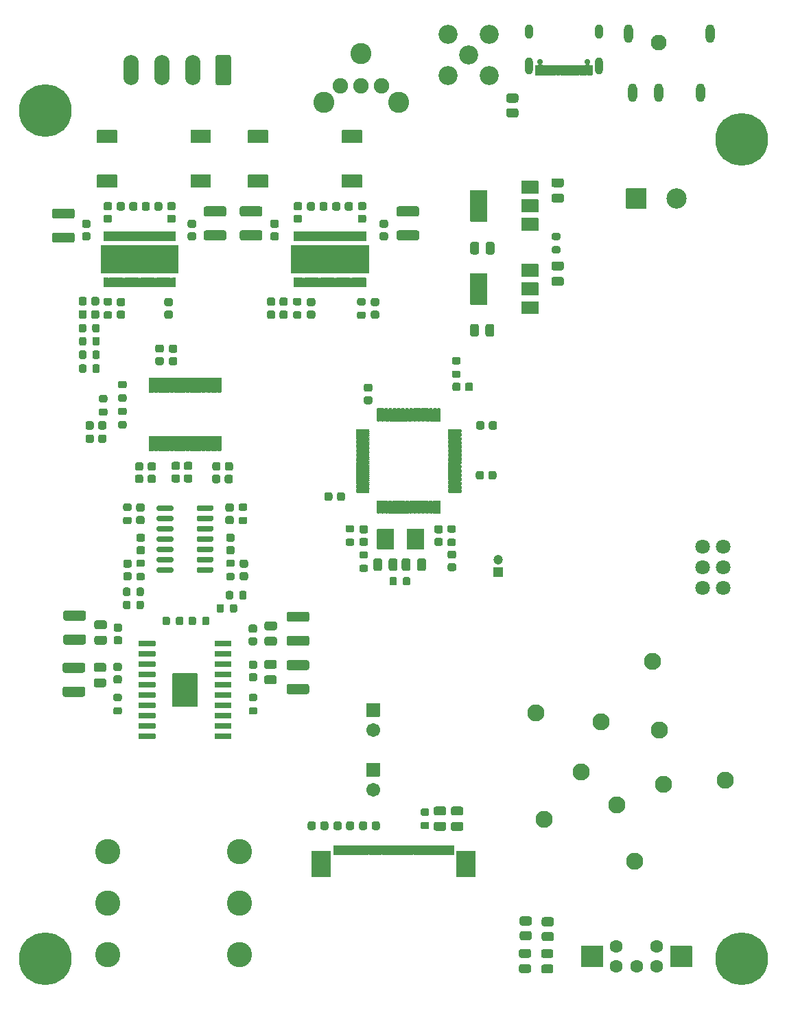
<source format=gbr>
G04 #@! TF.GenerationSoftware,KiCad,Pcbnew,5.1.9*
G04 #@! TF.CreationDate,2021-07-18T14:13:42+08:00*
G04 #@! TF.ProjectId,digital-amplifier2,64696769-7461-46c2-9d61-6d706c696669,rev?*
G04 #@! TF.SameCoordinates,Original*
G04 #@! TF.FileFunction,Soldermask,Top*
G04 #@! TF.FilePolarity,Negative*
%FSLAX46Y46*%
G04 Gerber Fmt 4.6, Leading zero omitted, Abs format (unit mm)*
G04 Created by KiCad (PCBNEW 5.1.9) date 2021-07-18 14:13:42*
%MOMM*%
%LPD*%
G01*
G04 APERTURE LIST*
%ADD10C,0.152400*%
%ADD11C,2.502000*%
%ADD12C,1.702000*%
%ADD13C,1.202000*%
%ADD14C,2.102000*%
%ADD15C,1.802000*%
%ADD16C,2.352000*%
%ADD17O,1.902000X3.702000*%
%ADD18C,1.602000*%
%ADD19C,0.702000*%
%ADD20O,1.002000X1.802000*%
%ADD21O,1.002000X2.102000*%
%ADD22C,1.902000*%
%ADD23C,2.602000*%
%ADD24C,3.102000*%
%ADD25C,1.952000*%
%ADD26O,1.102000X2.302000*%
%ADD27C,6.502000*%
%ADD28C,0.100000*%
G04 APERTURE END LIST*
D10*
X122259700Y-184851040D02*
X122259700Y-180914040D01*
X122730800Y-184851040D02*
X122259700Y-184851040D01*
X122730800Y-180914040D02*
X122730800Y-184851040D01*
X122259700Y-180914040D02*
X122730800Y-180914040D01*
X121859700Y-184851040D02*
X121859700Y-180914040D01*
X121472300Y-184851040D02*
X121859700Y-184851040D01*
X121472300Y-180914040D02*
X121472300Y-184851040D01*
X121859700Y-180914040D02*
X121472300Y-180914040D01*
X121072300Y-184851040D02*
X121072300Y-180914040D01*
X120684900Y-184851040D02*
X121072300Y-184851040D01*
X120684900Y-180914040D02*
X120684900Y-184851040D01*
X121072300Y-180914040D02*
X120684900Y-180914040D01*
X119813800Y-184851040D02*
X119813800Y-180914040D01*
X120284900Y-184851040D02*
X119813800Y-184851040D01*
X120284900Y-180914040D02*
X120284900Y-184851040D01*
X119813800Y-180914040D02*
X120284900Y-180914040D01*
X119813800Y-184851040D02*
X119813800Y-184263640D01*
X122730800Y-184851040D02*
X119813800Y-184851040D01*
X122730800Y-184263640D02*
X122730800Y-184851040D01*
X119813800Y-184263640D02*
X122730800Y-184263640D01*
X119813800Y-183863640D02*
X119813800Y-183476240D01*
X122730800Y-183863640D02*
X119813800Y-183863640D01*
X122730800Y-183476240D02*
X122730800Y-183863640D01*
X119813800Y-183476240D02*
X122730800Y-183476240D01*
X119813800Y-183076240D02*
X119813800Y-182688840D01*
X122730800Y-183076240D02*
X119813800Y-183076240D01*
X122730800Y-182688840D02*
X122730800Y-183076240D01*
X119813800Y-182688840D02*
X122730800Y-182688840D01*
X119813800Y-182288840D02*
X119813800Y-181901440D01*
X122730800Y-182288840D02*
X119813800Y-182288840D01*
X122730800Y-181901440D02*
X122730800Y-182288840D01*
X119813800Y-181901440D02*
X122730800Y-181901440D01*
X119813800Y-181501440D02*
X119813800Y-180914040D01*
X122730800Y-181501440D02*
X119813800Y-181501440D01*
X122730800Y-180914040D02*
X122730800Y-181501440D01*
X119813800Y-180914040D02*
X122730800Y-180914040D01*
X122259700Y-184851040D02*
X122259700Y-180914040D01*
X122730800Y-184851040D02*
X122259700Y-184851040D01*
X122730800Y-180914040D02*
X122730800Y-184851040D01*
X122259700Y-180914040D02*
X122730800Y-180914040D01*
X121859700Y-184851040D02*
X121859700Y-180914040D01*
X121472300Y-184851040D02*
X121859700Y-184851040D01*
X121472300Y-180914040D02*
X121472300Y-184851040D01*
X121859700Y-180914040D02*
X121472300Y-180914040D01*
X121072300Y-184851040D02*
X121072300Y-180914040D01*
X120684900Y-184851040D02*
X121072300Y-184851040D01*
X120684900Y-180914040D02*
X120684900Y-184851040D01*
X121072300Y-180914040D02*
X120684900Y-180914040D01*
X119813800Y-184851040D02*
X119813800Y-180914040D01*
X120284900Y-184851040D02*
X119813800Y-184851040D01*
X120284900Y-180914040D02*
X120284900Y-184851040D01*
X119813800Y-180914040D02*
X120284900Y-180914040D01*
X119813800Y-184851040D02*
X119813800Y-184263640D01*
X122730800Y-184851040D02*
X119813800Y-184851040D01*
X122730800Y-184263640D02*
X122730800Y-184851040D01*
X119813800Y-184263640D02*
X122730800Y-184263640D01*
X119813800Y-183863640D02*
X119813800Y-183476240D01*
X122730800Y-183863640D02*
X119813800Y-183863640D01*
X122730800Y-183476240D02*
X122730800Y-183863640D01*
X119813800Y-183476240D02*
X122730800Y-183476240D01*
X119813800Y-183076240D02*
X119813800Y-182688840D01*
X122730800Y-183076240D02*
X119813800Y-183076240D01*
X122730800Y-182688840D02*
X122730800Y-183076240D01*
X119813800Y-182688840D02*
X122730800Y-182688840D01*
X119813800Y-182288840D02*
X119813800Y-181901440D01*
X122730800Y-182288840D02*
X119813800Y-182288840D01*
X122730800Y-181901440D02*
X122730800Y-182288840D01*
X119813800Y-181901440D02*
X122730800Y-181901440D01*
X119813800Y-181501440D02*
X119813800Y-180914040D01*
X122730800Y-181501440D02*
X119813800Y-181501440D01*
X122730800Y-180914040D02*
X122730800Y-181501440D01*
X119813800Y-180914040D02*
X122730800Y-180914040D01*
G36*
G01*
X118398200Y-141303060D02*
X117847200Y-141303060D01*
G75*
G02*
X117596700Y-141052560I0J250500D01*
G01*
X117596700Y-140551560D01*
G75*
G02*
X117847200Y-140301060I250500J0D01*
G01*
X118398200Y-140301060D01*
G75*
G02*
X118648700Y-140551560I0J-250500D01*
G01*
X118648700Y-141052560D01*
G75*
G02*
X118398200Y-141303060I-250500J0D01*
G01*
G37*
G36*
G01*
X118398200Y-142853060D02*
X117847200Y-142853060D01*
G75*
G02*
X117596700Y-142602560I0J250500D01*
G01*
X117596700Y-142101560D01*
G75*
G02*
X117847200Y-141851060I250500J0D01*
G01*
X118398200Y-141851060D01*
G75*
G02*
X118648700Y-142101560I0J-250500D01*
G01*
X118648700Y-142602560D01*
G75*
G02*
X118398200Y-142853060I-250500J0D01*
G01*
G37*
G36*
G01*
X155810900Y-145804800D02*
X155810900Y-145253800D01*
G75*
G02*
X156061400Y-145003300I250500J0D01*
G01*
X156562400Y-145003300D01*
G75*
G02*
X156812900Y-145253800I0J-250500D01*
G01*
X156812900Y-145804800D01*
G75*
G02*
X156562400Y-146055300I-250500J0D01*
G01*
X156061400Y-146055300D01*
G75*
G02*
X155810900Y-145804800I0J250500D01*
G01*
G37*
G36*
G01*
X154260900Y-145804800D02*
X154260900Y-145253800D01*
G75*
G02*
X154511400Y-145003300I250500J0D01*
G01*
X155012400Y-145003300D01*
G75*
G02*
X155262900Y-145253800I0J-250500D01*
G01*
X155262900Y-145804800D01*
G75*
G02*
X155012400Y-146055300I-250500J0D01*
G01*
X154511400Y-146055300D01*
G75*
G02*
X154260900Y-145804800I0J250500D01*
G01*
G37*
G36*
G01*
X137404160Y-199360620D02*
X137404160Y-199911620D01*
G75*
G02*
X137153660Y-200162120I-250500J0D01*
G01*
X136652660Y-200162120D01*
G75*
G02*
X136402160Y-199911620I0J250500D01*
G01*
X136402160Y-199360620D01*
G75*
G02*
X136652660Y-199110120I250500J0D01*
G01*
X137153660Y-199110120D01*
G75*
G02*
X137404160Y-199360620I0J-250500D01*
G01*
G37*
G36*
G01*
X138954160Y-199360620D02*
X138954160Y-199911620D01*
G75*
G02*
X138703660Y-200162120I-250500J0D01*
G01*
X138202660Y-200162120D01*
G75*
G02*
X137952160Y-199911620I0J250500D01*
G01*
X137952160Y-199360620D01*
G75*
G02*
X138202660Y-199110120I250500J0D01*
G01*
X138703660Y-199110120D01*
G75*
G02*
X138954160Y-199360620I0J-250500D01*
G01*
G37*
G36*
G01*
X141142400Y-199909340D02*
X141142400Y-199358340D01*
G75*
G02*
X141392900Y-199107840I250500J0D01*
G01*
X141893900Y-199107840D01*
G75*
G02*
X142144400Y-199358340I0J-250500D01*
G01*
X142144400Y-199909340D01*
G75*
G02*
X141893900Y-200159840I-250500J0D01*
G01*
X141392900Y-200159840D01*
G75*
G02*
X141142400Y-199909340I0J250500D01*
G01*
G37*
G36*
G01*
X139592400Y-199909340D02*
X139592400Y-199358340D01*
G75*
G02*
X139842900Y-199107840I250500J0D01*
G01*
X140343900Y-199107840D01*
G75*
G02*
X140594400Y-199358340I0J-250500D01*
G01*
X140594400Y-199909340D01*
G75*
G02*
X140343900Y-200159840I-250500J0D01*
G01*
X139842900Y-200159840D01*
G75*
G02*
X139592400Y-199909340I0J250500D01*
G01*
G37*
G36*
G01*
X136539060Y-136128440D02*
X137090060Y-136128440D01*
G75*
G02*
X137340560Y-136378940I0J-250500D01*
G01*
X137340560Y-136879940D01*
G75*
G02*
X137090060Y-137130440I-250500J0D01*
G01*
X136539060Y-137130440D01*
G75*
G02*
X136288560Y-136879940I0J250500D01*
G01*
X136288560Y-136378940D01*
G75*
G02*
X136539060Y-136128440I250500J0D01*
G01*
G37*
G36*
G01*
X136539060Y-134578440D02*
X137090060Y-134578440D01*
G75*
G02*
X137340560Y-134828940I0J-250500D01*
G01*
X137340560Y-135329940D01*
G75*
G02*
X137090060Y-135580440I-250500J0D01*
G01*
X136539060Y-135580440D01*
G75*
G02*
X136288560Y-135329940I0J250500D01*
G01*
X136288560Y-134828940D01*
G75*
G02*
X136539060Y-134578440I250500J0D01*
G01*
G37*
G36*
G01*
X144436940Y-136128440D02*
X144987940Y-136128440D01*
G75*
G02*
X145238440Y-136378940I0J-250500D01*
G01*
X145238440Y-136879940D01*
G75*
G02*
X144987940Y-137130440I-250500J0D01*
G01*
X144436940Y-137130440D01*
G75*
G02*
X144186440Y-136879940I0J250500D01*
G01*
X144186440Y-136378940D01*
G75*
G02*
X144436940Y-136128440I250500J0D01*
G01*
G37*
G36*
G01*
X144436940Y-134578440D02*
X144987940Y-134578440D01*
G75*
G02*
X145238440Y-134828940I0J-250500D01*
G01*
X145238440Y-135329940D01*
G75*
G02*
X144987940Y-135580440I-250500J0D01*
G01*
X144436940Y-135580440D01*
G75*
G02*
X144186440Y-135329940I0J250500D01*
G01*
X144186440Y-134828940D01*
G75*
G02*
X144436940Y-134578440I250500J0D01*
G01*
G37*
G36*
G01*
X113079620Y-136128440D02*
X113630620Y-136128440D01*
G75*
G02*
X113881120Y-136378940I0J-250500D01*
G01*
X113881120Y-136879940D01*
G75*
G02*
X113630620Y-137130440I-250500J0D01*
G01*
X113079620Y-137130440D01*
G75*
G02*
X112829120Y-136879940I0J250500D01*
G01*
X112829120Y-136378940D01*
G75*
G02*
X113079620Y-136128440I250500J0D01*
G01*
G37*
G36*
G01*
X113079620Y-134578440D02*
X113630620Y-134578440D01*
G75*
G02*
X113881120Y-134828940I0J-250500D01*
G01*
X113881120Y-135329940D01*
G75*
G02*
X113630620Y-135580440I-250500J0D01*
G01*
X113079620Y-135580440D01*
G75*
G02*
X112829120Y-135329940I0J250500D01*
G01*
X112829120Y-134828940D01*
G75*
G02*
X113079620Y-134578440I250500J0D01*
G01*
G37*
G36*
G01*
X118959720Y-136128440D02*
X119510720Y-136128440D01*
G75*
G02*
X119761220Y-136378940I0J-250500D01*
G01*
X119761220Y-136879940D01*
G75*
G02*
X119510720Y-137130440I-250500J0D01*
G01*
X118959720Y-137130440D01*
G75*
G02*
X118709220Y-136879940I0J250500D01*
G01*
X118709220Y-136378940D01*
G75*
G02*
X118959720Y-136128440I250500J0D01*
G01*
G37*
G36*
G01*
X118959720Y-134578440D02*
X119510720Y-134578440D01*
G75*
G02*
X119761220Y-134828940I0J-250500D01*
G01*
X119761220Y-135329940D01*
G75*
G02*
X119510720Y-135580440I-250500J0D01*
G01*
X118959720Y-135580440D01*
G75*
G02*
X118709220Y-135329940I0J250500D01*
G01*
X118709220Y-134828940D01*
G75*
G02*
X118959720Y-134578440I250500J0D01*
G01*
G37*
G36*
G01*
X132382580Y-136364500D02*
X132382580Y-136915500D01*
G75*
G02*
X132132080Y-137166000I-250500J0D01*
G01*
X131631080Y-137166000D01*
G75*
G02*
X131380580Y-136915500I0J250500D01*
G01*
X131380580Y-136364500D01*
G75*
G02*
X131631080Y-136114000I250500J0D01*
G01*
X132132080Y-136114000D01*
G75*
G02*
X132382580Y-136364500I0J-250500D01*
G01*
G37*
G36*
G01*
X133932580Y-136364500D02*
X133932580Y-136915500D01*
G75*
G02*
X133682080Y-137166000I-250500J0D01*
G01*
X133181080Y-137166000D01*
G75*
G02*
X132930580Y-136915500I0J250500D01*
G01*
X132930580Y-136364500D01*
G75*
G02*
X133181080Y-136114000I250500J0D01*
G01*
X133682080Y-136114000D01*
G75*
G02*
X133932580Y-136364500I0J-250500D01*
G01*
G37*
G36*
G01*
X109139040Y-136328940D02*
X109139040Y-136879940D01*
G75*
G02*
X108888540Y-137130440I-250500J0D01*
G01*
X108387540Y-137130440D01*
G75*
G02*
X108137040Y-136879940I0J250500D01*
G01*
X108137040Y-136328940D01*
G75*
G02*
X108387540Y-136078440I250500J0D01*
G01*
X108888540Y-136078440D01*
G75*
G02*
X109139040Y-136328940I0J-250500D01*
G01*
G37*
G36*
G01*
X110689040Y-136328940D02*
X110689040Y-136879940D01*
G75*
G02*
X110438540Y-137130440I-250500J0D01*
G01*
X109937540Y-137130440D01*
G75*
G02*
X109687040Y-136879940I0J250500D01*
G01*
X109687040Y-136328940D01*
G75*
G02*
X109937540Y-136078440I250500J0D01*
G01*
X110438540Y-136078440D01*
G75*
G02*
X110689040Y-136328940I0J-250500D01*
G01*
G37*
G36*
G01*
X115520560Y-165175880D02*
X116071560Y-165175880D01*
G75*
G02*
X116322060Y-165426380I0J-250500D01*
G01*
X116322060Y-165927380D01*
G75*
G02*
X116071560Y-166177880I-250500J0D01*
G01*
X115520560Y-166177880D01*
G75*
G02*
X115270060Y-165927380I0J250500D01*
G01*
X115270060Y-165426380D01*
G75*
G02*
X115520560Y-165175880I250500J0D01*
G01*
G37*
G36*
G01*
X115520560Y-163625880D02*
X116071560Y-163625880D01*
G75*
G02*
X116322060Y-163876380I0J-250500D01*
G01*
X116322060Y-164377380D01*
G75*
G02*
X116071560Y-164627880I-250500J0D01*
G01*
X115520560Y-164627880D01*
G75*
G02*
X115270060Y-164377380I0J250500D01*
G01*
X115270060Y-163876380D01*
G75*
G02*
X115520560Y-163625880I250500J0D01*
G01*
G37*
G36*
G01*
X126592420Y-165175880D02*
X127143420Y-165175880D01*
G75*
G02*
X127393920Y-165426380I0J-250500D01*
G01*
X127393920Y-165927380D01*
G75*
G02*
X127143420Y-166177880I-250500J0D01*
G01*
X126592420Y-166177880D01*
G75*
G02*
X126341920Y-165927380I0J250500D01*
G01*
X126341920Y-165426380D01*
G75*
G02*
X126592420Y-165175880I250500J0D01*
G01*
G37*
G36*
G01*
X126592420Y-163625880D02*
X127143420Y-163625880D01*
G75*
G02*
X127393920Y-163876380I0J-250500D01*
G01*
X127393920Y-164377380D01*
G75*
G02*
X127143420Y-164627880I-250500J0D01*
G01*
X126592420Y-164627880D01*
G75*
G02*
X126341920Y-164377380I0J250500D01*
G01*
X126341920Y-163876380D01*
G75*
G02*
X126592420Y-163625880I250500J0D01*
G01*
G37*
G36*
G01*
X129912020Y-175844520D02*
X129361020Y-175844520D01*
G75*
G02*
X129110520Y-175594020I0J250500D01*
G01*
X129110520Y-175093020D01*
G75*
G02*
X129361020Y-174842520I250500J0D01*
G01*
X129912020Y-174842520D01*
G75*
G02*
X130162520Y-175093020I0J-250500D01*
G01*
X130162520Y-175594020D01*
G75*
G02*
X129912020Y-175844520I-250500J0D01*
G01*
G37*
G36*
G01*
X129912020Y-177394520D02*
X129361020Y-177394520D01*
G75*
G02*
X129110520Y-177144020I0J250500D01*
G01*
X129110520Y-176643020D01*
G75*
G02*
X129361020Y-176392520I250500J0D01*
G01*
X129912020Y-176392520D01*
G75*
G02*
X130162520Y-176643020I0J-250500D01*
G01*
X130162520Y-177144020D01*
G75*
G02*
X129912020Y-177394520I-250500J0D01*
G01*
G37*
G36*
G01*
X113259780Y-175722600D02*
X112708780Y-175722600D01*
G75*
G02*
X112458280Y-175472100I0J250500D01*
G01*
X112458280Y-174971100D01*
G75*
G02*
X112708780Y-174720600I250500J0D01*
G01*
X113259780Y-174720600D01*
G75*
G02*
X113510280Y-174971100I0J-250500D01*
G01*
X113510280Y-175472100D01*
G75*
G02*
X113259780Y-175722600I-250500J0D01*
G01*
G37*
G36*
G01*
X113259780Y-177272600D02*
X112708780Y-177272600D01*
G75*
G02*
X112458280Y-177022100I0J250500D01*
G01*
X112458280Y-176521100D01*
G75*
G02*
X112708780Y-176270600I250500J0D01*
G01*
X113259780Y-176270600D01*
G75*
G02*
X113510280Y-176521100I0J-250500D01*
G01*
X113510280Y-177022100D01*
G75*
G02*
X113259780Y-177272600I-250500J0D01*
G01*
G37*
G36*
G01*
X112668140Y-181106760D02*
X113219140Y-181106760D01*
G75*
G02*
X113469640Y-181357260I0J-250500D01*
G01*
X113469640Y-181858260D01*
G75*
G02*
X113219140Y-182108760I-250500J0D01*
G01*
X112668140Y-182108760D01*
G75*
G02*
X112417640Y-181858260I0J250500D01*
G01*
X112417640Y-181357260D01*
G75*
G02*
X112668140Y-181106760I250500J0D01*
G01*
G37*
G36*
G01*
X112668140Y-179556760D02*
X113219140Y-179556760D01*
G75*
G02*
X113469640Y-179807260I0J-250500D01*
G01*
X113469640Y-180308260D01*
G75*
G02*
X113219140Y-180558760I-250500J0D01*
G01*
X112668140Y-180558760D01*
G75*
G02*
X112417640Y-180308260I0J250500D01*
G01*
X112417640Y-179807260D01*
G75*
G02*
X112668140Y-179556760I250500J0D01*
G01*
G37*
G36*
G01*
X129381340Y-180832440D02*
X129932340Y-180832440D01*
G75*
G02*
X130182840Y-181082940I0J-250500D01*
G01*
X130182840Y-181583940D01*
G75*
G02*
X129932340Y-181834440I-250500J0D01*
G01*
X129381340Y-181834440D01*
G75*
G02*
X129130840Y-181583940I0J250500D01*
G01*
X129130840Y-181082940D01*
G75*
G02*
X129381340Y-180832440I250500J0D01*
G01*
G37*
G36*
G01*
X129381340Y-179282440D02*
X129932340Y-179282440D01*
G75*
G02*
X130182840Y-179532940I0J-250500D01*
G01*
X130182840Y-180033940D01*
G75*
G02*
X129932340Y-180284440I-250500J0D01*
G01*
X129381340Y-180284440D01*
G75*
G02*
X129130840Y-180033940I0J250500D01*
G01*
X129130840Y-179532940D01*
G75*
G02*
X129381340Y-179282440I250500J0D01*
G01*
G37*
G36*
G01*
X120066980Y-141320840D02*
X119515980Y-141320840D01*
G75*
G02*
X119265480Y-141070340I0J250500D01*
G01*
X119265480Y-140569340D01*
G75*
G02*
X119515980Y-140318840I250500J0D01*
G01*
X120066980Y-140318840D01*
G75*
G02*
X120317480Y-140569340I0J-250500D01*
G01*
X120317480Y-141070340D01*
G75*
G02*
X120066980Y-141320840I-250500J0D01*
G01*
G37*
G36*
G01*
X120066980Y-142870840D02*
X119515980Y-142870840D01*
G75*
G02*
X119265480Y-142620340I0J250500D01*
G01*
X119265480Y-142119340D01*
G75*
G02*
X119515980Y-141868840I250500J0D01*
G01*
X120066980Y-141868840D01*
G75*
G02*
X120317480Y-142119340I0J-250500D01*
G01*
X120317480Y-142620340D01*
G75*
G02*
X120066980Y-142870840I-250500J0D01*
G01*
G37*
G36*
G01*
X140431840Y-123005240D02*
X140431840Y-123556240D01*
G75*
G02*
X140181340Y-123806740I-250500J0D01*
G01*
X139680340Y-123806740D01*
G75*
G02*
X139429840Y-123556240I0J250500D01*
G01*
X139429840Y-123005240D01*
G75*
G02*
X139680340Y-122754740I250500J0D01*
G01*
X140181340Y-122754740D01*
G75*
G02*
X140431840Y-123005240I0J-250500D01*
G01*
G37*
G36*
G01*
X141981840Y-123005240D02*
X141981840Y-123556240D01*
G75*
G02*
X141731340Y-123806740I-250500J0D01*
G01*
X141230340Y-123806740D01*
G75*
G02*
X140979840Y-123556240I0J250500D01*
G01*
X140979840Y-123005240D01*
G75*
G02*
X141230340Y-122754740I250500J0D01*
G01*
X141731340Y-122754740D01*
G75*
G02*
X141981840Y-123005240I0J-250500D01*
G01*
G37*
G36*
G01*
X143391800Y-123756740D02*
X142840800Y-123756740D01*
G75*
G02*
X142590300Y-123506240I0J250500D01*
G01*
X142590300Y-123005240D01*
G75*
G02*
X142840800Y-122754740I250500J0D01*
G01*
X143391800Y-122754740D01*
G75*
G02*
X143642300Y-123005240I0J-250500D01*
G01*
X143642300Y-123506240D01*
G75*
G02*
X143391800Y-123756740I-250500J0D01*
G01*
G37*
G36*
G01*
X143391800Y-125306740D02*
X142840800Y-125306740D01*
G75*
G02*
X142590300Y-125056240I0J250500D01*
G01*
X142590300Y-124555240D01*
G75*
G02*
X142840800Y-124304740I250500J0D01*
G01*
X143391800Y-124304740D01*
G75*
G02*
X143642300Y-124555240I0J-250500D01*
G01*
X143642300Y-125056240D01*
G75*
G02*
X143391800Y-125306740I-250500J0D01*
G01*
G37*
G36*
G01*
X137853100Y-123556240D02*
X137853100Y-123005240D01*
G75*
G02*
X138103600Y-122754740I250500J0D01*
G01*
X138604600Y-122754740D01*
G75*
G02*
X138855100Y-123005240I0J-250500D01*
G01*
X138855100Y-123556240D01*
G75*
G02*
X138604600Y-123806740I-250500J0D01*
G01*
X138103600Y-123806740D01*
G75*
G02*
X137853100Y-123556240I0J250500D01*
G01*
G37*
G36*
G01*
X136303100Y-123556240D02*
X136303100Y-123005240D01*
G75*
G02*
X136553600Y-122754740I250500J0D01*
G01*
X137054600Y-122754740D01*
G75*
G02*
X137305100Y-123005240I0J-250500D01*
G01*
X137305100Y-123556240D01*
G75*
G02*
X137054600Y-123806740I-250500J0D01*
G01*
X136553600Y-123806740D01*
G75*
G02*
X136303100Y-123556240I0J250500D01*
G01*
G37*
G36*
G01*
X135467000Y-123756740D02*
X134916000Y-123756740D01*
G75*
G02*
X134665500Y-123506240I0J250500D01*
G01*
X134665500Y-123005240D01*
G75*
G02*
X134916000Y-122754740I250500J0D01*
G01*
X135467000Y-122754740D01*
G75*
G02*
X135717500Y-123005240I0J-250500D01*
G01*
X135717500Y-123506240D01*
G75*
G02*
X135467000Y-123756740I-250500J0D01*
G01*
G37*
G36*
G01*
X135467000Y-125306740D02*
X134916000Y-125306740D01*
G75*
G02*
X134665500Y-125056240I0J250500D01*
G01*
X134665500Y-124555240D01*
G75*
G02*
X134916000Y-124304740I250500J0D01*
G01*
X135467000Y-124304740D01*
G75*
G02*
X135717500Y-124555240I0J-250500D01*
G01*
X135717500Y-125056240D01*
G75*
G02*
X135467000Y-125306740I-250500J0D01*
G01*
G37*
G36*
G01*
X116931760Y-123003400D02*
X116931760Y-123554400D01*
G75*
G02*
X116681260Y-123804900I-250500J0D01*
G01*
X116180260Y-123804900D01*
G75*
G02*
X115929760Y-123554400I0J250500D01*
G01*
X115929760Y-123003400D01*
G75*
G02*
X116180260Y-122752900I250500J0D01*
G01*
X116681260Y-122752900D01*
G75*
G02*
X116931760Y-123003400I0J-250500D01*
G01*
G37*
G36*
G01*
X118481760Y-123003400D02*
X118481760Y-123554400D01*
G75*
G02*
X118231260Y-123804900I-250500J0D01*
G01*
X117730260Y-123804900D01*
G75*
G02*
X117479760Y-123554400I0J250500D01*
G01*
X117479760Y-123003400D01*
G75*
G02*
X117730260Y-122752900I250500J0D01*
G01*
X118231260Y-122752900D01*
G75*
G02*
X118481760Y-123003400I0J-250500D01*
G01*
G37*
G36*
G01*
X119863020Y-123756740D02*
X119312020Y-123756740D01*
G75*
G02*
X119061520Y-123506240I0J250500D01*
G01*
X119061520Y-123005240D01*
G75*
G02*
X119312020Y-122754740I250500J0D01*
G01*
X119863020Y-122754740D01*
G75*
G02*
X120113520Y-123005240I0J-250500D01*
G01*
X120113520Y-123506240D01*
G75*
G02*
X119863020Y-123756740I-250500J0D01*
G01*
G37*
G36*
G01*
X119863020Y-125306740D02*
X119312020Y-125306740D01*
G75*
G02*
X119061520Y-125056240I0J250500D01*
G01*
X119061520Y-124555240D01*
G75*
G02*
X119312020Y-124304740I250500J0D01*
G01*
X119863020Y-124304740D01*
G75*
G02*
X120113520Y-124555240I0J-250500D01*
G01*
X120113520Y-125056240D01*
G75*
G02*
X119863020Y-125306740I-250500J0D01*
G01*
G37*
G36*
G01*
X114391120Y-123554400D02*
X114391120Y-123003400D01*
G75*
G02*
X114641620Y-122752900I250500J0D01*
G01*
X115142620Y-122752900D01*
G75*
G02*
X115393120Y-123003400I0J-250500D01*
G01*
X115393120Y-123554400D01*
G75*
G02*
X115142620Y-123804900I-250500J0D01*
G01*
X114641620Y-123804900D01*
G75*
G02*
X114391120Y-123554400I0J250500D01*
G01*
G37*
G36*
G01*
X112841120Y-123554400D02*
X112841120Y-123003400D01*
G75*
G02*
X113091620Y-122752900I250500J0D01*
G01*
X113592620Y-122752900D01*
G75*
G02*
X113843120Y-123003400I0J-250500D01*
G01*
X113843120Y-123554400D01*
G75*
G02*
X113592620Y-123804900I-250500J0D01*
G01*
X113091620Y-123804900D01*
G75*
G02*
X112841120Y-123554400I0J250500D01*
G01*
G37*
G36*
G01*
X112008320Y-123756740D02*
X111457320Y-123756740D01*
G75*
G02*
X111206820Y-123506240I0J250500D01*
G01*
X111206820Y-123005240D01*
G75*
G02*
X111457320Y-122754740I250500J0D01*
G01*
X112008320Y-122754740D01*
G75*
G02*
X112258820Y-123005240I0J-250500D01*
G01*
X112258820Y-123506240D01*
G75*
G02*
X112008320Y-123756740I-250500J0D01*
G01*
G37*
G36*
G01*
X112008320Y-125306740D02*
X111457320Y-125306740D01*
G75*
G02*
X111206820Y-125056240I0J250500D01*
G01*
X111206820Y-124555240D01*
G75*
G02*
X111457320Y-124304740I250500J0D01*
G01*
X112008320Y-124304740D01*
G75*
G02*
X112258820Y-124555240I0J-250500D01*
G01*
X112258820Y-125056240D01*
G75*
G02*
X112008320Y-125306740I-250500J0D01*
G01*
G37*
G36*
G01*
X132382580Y-134755980D02*
X132382580Y-135306980D01*
G75*
G02*
X132132080Y-135557480I-250500J0D01*
G01*
X131631080Y-135557480D01*
G75*
G02*
X131380580Y-135306980I0J250500D01*
G01*
X131380580Y-134755980D01*
G75*
G02*
X131631080Y-134505480I250500J0D01*
G01*
X132132080Y-134505480D01*
G75*
G02*
X132382580Y-134755980I0J-250500D01*
G01*
G37*
G36*
G01*
X133932580Y-134755980D02*
X133932580Y-135306980D01*
G75*
G02*
X133682080Y-135557480I-250500J0D01*
G01*
X133181080Y-135557480D01*
G75*
G02*
X132930580Y-135306980I0J250500D01*
G01*
X132930580Y-134755980D01*
G75*
G02*
X133181080Y-134505480I250500J0D01*
G01*
X133682080Y-134505480D01*
G75*
G02*
X133932580Y-134755980I0J-250500D01*
G01*
G37*
G36*
G01*
X108807340Y-126473480D02*
X109358340Y-126473480D01*
G75*
G02*
X109608840Y-126723980I0J-250500D01*
G01*
X109608840Y-127224980D01*
G75*
G02*
X109358340Y-127475480I-250500J0D01*
G01*
X108807340Y-127475480D01*
G75*
G02*
X108556840Y-127224980I0J250500D01*
G01*
X108556840Y-126723980D01*
G75*
G02*
X108807340Y-126473480I250500J0D01*
G01*
G37*
G36*
G01*
X108807340Y-124923480D02*
X109358340Y-124923480D01*
G75*
G02*
X109608840Y-125173980I0J-250500D01*
G01*
X109608840Y-125674980D01*
G75*
G02*
X109358340Y-125925480I-250500J0D01*
G01*
X108807340Y-125925480D01*
G75*
G02*
X108556840Y-125674980I0J250500D01*
G01*
X108556840Y-125173980D01*
G75*
G02*
X108807340Y-124923480I250500J0D01*
G01*
G37*
G36*
G01*
X132033100Y-126473480D02*
X132584100Y-126473480D01*
G75*
G02*
X132834600Y-126723980I0J-250500D01*
G01*
X132834600Y-127224980D01*
G75*
G02*
X132584100Y-127475480I-250500J0D01*
G01*
X132033100Y-127475480D01*
G75*
G02*
X131782600Y-127224980I0J250500D01*
G01*
X131782600Y-126723980D01*
G75*
G02*
X132033100Y-126473480I250500J0D01*
G01*
G37*
G36*
G01*
X132033100Y-124923480D02*
X132584100Y-124923480D01*
G75*
G02*
X132834600Y-125173980I0J-250500D01*
G01*
X132834600Y-125674980D01*
G75*
G02*
X132584100Y-125925480I-250500J0D01*
G01*
X132033100Y-125925480D01*
G75*
G02*
X131782600Y-125674980I0J250500D01*
G01*
X131782600Y-125173980D01*
G75*
G02*
X132033100Y-124923480I250500J0D01*
G01*
G37*
G36*
G01*
X121842620Y-126473480D02*
X122393620Y-126473480D01*
G75*
G02*
X122644120Y-126723980I0J-250500D01*
G01*
X122644120Y-127224980D01*
G75*
G02*
X122393620Y-127475480I-250500J0D01*
G01*
X121842620Y-127475480D01*
G75*
G02*
X121592120Y-127224980I0J250500D01*
G01*
X121592120Y-126723980D01*
G75*
G02*
X121842620Y-126473480I250500J0D01*
G01*
G37*
G36*
G01*
X121842620Y-124923480D02*
X122393620Y-124923480D01*
G75*
G02*
X122644120Y-125173980I0J-250500D01*
G01*
X122644120Y-125674980D01*
G75*
G02*
X122393620Y-125925480I-250500J0D01*
G01*
X121842620Y-125925480D01*
G75*
G02*
X121592120Y-125674980I0J250500D01*
G01*
X121592120Y-125173980D01*
G75*
G02*
X121842620Y-124923480I250500J0D01*
G01*
G37*
G36*
G01*
X145515420Y-126473480D02*
X146066420Y-126473480D01*
G75*
G02*
X146316920Y-126723980I0J-250500D01*
G01*
X146316920Y-127224980D01*
G75*
G02*
X146066420Y-127475480I-250500J0D01*
G01*
X145515420Y-127475480D01*
G75*
G02*
X145264920Y-127224980I0J250500D01*
G01*
X145264920Y-126723980D01*
G75*
G02*
X145515420Y-126473480I250500J0D01*
G01*
G37*
G36*
G01*
X145515420Y-124923480D02*
X146066420Y-124923480D01*
G75*
G02*
X146316920Y-125173980I0J-250500D01*
G01*
X146316920Y-125674980D01*
G75*
G02*
X146066420Y-125925480I-250500J0D01*
G01*
X145515420Y-125925480D01*
G75*
G02*
X145264920Y-125674980I0J250500D01*
G01*
X145264920Y-125173980D01*
G75*
G02*
X145515420Y-124923480I250500J0D01*
G01*
G37*
G36*
G01*
X109141580Y-134689940D02*
X109141580Y-135240940D01*
G75*
G02*
X108891080Y-135491440I-250500J0D01*
G01*
X108390080Y-135491440D01*
G75*
G02*
X108139580Y-135240940I0J250500D01*
G01*
X108139580Y-134689940D01*
G75*
G02*
X108390080Y-134439440I250500J0D01*
G01*
X108891080Y-134439440D01*
G75*
G02*
X109141580Y-134689940I0J-250500D01*
G01*
G37*
G36*
G01*
X110691580Y-134689940D02*
X110691580Y-135240940D01*
G75*
G02*
X110441080Y-135491440I-250500J0D01*
G01*
X109940080Y-135491440D01*
G75*
G02*
X109689580Y-135240940I0J250500D01*
G01*
X109689580Y-134689940D01*
G75*
G02*
X109940080Y-134439440I250500J0D01*
G01*
X110441080Y-134439440D01*
G75*
G02*
X110691580Y-134689940I0J-250500D01*
G01*
G37*
G36*
G01*
X144302160Y-199909340D02*
X144302160Y-199358340D01*
G75*
G02*
X144552660Y-199107840I250500J0D01*
G01*
X145053660Y-199107840D01*
G75*
G02*
X145304160Y-199358340I0J-250500D01*
G01*
X145304160Y-199909340D01*
G75*
G02*
X145053660Y-200159840I-250500J0D01*
G01*
X144552660Y-200159840D01*
G75*
G02*
X144302160Y-199909340I0J250500D01*
G01*
G37*
G36*
G01*
X142752160Y-199909340D02*
X142752160Y-199358340D01*
G75*
G02*
X143002660Y-199107840I250500J0D01*
G01*
X143503660Y-199107840D01*
G75*
G02*
X143754160Y-199358340I0J-250500D01*
G01*
X143754160Y-199909340D01*
G75*
G02*
X143503660Y-200159840I-250500J0D01*
G01*
X143002660Y-200159840D01*
G75*
G02*
X142752160Y-199909340I0J250500D01*
G01*
G37*
G36*
G01*
X126488280Y-161458660D02*
X127039280Y-161458660D01*
G75*
G02*
X127289780Y-161709160I0J-250500D01*
G01*
X127289780Y-162210160D01*
G75*
G02*
X127039280Y-162460660I-250500J0D01*
G01*
X126488280Y-162460660D01*
G75*
G02*
X126237780Y-162210160I0J250500D01*
G01*
X126237780Y-161709160D01*
G75*
G02*
X126488280Y-161458660I250500J0D01*
G01*
G37*
G36*
G01*
X126488280Y-159908660D02*
X127039280Y-159908660D01*
G75*
G02*
X127289780Y-160159160I0J-250500D01*
G01*
X127289780Y-160660160D01*
G75*
G02*
X127039280Y-160910660I-250500J0D01*
G01*
X126488280Y-160910660D01*
G75*
G02*
X126237780Y-160660160I0J250500D01*
G01*
X126237780Y-160159160D01*
G75*
G02*
X126488280Y-159908660I250500J0D01*
G01*
G37*
G36*
G01*
X115479920Y-161458660D02*
X116030920Y-161458660D01*
G75*
G02*
X116281420Y-161709160I0J-250500D01*
G01*
X116281420Y-162210160D01*
G75*
G02*
X116030920Y-162460660I-250500J0D01*
G01*
X115479920Y-162460660D01*
G75*
G02*
X115229420Y-162210160I0J250500D01*
G01*
X115229420Y-161709160D01*
G75*
G02*
X115479920Y-161458660I250500J0D01*
G01*
G37*
G36*
G01*
X115479920Y-159908660D02*
X116030920Y-159908660D01*
G75*
G02*
X116281420Y-160159160I0J-250500D01*
G01*
X116281420Y-160660160D01*
G75*
G02*
X116030920Y-160910660I-250500J0D01*
G01*
X115479920Y-160910660D01*
G75*
G02*
X115229420Y-160660160I0J250500D01*
G01*
X115229420Y-160159160D01*
G75*
G02*
X115479920Y-159908660I250500J0D01*
G01*
G37*
G36*
G01*
X114438340Y-167828280D02*
X113887340Y-167828280D01*
G75*
G02*
X113636840Y-167577780I0J250500D01*
G01*
X113636840Y-167076780D01*
G75*
G02*
X113887340Y-166826280I250500J0D01*
G01*
X114438340Y-166826280D01*
G75*
G02*
X114688840Y-167076780I0J-250500D01*
G01*
X114688840Y-167577780D01*
G75*
G02*
X114438340Y-167828280I-250500J0D01*
G01*
G37*
G36*
G01*
X114438340Y-169378280D02*
X113887340Y-169378280D01*
G75*
G02*
X113636840Y-169127780I0J250500D01*
G01*
X113636840Y-168626780D01*
G75*
G02*
X113887340Y-168376280I250500J0D01*
G01*
X114438340Y-168376280D01*
G75*
G02*
X114688840Y-168626780I0J-250500D01*
G01*
X114688840Y-169127780D01*
G75*
G02*
X114438340Y-169378280I-250500J0D01*
G01*
G37*
G36*
G01*
X128802040Y-167828280D02*
X128251040Y-167828280D01*
G75*
G02*
X128000540Y-167577780I0J250500D01*
G01*
X128000540Y-167076780D01*
G75*
G02*
X128251040Y-166826280I250500J0D01*
G01*
X128802040Y-166826280D01*
G75*
G02*
X129052540Y-167076780I0J-250500D01*
G01*
X129052540Y-167577780D01*
G75*
G02*
X128802040Y-167828280I-250500J0D01*
G01*
G37*
G36*
G01*
X128802040Y-169378280D02*
X128251040Y-169378280D01*
G75*
G02*
X128000540Y-169127780I0J250500D01*
G01*
X128000540Y-168626780D01*
G75*
G02*
X128251040Y-168376280I250500J0D01*
G01*
X128802040Y-168376280D01*
G75*
G02*
X129052540Y-168626780I0J-250500D01*
G01*
X129052540Y-169127780D01*
G75*
G02*
X128802040Y-169378280I-250500J0D01*
G01*
G37*
G36*
G01*
X125616020Y-156607600D02*
X125616020Y-157158600D01*
G75*
G02*
X125365520Y-157409100I-250500J0D01*
G01*
X124864520Y-157409100D01*
G75*
G02*
X124614020Y-157158600I0J250500D01*
G01*
X124614020Y-156607600D01*
G75*
G02*
X124864520Y-156357100I250500J0D01*
G01*
X125365520Y-156357100D01*
G75*
G02*
X125616020Y-156607600I0J-250500D01*
G01*
G37*
G36*
G01*
X127166020Y-156607600D02*
X127166020Y-157158600D01*
G75*
G02*
X126915520Y-157409100I-250500J0D01*
G01*
X126414520Y-157409100D01*
G75*
G02*
X126164020Y-157158600I0J250500D01*
G01*
X126164020Y-156607600D01*
G75*
G02*
X126414520Y-156357100I250500J0D01*
G01*
X126915520Y-156357100D01*
G75*
G02*
X127166020Y-156607600I0J-250500D01*
G01*
G37*
G36*
G01*
X116664420Y-155621900D02*
X116664420Y-155070900D01*
G75*
G02*
X116914920Y-154820400I250500J0D01*
G01*
X117415920Y-154820400D01*
G75*
G02*
X117666420Y-155070900I0J-250500D01*
G01*
X117666420Y-155621900D01*
G75*
G02*
X117415920Y-155872400I-250500J0D01*
G01*
X116914920Y-155872400D01*
G75*
G02*
X116664420Y-155621900I0J250500D01*
G01*
G37*
G36*
G01*
X115114420Y-155621900D02*
X115114420Y-155070900D01*
G75*
G02*
X115364920Y-154820400I250500J0D01*
G01*
X115865920Y-154820400D01*
G75*
G02*
X116116420Y-155070900I0J-250500D01*
G01*
X116116420Y-155621900D01*
G75*
G02*
X115865920Y-155872400I-250500J0D01*
G01*
X115364920Y-155872400D01*
G75*
G02*
X115114420Y-155621900I0J250500D01*
G01*
G37*
G36*
G01*
X110012800Y-151652060D02*
X110012800Y-152203060D01*
G75*
G02*
X109762300Y-152453560I-250500J0D01*
G01*
X109261300Y-152453560D01*
G75*
G02*
X109010800Y-152203060I0J250500D01*
G01*
X109010800Y-151652060D01*
G75*
G02*
X109261300Y-151401560I250500J0D01*
G01*
X109762300Y-151401560D01*
G75*
G02*
X110012800Y-151652060I0J-250500D01*
G01*
G37*
G36*
G01*
X111562800Y-151652060D02*
X111562800Y-152203060D01*
G75*
G02*
X111312300Y-152453560I-250500J0D01*
G01*
X110811300Y-152453560D01*
G75*
G02*
X110560800Y-152203060I0J250500D01*
G01*
X110560800Y-151652060D01*
G75*
G02*
X110811300Y-151401560I250500J0D01*
G01*
X111312300Y-151401560D01*
G75*
G02*
X111562800Y-151652060I0J-250500D01*
G01*
G37*
G36*
G01*
X109997560Y-150011220D02*
X109997560Y-150562220D01*
G75*
G02*
X109747060Y-150812720I-250500J0D01*
G01*
X109246060Y-150812720D01*
G75*
G02*
X108995560Y-150562220I0J250500D01*
G01*
X108995560Y-150011220D01*
G75*
G02*
X109246060Y-149760720I250500J0D01*
G01*
X109747060Y-149760720D01*
G75*
G02*
X109997560Y-150011220I0J-250500D01*
G01*
G37*
G36*
G01*
X111547560Y-150011220D02*
X111547560Y-150562220D01*
G75*
G02*
X111297060Y-150812720I-250500J0D01*
G01*
X110796060Y-150812720D01*
G75*
G02*
X110545560Y-150562220I0J250500D01*
G01*
X110545560Y-150011220D01*
G75*
G02*
X110796060Y-149760720I250500J0D01*
G01*
X111297060Y-149760720D01*
G75*
G02*
X111547560Y-150011220I0J-250500D01*
G01*
G37*
G36*
G01*
X125641420Y-155058200D02*
X125641420Y-155609200D01*
G75*
G02*
X125390920Y-155859700I-250500J0D01*
G01*
X124889920Y-155859700D01*
G75*
G02*
X124639420Y-155609200I0J250500D01*
G01*
X124639420Y-155058200D01*
G75*
G02*
X124889920Y-154807700I250500J0D01*
G01*
X125390920Y-154807700D01*
G75*
G02*
X125641420Y-155058200I0J-250500D01*
G01*
G37*
G36*
G01*
X127191420Y-155058200D02*
X127191420Y-155609200D01*
G75*
G02*
X126940920Y-155859700I-250500J0D01*
G01*
X126439920Y-155859700D01*
G75*
G02*
X126189420Y-155609200I0J250500D01*
G01*
X126189420Y-155058200D01*
G75*
G02*
X126439920Y-154807700I250500J0D01*
G01*
X126940920Y-154807700D01*
G75*
G02*
X127191420Y-155058200I0J-250500D01*
G01*
G37*
G36*
G01*
X116651720Y-157145900D02*
X116651720Y-156594900D01*
G75*
G02*
X116902220Y-156344400I250500J0D01*
G01*
X117403220Y-156344400D01*
G75*
G02*
X117653720Y-156594900I0J-250500D01*
G01*
X117653720Y-157145900D01*
G75*
G02*
X117403220Y-157396400I-250500J0D01*
G01*
X116902220Y-157396400D01*
G75*
G02*
X116651720Y-157145900I0J250500D01*
G01*
G37*
G36*
G01*
X115101720Y-157145900D02*
X115101720Y-156594900D01*
G75*
G02*
X115352220Y-156344400I250500J0D01*
G01*
X115853220Y-156344400D01*
G75*
G02*
X116103720Y-156594900I0J-250500D01*
G01*
X116103720Y-157145900D01*
G75*
G02*
X115853220Y-157396400I-250500J0D01*
G01*
X115352220Y-157396400D01*
G75*
G02*
X115101720Y-157145900I0J250500D01*
G01*
G37*
G36*
G01*
X119848720Y-156318900D02*
X120399720Y-156318900D01*
G75*
G02*
X120650220Y-156569400I0J-250500D01*
G01*
X120650220Y-157070400D01*
G75*
G02*
X120399720Y-157320900I-250500J0D01*
G01*
X119848720Y-157320900D01*
G75*
G02*
X119598220Y-157070400I0J250500D01*
G01*
X119598220Y-156569400D01*
G75*
G02*
X119848720Y-156318900I250500J0D01*
G01*
G37*
G36*
G01*
X119848720Y-154768900D02*
X120399720Y-154768900D01*
G75*
G02*
X120650220Y-155019400I0J-250500D01*
G01*
X120650220Y-155520400D01*
G75*
G02*
X120399720Y-155770900I-250500J0D01*
G01*
X119848720Y-155770900D01*
G75*
G02*
X119598220Y-155520400I0J250500D01*
G01*
X119598220Y-155019400D01*
G75*
G02*
X119848720Y-154768900I250500J0D01*
G01*
G37*
G36*
G01*
X121372720Y-156318900D02*
X121923720Y-156318900D01*
G75*
G02*
X122174220Y-156569400I0J-250500D01*
G01*
X122174220Y-157070400D01*
G75*
G02*
X121923720Y-157320900I-250500J0D01*
G01*
X121372720Y-157320900D01*
G75*
G02*
X121122220Y-157070400I0J250500D01*
G01*
X121122220Y-156569400D01*
G75*
G02*
X121372720Y-156318900I250500J0D01*
G01*
G37*
G36*
G01*
X121372720Y-154768900D02*
X121923720Y-154768900D01*
G75*
G02*
X122174220Y-155019400I0J-250500D01*
G01*
X122174220Y-155520400D01*
G75*
G02*
X121923720Y-155770900I-250500J0D01*
G01*
X121372720Y-155770900D01*
G75*
G02*
X121122220Y-155520400I0J250500D01*
G01*
X121122220Y-155019400D01*
G75*
G02*
X121372720Y-154768900I250500J0D01*
G01*
G37*
G36*
G01*
X153927900Y-167256140D02*
X154478900Y-167256140D01*
G75*
G02*
X154729400Y-167506640I0J-250500D01*
G01*
X154729400Y-168007640D01*
G75*
G02*
X154478900Y-168258140I-250500J0D01*
G01*
X153927900Y-168258140D01*
G75*
G02*
X153677400Y-168007640I0J250500D01*
G01*
X153677400Y-167506640D01*
G75*
G02*
X153927900Y-167256140I250500J0D01*
G01*
G37*
G36*
G01*
X153927900Y-165706140D02*
X154478900Y-165706140D01*
G75*
G02*
X154729400Y-165956640I0J-250500D01*
G01*
X154729400Y-166457640D01*
G75*
G02*
X154478900Y-166708140I-250500J0D01*
G01*
X153927900Y-166708140D01*
G75*
G02*
X153677400Y-166457640I0J250500D01*
G01*
X153677400Y-165956640D01*
G75*
G02*
X153927900Y-165706140I250500J0D01*
G01*
G37*
G36*
G01*
X143038920Y-164142100D02*
X143589920Y-164142100D01*
G75*
G02*
X143840420Y-164392600I0J-250500D01*
G01*
X143840420Y-164893600D01*
G75*
G02*
X143589920Y-165144100I-250500J0D01*
G01*
X143038920Y-165144100D01*
G75*
G02*
X142788420Y-164893600I0J250500D01*
G01*
X142788420Y-164392600D01*
G75*
G02*
X143038920Y-164142100I250500J0D01*
G01*
G37*
G36*
G01*
X143038920Y-162592100D02*
X143589920Y-162592100D01*
G75*
G02*
X143840420Y-162842600I0J-250500D01*
G01*
X143840420Y-163343600D01*
G75*
G02*
X143589920Y-163594100I-250500J0D01*
G01*
X143038920Y-163594100D01*
G75*
G02*
X142788420Y-163343600I0J250500D01*
G01*
X142788420Y-162842600D01*
G75*
G02*
X143038920Y-162592100I250500J0D01*
G01*
G37*
G36*
G01*
X152274360Y-164137020D02*
X152825360Y-164137020D01*
G75*
G02*
X153075860Y-164387520I0J-250500D01*
G01*
X153075860Y-164888520D01*
G75*
G02*
X152825360Y-165139020I-250500J0D01*
G01*
X152274360Y-165139020D01*
G75*
G02*
X152023860Y-164888520I0J250500D01*
G01*
X152023860Y-164387520D01*
G75*
G02*
X152274360Y-164137020I250500J0D01*
G01*
G37*
G36*
G01*
X152274360Y-162587020D02*
X152825360Y-162587020D01*
G75*
G02*
X153075860Y-162837520I0J-250500D01*
G01*
X153075860Y-163338520D01*
G75*
G02*
X152825360Y-163589020I-250500J0D01*
G01*
X152274360Y-163589020D01*
G75*
G02*
X152023860Y-163338520I0J250500D01*
G01*
X152023860Y-162837520D01*
G75*
G02*
X152274360Y-162587020I250500J0D01*
G01*
G37*
G36*
G01*
X144133480Y-146131600D02*
X143582480Y-146131600D01*
G75*
G02*
X143331980Y-145881100I0J250500D01*
G01*
X143331980Y-145380100D01*
G75*
G02*
X143582480Y-145129600I250500J0D01*
G01*
X144133480Y-145129600D01*
G75*
G02*
X144383980Y-145380100I0J-250500D01*
G01*
X144383980Y-145881100D01*
G75*
G02*
X144133480Y-146131600I-250500J0D01*
G01*
G37*
G36*
G01*
X144133480Y-147681600D02*
X143582480Y-147681600D01*
G75*
G02*
X143331980Y-147431100I0J250500D01*
G01*
X143331980Y-146930100D01*
G75*
G02*
X143582480Y-146679600I250500J0D01*
G01*
X144133480Y-146679600D01*
G75*
G02*
X144383980Y-146930100I0J-250500D01*
G01*
X144383980Y-147431100D01*
G75*
G02*
X144133480Y-147681600I-250500J0D01*
G01*
G37*
G36*
G01*
X139461560Y-158784380D02*
X139461560Y-159335380D01*
G75*
G02*
X139211060Y-159585880I-250500J0D01*
G01*
X138710060Y-159585880D01*
G75*
G02*
X138459560Y-159335380I0J250500D01*
G01*
X138459560Y-158784380D01*
G75*
G02*
X138710060Y-158533880I250500J0D01*
G01*
X139211060Y-158533880D01*
G75*
G02*
X139461560Y-158784380I0J-250500D01*
G01*
G37*
G36*
G01*
X141011560Y-158784380D02*
X141011560Y-159335380D01*
G75*
G02*
X140761060Y-159585880I-250500J0D01*
G01*
X140260060Y-159585880D01*
G75*
G02*
X140009560Y-159335380I0J250500D01*
G01*
X140009560Y-158784380D01*
G75*
G02*
X140260060Y-158533880I250500J0D01*
G01*
X140761060Y-158533880D01*
G75*
G02*
X141011560Y-158784380I0J-250500D01*
G01*
G37*
G36*
G01*
X158696340Y-156699620D02*
X158696340Y-156148620D01*
G75*
G02*
X158946840Y-155898120I250500J0D01*
G01*
X159447840Y-155898120D01*
G75*
G02*
X159698340Y-156148620I0J-250500D01*
G01*
X159698340Y-156699620D01*
G75*
G02*
X159447840Y-156950120I-250500J0D01*
G01*
X158946840Y-156950120D01*
G75*
G02*
X158696340Y-156699620I0J250500D01*
G01*
G37*
G36*
G01*
X157146340Y-156699620D02*
X157146340Y-156148620D01*
G75*
G02*
X157396840Y-155898120I250500J0D01*
G01*
X157897840Y-155898120D01*
G75*
G02*
X158148340Y-156148620I0J-250500D01*
G01*
X158148340Y-156699620D01*
G75*
G02*
X157897840Y-156950120I-250500J0D01*
G01*
X157396840Y-156950120D01*
G75*
G02*
X157146340Y-156699620I0J250500D01*
G01*
G37*
G36*
G01*
X158757300Y-150557140D02*
X158757300Y-150006140D01*
G75*
G02*
X159007800Y-149755640I250500J0D01*
G01*
X159508800Y-149755640D01*
G75*
G02*
X159759300Y-150006140I0J-250500D01*
G01*
X159759300Y-150557140D01*
G75*
G02*
X159508800Y-150807640I-250500J0D01*
G01*
X159007800Y-150807640D01*
G75*
G02*
X158757300Y-150557140I0J250500D01*
G01*
G37*
G36*
G01*
X157207300Y-150557140D02*
X157207300Y-150006140D01*
G75*
G02*
X157457800Y-149755640I250500J0D01*
G01*
X157958800Y-149755640D01*
G75*
G02*
X158209300Y-150006140I0J-250500D01*
G01*
X158209300Y-150557140D01*
G75*
G02*
X157958800Y-150807640I-250500J0D01*
G01*
X157457800Y-150807640D01*
G75*
G02*
X157207300Y-150557140I0J250500D01*
G01*
G37*
D11*
X181936400Y-122316240D03*
G36*
G01*
X175685400Y-123516240D02*
X175685400Y-121116240D01*
G75*
G02*
X175736400Y-121065240I51000J0D01*
G01*
X178136400Y-121065240D01*
G75*
G02*
X178187400Y-121116240I0J-51000D01*
G01*
X178187400Y-123516240D01*
G75*
G02*
X178136400Y-123567240I-51000J0D01*
G01*
X175736400Y-123567240D01*
G75*
G02*
X175685400Y-123516240I0J51000D01*
G01*
G37*
G36*
G01*
X143665040Y-191868960D02*
X145265040Y-191868960D01*
G75*
G02*
X145316040Y-191919960I0J-51000D01*
G01*
X145316040Y-193519960D01*
G75*
G02*
X145265040Y-193570960I-51000J0D01*
G01*
X143665040Y-193570960D01*
G75*
G02*
X143614040Y-193519960I0J51000D01*
G01*
X143614040Y-191919960D01*
G75*
G02*
X143665040Y-191868960I51000J0D01*
G01*
G37*
D12*
X144465040Y-195219960D03*
G36*
G01*
X143665040Y-184501180D02*
X145265040Y-184501180D01*
G75*
G02*
X145316040Y-184552180I0J-51000D01*
G01*
X145316040Y-186152180D01*
G75*
G02*
X145265040Y-186203180I-51000J0D01*
G01*
X143665040Y-186203180D01*
G75*
G02*
X143614040Y-186152180I0J51000D01*
G01*
X143614040Y-184552180D01*
G75*
G02*
X143665040Y-184501180I51000J0D01*
G01*
G37*
X144465040Y-187852180D03*
D13*
X159918400Y-166856280D03*
G36*
G01*
X160468400Y-168957280D02*
X159368400Y-168957280D01*
G75*
G02*
X159317400Y-168906280I0J51000D01*
G01*
X159317400Y-167806280D01*
G75*
G02*
X159368400Y-167755280I51000J0D01*
G01*
X160468400Y-167755280D01*
G75*
G02*
X160519400Y-167806280I0J-51000D01*
G01*
X160519400Y-168906280D01*
G75*
G02*
X160468400Y-168957280I-51000J0D01*
G01*
G37*
G36*
G01*
X128284172Y-126228480D02*
X130541828Y-126228480D01*
G75*
G02*
X130814000Y-126500652I0J-272172D01*
G01*
X130814000Y-127208308D01*
G75*
G02*
X130541828Y-127480480I-272172J0D01*
G01*
X128284172Y-127480480D01*
G75*
G02*
X128012000Y-127208308I0J272172D01*
G01*
X128012000Y-126500652D01*
G75*
G02*
X128284172Y-126228480I272172J0D01*
G01*
G37*
G36*
G01*
X128284172Y-123278480D02*
X130541828Y-123278480D01*
G75*
G02*
X130814000Y-123550652I0J-272172D01*
G01*
X130814000Y-124258308D01*
G75*
G02*
X130541828Y-124530480I-272172J0D01*
G01*
X128284172Y-124530480D01*
G75*
G02*
X128012000Y-124258308I0J272172D01*
G01*
X128012000Y-123550652D01*
G75*
G02*
X128284172Y-123278480I272172J0D01*
G01*
G37*
G36*
G01*
X105119372Y-126503481D02*
X107377028Y-126503481D01*
G75*
G02*
X107649200Y-126775653I0J-272172D01*
G01*
X107649200Y-127483309D01*
G75*
G02*
X107377028Y-127755481I-272172J0D01*
G01*
X105119372Y-127755481D01*
G75*
G02*
X104847200Y-127483309I0J272172D01*
G01*
X104847200Y-126775653D01*
G75*
G02*
X105119372Y-126503481I272172J0D01*
G01*
G37*
G36*
G01*
X105119372Y-123553481D02*
X107377028Y-123553481D01*
G75*
G02*
X107649200Y-123825653I0J-272172D01*
G01*
X107649200Y-124533309D01*
G75*
G02*
X107377028Y-124805481I-272172J0D01*
G01*
X105119372Y-124805481D01*
G75*
G02*
X104847200Y-124533309I0J272172D01*
G01*
X104847200Y-123825653D01*
G75*
G02*
X105119372Y-123553481I272172J0D01*
G01*
G37*
G36*
G01*
X123839172Y-126228480D02*
X126096828Y-126228480D01*
G75*
G02*
X126369000Y-126500652I0J-272172D01*
G01*
X126369000Y-127208308D01*
G75*
G02*
X126096828Y-127480480I-272172J0D01*
G01*
X123839172Y-127480480D01*
G75*
G02*
X123567000Y-127208308I0J272172D01*
G01*
X123567000Y-126500652D01*
G75*
G02*
X123839172Y-126228480I272172J0D01*
G01*
G37*
G36*
G01*
X123839172Y-123278480D02*
X126096828Y-123278480D01*
G75*
G02*
X126369000Y-123550652I0J-272172D01*
G01*
X126369000Y-124258308D01*
G75*
G02*
X126096828Y-124530480I-272172J0D01*
G01*
X123839172Y-124530480D01*
G75*
G02*
X123567000Y-124258308I0J272172D01*
G01*
X123567000Y-123550652D01*
G75*
G02*
X123839172Y-123278480I272172J0D01*
G01*
G37*
G36*
G01*
X147633892Y-126228480D02*
X149891548Y-126228480D01*
G75*
G02*
X150163720Y-126500652I0J-272172D01*
G01*
X150163720Y-127208308D01*
G75*
G02*
X149891548Y-127480480I-272172J0D01*
G01*
X147633892Y-127480480D01*
G75*
G02*
X147361720Y-127208308I0J272172D01*
G01*
X147361720Y-126500652D01*
G75*
G02*
X147633892Y-126228480I272172J0D01*
G01*
G37*
G36*
G01*
X147633892Y-123278480D02*
X149891548Y-123278480D01*
G75*
G02*
X150163720Y-123550652I0J-272172D01*
G01*
X150163720Y-124258308D01*
G75*
G02*
X149891548Y-124530480I-272172J0D01*
G01*
X147633892Y-124530480D01*
G75*
G02*
X147361720Y-124258308I0J272172D01*
G01*
X147361720Y-123550652D01*
G75*
G02*
X147633892Y-123278480I272172J0D01*
G01*
G37*
G36*
G01*
X115550001Y-177446540D02*
X115550001Y-176888540D01*
G75*
G02*
X115601001Y-176837540I51000J0D01*
G01*
X117570999Y-176837540D01*
G75*
G02*
X117621999Y-176888540I0J-51000D01*
G01*
X117621999Y-177446540D01*
G75*
G02*
X117570999Y-177497540I-51000J0D01*
G01*
X115601001Y-177497540D01*
G75*
G02*
X115550001Y-177446540I0J51000D01*
G01*
G37*
G36*
G01*
X115550001Y-178716540D02*
X115550001Y-178158540D01*
G75*
G02*
X115601001Y-178107540I51000J0D01*
G01*
X117570999Y-178107540D01*
G75*
G02*
X117621999Y-178158540I0J-51000D01*
G01*
X117621999Y-178716540D01*
G75*
G02*
X117570999Y-178767540I-51000J0D01*
G01*
X115601001Y-178767540D01*
G75*
G02*
X115550001Y-178716540I0J51000D01*
G01*
G37*
G36*
G01*
X115550001Y-179986540D02*
X115550001Y-179428540D01*
G75*
G02*
X115601001Y-179377540I51000J0D01*
G01*
X117570999Y-179377540D01*
G75*
G02*
X117621999Y-179428540I0J-51000D01*
G01*
X117621999Y-179986540D01*
G75*
G02*
X117570999Y-180037540I-51000J0D01*
G01*
X115601001Y-180037540D01*
G75*
G02*
X115550001Y-179986540I0J51000D01*
G01*
G37*
G36*
G01*
X115550001Y-181256540D02*
X115550001Y-180698540D01*
G75*
G02*
X115601001Y-180647540I51000J0D01*
G01*
X117570999Y-180647540D01*
G75*
G02*
X117621999Y-180698540I0J-51000D01*
G01*
X117621999Y-181256540D01*
G75*
G02*
X117570999Y-181307540I-51000J0D01*
G01*
X115601001Y-181307540D01*
G75*
G02*
X115550001Y-181256540I0J51000D01*
G01*
G37*
G36*
G01*
X115550001Y-182526540D02*
X115550001Y-181968540D01*
G75*
G02*
X115601001Y-181917540I51000J0D01*
G01*
X117570999Y-181917540D01*
G75*
G02*
X117621999Y-181968540I0J-51000D01*
G01*
X117621999Y-182526540D01*
G75*
G02*
X117570999Y-182577540I-51000J0D01*
G01*
X115601001Y-182577540D01*
G75*
G02*
X115550001Y-182526540I0J51000D01*
G01*
G37*
G36*
G01*
X115550001Y-183796540D02*
X115550001Y-183238540D01*
G75*
G02*
X115601001Y-183187540I51000J0D01*
G01*
X117570999Y-183187540D01*
G75*
G02*
X117621999Y-183238540I0J-51000D01*
G01*
X117621999Y-183796540D01*
G75*
G02*
X117570999Y-183847540I-51000J0D01*
G01*
X115601001Y-183847540D01*
G75*
G02*
X115550001Y-183796540I0J51000D01*
G01*
G37*
G36*
G01*
X115550001Y-185066540D02*
X115550001Y-184508540D01*
G75*
G02*
X115601001Y-184457540I51000J0D01*
G01*
X117570999Y-184457540D01*
G75*
G02*
X117621999Y-184508540I0J-51000D01*
G01*
X117621999Y-185066540D01*
G75*
G02*
X117570999Y-185117540I-51000J0D01*
G01*
X115601001Y-185117540D01*
G75*
G02*
X115550001Y-185066540I0J51000D01*
G01*
G37*
G36*
G01*
X115550001Y-186336540D02*
X115550001Y-185778540D01*
G75*
G02*
X115601001Y-185727540I51000J0D01*
G01*
X117570999Y-185727540D01*
G75*
G02*
X117621999Y-185778540I0J-51000D01*
G01*
X117621999Y-186336540D01*
G75*
G02*
X117570999Y-186387540I-51000J0D01*
G01*
X115601001Y-186387540D01*
G75*
G02*
X115550001Y-186336540I0J51000D01*
G01*
G37*
G36*
G01*
X115550001Y-187606540D02*
X115550001Y-187048540D01*
G75*
G02*
X115601001Y-186997540I51000J0D01*
G01*
X117570999Y-186997540D01*
G75*
G02*
X117621999Y-187048540I0J-51000D01*
G01*
X117621999Y-187606540D01*
G75*
G02*
X117570999Y-187657540I-51000J0D01*
G01*
X115601001Y-187657540D01*
G75*
G02*
X115550001Y-187606540I0J51000D01*
G01*
G37*
G36*
G01*
X115550001Y-188876540D02*
X115550001Y-188318540D01*
G75*
G02*
X115601001Y-188267540I51000J0D01*
G01*
X117570999Y-188267540D01*
G75*
G02*
X117621999Y-188318540I0J-51000D01*
G01*
X117621999Y-188876540D01*
G75*
G02*
X117570999Y-188927540I-51000J0D01*
G01*
X115601001Y-188927540D01*
G75*
G02*
X115550001Y-188876540I0J51000D01*
G01*
G37*
G36*
G01*
X124922601Y-188876540D02*
X124922601Y-188318540D01*
G75*
G02*
X124973601Y-188267540I51000J0D01*
G01*
X126943599Y-188267540D01*
G75*
G02*
X126994599Y-188318540I0J-51000D01*
G01*
X126994599Y-188876540D01*
G75*
G02*
X126943599Y-188927540I-51000J0D01*
G01*
X124973601Y-188927540D01*
G75*
G02*
X124922601Y-188876540I0J51000D01*
G01*
G37*
G36*
G01*
X124922601Y-187606540D02*
X124922601Y-187048540D01*
G75*
G02*
X124973601Y-186997540I51000J0D01*
G01*
X126943599Y-186997540D01*
G75*
G02*
X126994599Y-187048540I0J-51000D01*
G01*
X126994599Y-187606540D01*
G75*
G02*
X126943599Y-187657540I-51000J0D01*
G01*
X124973601Y-187657540D01*
G75*
G02*
X124922601Y-187606540I0J51000D01*
G01*
G37*
G36*
G01*
X124922601Y-186336540D02*
X124922601Y-185778540D01*
G75*
G02*
X124973601Y-185727540I51000J0D01*
G01*
X126943599Y-185727540D01*
G75*
G02*
X126994599Y-185778540I0J-51000D01*
G01*
X126994599Y-186336540D01*
G75*
G02*
X126943599Y-186387540I-51000J0D01*
G01*
X124973601Y-186387540D01*
G75*
G02*
X124922601Y-186336540I0J51000D01*
G01*
G37*
G36*
G01*
X124922601Y-185066540D02*
X124922601Y-184508540D01*
G75*
G02*
X124973601Y-184457540I51000J0D01*
G01*
X126943599Y-184457540D01*
G75*
G02*
X126994599Y-184508540I0J-51000D01*
G01*
X126994599Y-185066540D01*
G75*
G02*
X126943599Y-185117540I-51000J0D01*
G01*
X124973601Y-185117540D01*
G75*
G02*
X124922601Y-185066540I0J51000D01*
G01*
G37*
G36*
G01*
X124922601Y-183796540D02*
X124922601Y-183238540D01*
G75*
G02*
X124973601Y-183187540I51000J0D01*
G01*
X126943599Y-183187540D01*
G75*
G02*
X126994599Y-183238540I0J-51000D01*
G01*
X126994599Y-183796540D01*
G75*
G02*
X126943599Y-183847540I-51000J0D01*
G01*
X124973601Y-183847540D01*
G75*
G02*
X124922601Y-183796540I0J51000D01*
G01*
G37*
G36*
G01*
X124922601Y-182526540D02*
X124922601Y-181968540D01*
G75*
G02*
X124973601Y-181917540I51000J0D01*
G01*
X126943599Y-181917540D01*
G75*
G02*
X126994599Y-181968540I0J-51000D01*
G01*
X126994599Y-182526540D01*
G75*
G02*
X126943599Y-182577540I-51000J0D01*
G01*
X124973601Y-182577540D01*
G75*
G02*
X124922601Y-182526540I0J51000D01*
G01*
G37*
G36*
G01*
X124922601Y-181256540D02*
X124922601Y-180698540D01*
G75*
G02*
X124973601Y-180647540I51000J0D01*
G01*
X126943599Y-180647540D01*
G75*
G02*
X126994599Y-180698540I0J-51000D01*
G01*
X126994599Y-181256540D01*
G75*
G02*
X126943599Y-181307540I-51000J0D01*
G01*
X124973601Y-181307540D01*
G75*
G02*
X124922601Y-181256540I0J51000D01*
G01*
G37*
G36*
G01*
X124922601Y-179986540D02*
X124922601Y-179428540D01*
G75*
G02*
X124973601Y-179377540I51000J0D01*
G01*
X126943599Y-179377540D01*
G75*
G02*
X126994599Y-179428540I0J-51000D01*
G01*
X126994599Y-179986540D01*
G75*
G02*
X126943599Y-180037540I-51000J0D01*
G01*
X124973601Y-180037540D01*
G75*
G02*
X124922601Y-179986540I0J51000D01*
G01*
G37*
G36*
G01*
X124922601Y-178716540D02*
X124922601Y-178158540D01*
G75*
G02*
X124973601Y-178107540I51000J0D01*
G01*
X126943599Y-178107540D01*
G75*
G02*
X126994599Y-178158540I0J-51000D01*
G01*
X126994599Y-178716540D01*
G75*
G02*
X126943599Y-178767540I-51000J0D01*
G01*
X124973601Y-178767540D01*
G75*
G02*
X124922601Y-178716540I0J51000D01*
G01*
G37*
G36*
G01*
X124922601Y-177446540D02*
X124922601Y-176888540D01*
G75*
G02*
X124973601Y-176837540I51000J0D01*
G01*
X126943599Y-176837540D01*
G75*
G02*
X126994599Y-176888540I0J-51000D01*
G01*
X126994599Y-177446540D01*
G75*
G02*
X126943599Y-177497540I-51000J0D01*
G01*
X124973601Y-177497540D01*
G75*
G02*
X124922601Y-177446540I0J51000D01*
G01*
G37*
G36*
G01*
X119826301Y-184787540D02*
X119826301Y-180977540D01*
G75*
G02*
X119877301Y-180926540I51000J0D01*
G01*
X122667299Y-180926540D01*
G75*
G02*
X122718299Y-180977540I0J-51000D01*
G01*
X122718299Y-184787540D01*
G75*
G02*
X122667299Y-184838540I-51000J0D01*
G01*
X119877301Y-184838540D01*
G75*
G02*
X119826301Y-184787540I0J51000D01*
G01*
G37*
D14*
X164589460Y-185689240D03*
X170177460Y-192991740D03*
X165541960Y-198833740D03*
X174558960Y-197055740D03*
X179829460Y-187848240D03*
X187893960Y-194007740D03*
X180337460Y-194515740D03*
X176717960Y-204040740D03*
X172590460Y-186832240D03*
X178940460Y-179402740D03*
G36*
G01*
X167356300Y-127438800D02*
X166755300Y-127438800D01*
G75*
G02*
X166529800Y-127213300I0J225500D01*
G01*
X166529800Y-126762300D01*
G75*
G02*
X166755300Y-126536800I225500J0D01*
G01*
X167356300Y-126536800D01*
G75*
G02*
X167581800Y-126762300I0J-225500D01*
G01*
X167581800Y-127213300D01*
G75*
G02*
X167356300Y-127438800I-225500J0D01*
G01*
G37*
G36*
G01*
X167356300Y-129088800D02*
X166755300Y-129088800D01*
G75*
G02*
X166529800Y-128863300I0J225500D01*
G01*
X166529800Y-128412300D01*
G75*
G02*
X166755300Y-128186800I225500J0D01*
G01*
X167356300Y-128186800D01*
G75*
G02*
X167581800Y-128412300I0J-225500D01*
G01*
X167581800Y-128863300D01*
G75*
G02*
X167356300Y-129088800I-225500J0D01*
G01*
G37*
G36*
G01*
X164866160Y-124764640D02*
X164866160Y-126264640D01*
G75*
G02*
X164815160Y-126315640I-51000J0D01*
G01*
X162815160Y-126315640D01*
G75*
G02*
X162764160Y-126264640I0J51000D01*
G01*
X162764160Y-124764640D01*
G75*
G02*
X162815160Y-124713640I51000J0D01*
G01*
X164815160Y-124713640D01*
G75*
G02*
X164866160Y-124764640I0J-51000D01*
G01*
G37*
G36*
G01*
X164866160Y-120164640D02*
X164866160Y-121664640D01*
G75*
G02*
X164815160Y-121715640I-51000J0D01*
G01*
X162815160Y-121715640D01*
G75*
G02*
X162764160Y-121664640I0J51000D01*
G01*
X162764160Y-120164640D01*
G75*
G02*
X162815160Y-120113640I51000J0D01*
G01*
X164815160Y-120113640D01*
G75*
G02*
X164866160Y-120164640I0J-51000D01*
G01*
G37*
G36*
G01*
X164866160Y-122464640D02*
X164866160Y-123964640D01*
G75*
G02*
X164815160Y-124015640I-51000J0D01*
G01*
X162815160Y-124015640D01*
G75*
G02*
X162764160Y-123964640I0J51000D01*
G01*
X162764160Y-122464640D01*
G75*
G02*
X162815160Y-122413640I51000J0D01*
G01*
X164815160Y-122413640D01*
G75*
G02*
X164866160Y-122464640I0J-51000D01*
G01*
G37*
G36*
G01*
X158566160Y-121314640D02*
X158566160Y-125114640D01*
G75*
G02*
X158515160Y-125165640I-51000J0D01*
G01*
X156515160Y-125165640D01*
G75*
G02*
X156464160Y-125114640I0J51000D01*
G01*
X156464160Y-121314640D01*
G75*
G02*
X156515160Y-121263640I51000J0D01*
G01*
X158515160Y-121263640D01*
G75*
G02*
X158566160Y-121314640I0J-51000D01*
G01*
G37*
G36*
G01*
X158364160Y-128935600D02*
X158364160Y-127934600D01*
G75*
G02*
X158639660Y-127659100I275500J0D01*
G01*
X159190660Y-127659100D01*
G75*
G02*
X159466160Y-127934600I0J-275500D01*
G01*
X159466160Y-128935600D01*
G75*
G02*
X159190660Y-129211100I-275500J0D01*
G01*
X158639660Y-129211100D01*
G75*
G02*
X158364160Y-128935600I0J275500D01*
G01*
G37*
G36*
G01*
X156464160Y-128935600D02*
X156464160Y-127934600D01*
G75*
G02*
X156739660Y-127659100I275500J0D01*
G01*
X157290660Y-127659100D01*
G75*
G02*
X157566160Y-127934600I0J-275500D01*
G01*
X157566160Y-128935600D01*
G75*
G02*
X157290660Y-129211100I-275500J0D01*
G01*
X156739660Y-129211100D01*
G75*
G02*
X156464160Y-128935600I0J275500D01*
G01*
G37*
D15*
X187667900Y-170345100D03*
X185127900Y-170345100D03*
X187667900Y-167805100D03*
X185127900Y-167805100D03*
X187667900Y-165265100D03*
X185127900Y-165265100D03*
D16*
X153725880Y-107115280D03*
X153725880Y-102035280D03*
X158805880Y-102035280D03*
X158805880Y-107115280D03*
X156265880Y-104575280D03*
D17*
X114570000Y-106500000D03*
X118380000Y-106500000D03*
X122190000Y-106500000D03*
G36*
G01*
X126951000Y-104913166D02*
X126951000Y-108086834D01*
G75*
G02*
X126686834Y-108351000I-264166J0D01*
G01*
X125313166Y-108351000D01*
G75*
G02*
X125049000Y-108086834I0J264166D01*
G01*
X125049000Y-104913166D01*
G75*
G02*
X125313166Y-104649000I264166J0D01*
G01*
X126686834Y-104649000D01*
G75*
G02*
X126951000Y-104913166I0J-264166D01*
G01*
G37*
G36*
G01*
X143008840Y-167450120D02*
X143609840Y-167450120D01*
G75*
G02*
X143835340Y-167675620I0J-225500D01*
G01*
X143835340Y-168126620D01*
G75*
G02*
X143609840Y-168352120I-225500J0D01*
G01*
X143008840Y-168352120D01*
G75*
G02*
X142783340Y-168126620I0J225500D01*
G01*
X142783340Y-167675620D01*
G75*
G02*
X143008840Y-167450120I225500J0D01*
G01*
G37*
G36*
G01*
X143008840Y-165800120D02*
X143609840Y-165800120D01*
G75*
G02*
X143835340Y-166025620I0J-225500D01*
G01*
X143835340Y-166476620D01*
G75*
G02*
X143609840Y-166702120I-225500J0D01*
G01*
X143008840Y-166702120D01*
G75*
G02*
X142783340Y-166476620I0J225500D01*
G01*
X142783340Y-166025620D01*
G75*
G02*
X143008840Y-165800120I225500J0D01*
G01*
G37*
G36*
G01*
X150560260Y-199156680D02*
X151161260Y-199156680D01*
G75*
G02*
X151386760Y-199382180I0J-225500D01*
G01*
X151386760Y-199833180D01*
G75*
G02*
X151161260Y-200058680I-225500J0D01*
G01*
X150560260Y-200058680D01*
G75*
G02*
X150334760Y-199833180I0J225500D01*
G01*
X150334760Y-199382180D01*
G75*
G02*
X150560260Y-199156680I225500J0D01*
G01*
G37*
G36*
G01*
X150560260Y-197506680D02*
X151161260Y-197506680D01*
G75*
G02*
X151386760Y-197732180I0J-225500D01*
G01*
X151386760Y-198183180D01*
G75*
G02*
X151161260Y-198408680I-225500J0D01*
G01*
X150560260Y-198408680D01*
G75*
G02*
X150334760Y-198183180I0J225500D01*
G01*
X150334760Y-197732180D01*
G75*
G02*
X150560260Y-197506680I225500J0D01*
G01*
G37*
G36*
G01*
X113833420Y-145701400D02*
X113232420Y-145701400D01*
G75*
G02*
X113006920Y-145475900I0J225500D01*
G01*
X113006920Y-145024900D01*
G75*
G02*
X113232420Y-144799400I225500J0D01*
G01*
X113833420Y-144799400D01*
G75*
G02*
X114058920Y-145024900I0J-225500D01*
G01*
X114058920Y-145475900D01*
G75*
G02*
X113833420Y-145701400I-225500J0D01*
G01*
G37*
G36*
G01*
X113833420Y-147351400D02*
X113232420Y-147351400D01*
G75*
G02*
X113006920Y-147125900I0J225500D01*
G01*
X113006920Y-146674900D01*
G75*
G02*
X113232420Y-146449400I225500J0D01*
G01*
X113833420Y-146449400D01*
G75*
G02*
X114058920Y-146674900I0J-225500D01*
G01*
X114058920Y-147125900D01*
G75*
G02*
X113833420Y-147351400I-225500J0D01*
G01*
G37*
G36*
G01*
X142725380Y-136241140D02*
X143326380Y-136241140D01*
G75*
G02*
X143551880Y-136466640I0J-225500D01*
G01*
X143551880Y-136917640D01*
G75*
G02*
X143326380Y-137143140I-225500J0D01*
G01*
X142725380Y-137143140D01*
G75*
G02*
X142499880Y-136917640I0J225500D01*
G01*
X142499880Y-136466640D01*
G75*
G02*
X142725380Y-136241140I225500J0D01*
G01*
G37*
G36*
G01*
X142725380Y-134591140D02*
X143326380Y-134591140D01*
G75*
G02*
X143551880Y-134816640I0J-225500D01*
G01*
X143551880Y-135267640D01*
G75*
G02*
X143326380Y-135493140I-225500J0D01*
G01*
X142725380Y-135493140D01*
G75*
G02*
X142499880Y-135267640I0J225500D01*
G01*
X142499880Y-134816640D01*
G75*
G02*
X142725380Y-134591140I225500J0D01*
G01*
G37*
G36*
G01*
X109069520Y-137989800D02*
X109069520Y-138590800D01*
G75*
G02*
X108844020Y-138816300I-225500J0D01*
G01*
X108393020Y-138816300D01*
G75*
G02*
X108167520Y-138590800I0J225500D01*
G01*
X108167520Y-137989800D01*
G75*
G02*
X108393020Y-137764300I225500J0D01*
G01*
X108844020Y-137764300D01*
G75*
G02*
X109069520Y-137989800I0J-225500D01*
G01*
G37*
G36*
G01*
X110719520Y-137989800D02*
X110719520Y-138590800D01*
G75*
G02*
X110494020Y-138816300I-225500J0D01*
G01*
X110043020Y-138816300D01*
G75*
G02*
X109817520Y-138590800I0J225500D01*
G01*
X109817520Y-137989800D01*
G75*
G02*
X110043020Y-137764300I225500J0D01*
G01*
X110494020Y-137764300D01*
G75*
G02*
X110719520Y-137989800I0J-225500D01*
G01*
G37*
G36*
G01*
X109837840Y-143576820D02*
X109837840Y-142975820D01*
G75*
G02*
X110063340Y-142750320I225500J0D01*
G01*
X110514340Y-142750320D01*
G75*
G02*
X110739840Y-142975820I0J-225500D01*
G01*
X110739840Y-143576820D01*
G75*
G02*
X110514340Y-143802320I-225500J0D01*
G01*
X110063340Y-143802320D01*
G75*
G02*
X109837840Y-143576820I0J225500D01*
G01*
G37*
G36*
G01*
X108187840Y-143576820D02*
X108187840Y-142975820D01*
G75*
G02*
X108413340Y-142750320I225500J0D01*
G01*
X108864340Y-142750320D01*
G75*
G02*
X109089840Y-142975820I0J-225500D01*
G01*
X109089840Y-143576820D01*
G75*
G02*
X108864340Y-143802320I-225500J0D01*
G01*
X108413340Y-143802320D01*
G75*
G02*
X108187840Y-143576820I0J225500D01*
G01*
G37*
G36*
G01*
X109840380Y-141869940D02*
X109840380Y-141268940D01*
G75*
G02*
X110065880Y-141043440I225500J0D01*
G01*
X110516880Y-141043440D01*
G75*
G02*
X110742380Y-141268940I0J-225500D01*
G01*
X110742380Y-141869940D01*
G75*
G02*
X110516880Y-142095440I-225500J0D01*
G01*
X110065880Y-142095440D01*
G75*
G02*
X109840380Y-141869940I0J225500D01*
G01*
G37*
G36*
G01*
X108190380Y-141869940D02*
X108190380Y-141268940D01*
G75*
G02*
X108415880Y-141043440I225500J0D01*
G01*
X108866880Y-141043440D01*
G75*
G02*
X109092380Y-141268940I0J-225500D01*
G01*
X109092380Y-141869940D01*
G75*
G02*
X108866880Y-142095440I-225500J0D01*
G01*
X108415880Y-142095440D01*
G75*
G02*
X108190380Y-141869940I0J225500D01*
G01*
G37*
G36*
G01*
X153862260Y-164249720D02*
X154463260Y-164249720D01*
G75*
G02*
X154688760Y-164475220I0J-225500D01*
G01*
X154688760Y-164926220D01*
G75*
G02*
X154463260Y-165151720I-225500J0D01*
G01*
X153862260Y-165151720D01*
G75*
G02*
X153636760Y-164926220I0J225500D01*
G01*
X153636760Y-164475220D01*
G75*
G02*
X153862260Y-164249720I225500J0D01*
G01*
G37*
G36*
G01*
X153862260Y-162599720D02*
X154463260Y-162599720D01*
G75*
G02*
X154688760Y-162825220I0J-225500D01*
G01*
X154688760Y-163276220D01*
G75*
G02*
X154463260Y-163501720I-225500J0D01*
G01*
X153862260Y-163501720D01*
G75*
G02*
X153636760Y-163276220I0J225500D01*
G01*
X153636760Y-162825220D01*
G75*
G02*
X153862260Y-162599720I225500J0D01*
G01*
G37*
G36*
G01*
X155037300Y-142770240D02*
X154436300Y-142770240D01*
G75*
G02*
X154210800Y-142544740I0J225500D01*
G01*
X154210800Y-142093740D01*
G75*
G02*
X154436300Y-141868240I225500J0D01*
G01*
X155037300Y-141868240D01*
G75*
G02*
X155262800Y-142093740I0J-225500D01*
G01*
X155262800Y-142544740D01*
G75*
G02*
X155037300Y-142770240I-225500J0D01*
G01*
G37*
G36*
G01*
X155037300Y-144420240D02*
X154436300Y-144420240D01*
G75*
G02*
X154210800Y-144194740I0J225500D01*
G01*
X154210800Y-143743740D01*
G75*
G02*
X154436300Y-143518240I225500J0D01*
G01*
X155037300Y-143518240D01*
G75*
G02*
X155262800Y-143743740I0J-225500D01*
G01*
X155262800Y-144194740D01*
G75*
G02*
X155037300Y-144420240I-225500J0D01*
G01*
G37*
G36*
G01*
X141312120Y-164229400D02*
X141913120Y-164229400D01*
G75*
G02*
X142138620Y-164454900I0J-225500D01*
G01*
X142138620Y-164905900D01*
G75*
G02*
X141913120Y-165131400I-225500J0D01*
G01*
X141312120Y-165131400D01*
G75*
G02*
X141086620Y-164905900I0J225500D01*
G01*
X141086620Y-164454900D01*
G75*
G02*
X141312120Y-164229400I225500J0D01*
G01*
G37*
G36*
G01*
X141312120Y-162579400D02*
X141913120Y-162579400D01*
G75*
G02*
X142138620Y-162804900I0J-225500D01*
G01*
X142138620Y-163255900D01*
G75*
G02*
X141913120Y-163481400I-225500J0D01*
G01*
X141312120Y-163481400D01*
G75*
G02*
X141086620Y-163255900I0J225500D01*
G01*
X141086620Y-162804900D01*
G75*
G02*
X141312120Y-162579400I225500J0D01*
G01*
G37*
G36*
G01*
X134819880Y-136223360D02*
X135420880Y-136223360D01*
G75*
G02*
X135646380Y-136448860I0J-225500D01*
G01*
X135646380Y-136899860D01*
G75*
G02*
X135420880Y-137125360I-225500J0D01*
G01*
X134819880Y-137125360D01*
G75*
G02*
X134594380Y-136899860I0J225500D01*
G01*
X134594380Y-136448860D01*
G75*
G02*
X134819880Y-136223360I225500J0D01*
G01*
G37*
G36*
G01*
X134819880Y-134573360D02*
X135420880Y-134573360D01*
G75*
G02*
X135646380Y-134798860I0J-225500D01*
G01*
X135646380Y-135249860D01*
G75*
G02*
X135420880Y-135475360I-225500J0D01*
G01*
X134819880Y-135475360D01*
G75*
G02*
X134594380Y-135249860I0J225500D01*
G01*
X134594380Y-134798860D01*
G75*
G02*
X134819880Y-134573360I225500J0D01*
G01*
G37*
G36*
G01*
X111434100Y-136228440D02*
X112035100Y-136228440D01*
G75*
G02*
X112260600Y-136453940I0J-225500D01*
G01*
X112260600Y-136904940D01*
G75*
G02*
X112035100Y-137130440I-225500J0D01*
G01*
X111434100Y-137130440D01*
G75*
G02*
X111208600Y-136904940I0J225500D01*
G01*
X111208600Y-136453940D01*
G75*
G02*
X111434100Y-136228440I225500J0D01*
G01*
G37*
G36*
G01*
X111434100Y-134578440D02*
X112035100Y-134578440D01*
G75*
G02*
X112260600Y-134803940I0J-225500D01*
G01*
X112260600Y-135254940D01*
G75*
G02*
X112035100Y-135480440I-225500J0D01*
G01*
X111434100Y-135480440D01*
G75*
G02*
X111208600Y-135254940I0J225500D01*
G01*
X111208600Y-134803940D01*
G75*
G02*
X111434100Y-134578440I225500J0D01*
G01*
G37*
G36*
G01*
X143901360Y-131565320D02*
X134401360Y-131565320D01*
G75*
G02*
X134350360Y-131514320I0J51000D01*
G01*
X134350360Y-128114320D01*
G75*
G02*
X134401360Y-128063320I51000J0D01*
G01*
X143901360Y-128063320D01*
G75*
G02*
X143952360Y-128114320I0J-51000D01*
G01*
X143952360Y-131514320D01*
G75*
G02*
X143901360Y-131565320I-51000J0D01*
G01*
G37*
G36*
G01*
X135126360Y-127565320D02*
X134726360Y-127565320D01*
G75*
G02*
X134675360Y-127514320I0J51000D01*
G01*
X134675360Y-126414320D01*
G75*
G02*
X134726360Y-126363320I51000J0D01*
G01*
X135126360Y-126363320D01*
G75*
G02*
X135177360Y-126414320I0J-51000D01*
G01*
X135177360Y-127514320D01*
G75*
G02*
X135126360Y-127565320I-51000J0D01*
G01*
G37*
G36*
G01*
X135776360Y-127565320D02*
X135376360Y-127565320D01*
G75*
G02*
X135325360Y-127514320I0J51000D01*
G01*
X135325360Y-126414320D01*
G75*
G02*
X135376360Y-126363320I51000J0D01*
G01*
X135776360Y-126363320D01*
G75*
G02*
X135827360Y-126414320I0J-51000D01*
G01*
X135827360Y-127514320D01*
G75*
G02*
X135776360Y-127565320I-51000J0D01*
G01*
G37*
G36*
G01*
X136426360Y-127565320D02*
X136026360Y-127565320D01*
G75*
G02*
X135975360Y-127514320I0J51000D01*
G01*
X135975360Y-126414320D01*
G75*
G02*
X136026360Y-126363320I51000J0D01*
G01*
X136426360Y-126363320D01*
G75*
G02*
X136477360Y-126414320I0J-51000D01*
G01*
X136477360Y-127514320D01*
G75*
G02*
X136426360Y-127565320I-51000J0D01*
G01*
G37*
G36*
G01*
X137076360Y-127565320D02*
X136676360Y-127565320D01*
G75*
G02*
X136625360Y-127514320I0J51000D01*
G01*
X136625360Y-126414320D01*
G75*
G02*
X136676360Y-126363320I51000J0D01*
G01*
X137076360Y-126363320D01*
G75*
G02*
X137127360Y-126414320I0J-51000D01*
G01*
X137127360Y-127514320D01*
G75*
G02*
X137076360Y-127565320I-51000J0D01*
G01*
G37*
G36*
G01*
X137726360Y-127565320D02*
X137326360Y-127565320D01*
G75*
G02*
X137275360Y-127514320I0J51000D01*
G01*
X137275360Y-126414320D01*
G75*
G02*
X137326360Y-126363320I51000J0D01*
G01*
X137726360Y-126363320D01*
G75*
G02*
X137777360Y-126414320I0J-51000D01*
G01*
X137777360Y-127514320D01*
G75*
G02*
X137726360Y-127565320I-51000J0D01*
G01*
G37*
G36*
G01*
X138376360Y-127565320D02*
X137976360Y-127565320D01*
G75*
G02*
X137925360Y-127514320I0J51000D01*
G01*
X137925360Y-126414320D01*
G75*
G02*
X137976360Y-126363320I51000J0D01*
G01*
X138376360Y-126363320D01*
G75*
G02*
X138427360Y-126414320I0J-51000D01*
G01*
X138427360Y-127514320D01*
G75*
G02*
X138376360Y-127565320I-51000J0D01*
G01*
G37*
G36*
G01*
X139026360Y-127565320D02*
X138626360Y-127565320D01*
G75*
G02*
X138575360Y-127514320I0J51000D01*
G01*
X138575360Y-126414320D01*
G75*
G02*
X138626360Y-126363320I51000J0D01*
G01*
X139026360Y-126363320D01*
G75*
G02*
X139077360Y-126414320I0J-51000D01*
G01*
X139077360Y-127514320D01*
G75*
G02*
X139026360Y-127565320I-51000J0D01*
G01*
G37*
G36*
G01*
X139676360Y-127565320D02*
X139276360Y-127565320D01*
G75*
G02*
X139225360Y-127514320I0J51000D01*
G01*
X139225360Y-126414320D01*
G75*
G02*
X139276360Y-126363320I51000J0D01*
G01*
X139676360Y-126363320D01*
G75*
G02*
X139727360Y-126414320I0J-51000D01*
G01*
X139727360Y-127514320D01*
G75*
G02*
X139676360Y-127565320I-51000J0D01*
G01*
G37*
G36*
G01*
X140326360Y-127565320D02*
X139926360Y-127565320D01*
G75*
G02*
X139875360Y-127514320I0J51000D01*
G01*
X139875360Y-126414320D01*
G75*
G02*
X139926360Y-126363320I51000J0D01*
G01*
X140326360Y-126363320D01*
G75*
G02*
X140377360Y-126414320I0J-51000D01*
G01*
X140377360Y-127514320D01*
G75*
G02*
X140326360Y-127565320I-51000J0D01*
G01*
G37*
G36*
G01*
X140976360Y-127565320D02*
X140576360Y-127565320D01*
G75*
G02*
X140525360Y-127514320I0J51000D01*
G01*
X140525360Y-126414320D01*
G75*
G02*
X140576360Y-126363320I51000J0D01*
G01*
X140976360Y-126363320D01*
G75*
G02*
X141027360Y-126414320I0J-51000D01*
G01*
X141027360Y-127514320D01*
G75*
G02*
X140976360Y-127565320I-51000J0D01*
G01*
G37*
G36*
G01*
X141626360Y-127565320D02*
X141226360Y-127565320D01*
G75*
G02*
X141175360Y-127514320I0J51000D01*
G01*
X141175360Y-126414320D01*
G75*
G02*
X141226360Y-126363320I51000J0D01*
G01*
X141626360Y-126363320D01*
G75*
G02*
X141677360Y-126414320I0J-51000D01*
G01*
X141677360Y-127514320D01*
G75*
G02*
X141626360Y-127565320I-51000J0D01*
G01*
G37*
G36*
G01*
X142276360Y-127565320D02*
X141876360Y-127565320D01*
G75*
G02*
X141825360Y-127514320I0J51000D01*
G01*
X141825360Y-126414320D01*
G75*
G02*
X141876360Y-126363320I51000J0D01*
G01*
X142276360Y-126363320D01*
G75*
G02*
X142327360Y-126414320I0J-51000D01*
G01*
X142327360Y-127514320D01*
G75*
G02*
X142276360Y-127565320I-51000J0D01*
G01*
G37*
G36*
G01*
X142926360Y-127565320D02*
X142526360Y-127565320D01*
G75*
G02*
X142475360Y-127514320I0J51000D01*
G01*
X142475360Y-126414320D01*
G75*
G02*
X142526360Y-126363320I51000J0D01*
G01*
X142926360Y-126363320D01*
G75*
G02*
X142977360Y-126414320I0J-51000D01*
G01*
X142977360Y-127514320D01*
G75*
G02*
X142926360Y-127565320I-51000J0D01*
G01*
G37*
G36*
G01*
X143576360Y-127565320D02*
X143176360Y-127565320D01*
G75*
G02*
X143125360Y-127514320I0J51000D01*
G01*
X143125360Y-126414320D01*
G75*
G02*
X143176360Y-126363320I51000J0D01*
G01*
X143576360Y-126363320D01*
G75*
G02*
X143627360Y-126414320I0J-51000D01*
G01*
X143627360Y-127514320D01*
G75*
G02*
X143576360Y-127565320I-51000J0D01*
G01*
G37*
G36*
G01*
X143576360Y-133265320D02*
X143176360Y-133265320D01*
G75*
G02*
X143125360Y-133214320I0J51000D01*
G01*
X143125360Y-132114320D01*
G75*
G02*
X143176360Y-132063320I51000J0D01*
G01*
X143576360Y-132063320D01*
G75*
G02*
X143627360Y-132114320I0J-51000D01*
G01*
X143627360Y-133214320D01*
G75*
G02*
X143576360Y-133265320I-51000J0D01*
G01*
G37*
G36*
G01*
X142926360Y-133265320D02*
X142526360Y-133265320D01*
G75*
G02*
X142475360Y-133214320I0J51000D01*
G01*
X142475360Y-132114320D01*
G75*
G02*
X142526360Y-132063320I51000J0D01*
G01*
X142926360Y-132063320D01*
G75*
G02*
X142977360Y-132114320I0J-51000D01*
G01*
X142977360Y-133214320D01*
G75*
G02*
X142926360Y-133265320I-51000J0D01*
G01*
G37*
G36*
G01*
X142276360Y-133265320D02*
X141876360Y-133265320D01*
G75*
G02*
X141825360Y-133214320I0J51000D01*
G01*
X141825360Y-132114320D01*
G75*
G02*
X141876360Y-132063320I51000J0D01*
G01*
X142276360Y-132063320D01*
G75*
G02*
X142327360Y-132114320I0J-51000D01*
G01*
X142327360Y-133214320D01*
G75*
G02*
X142276360Y-133265320I-51000J0D01*
G01*
G37*
G36*
G01*
X141626360Y-133265320D02*
X141226360Y-133265320D01*
G75*
G02*
X141175360Y-133214320I0J51000D01*
G01*
X141175360Y-132114320D01*
G75*
G02*
X141226360Y-132063320I51000J0D01*
G01*
X141626360Y-132063320D01*
G75*
G02*
X141677360Y-132114320I0J-51000D01*
G01*
X141677360Y-133214320D01*
G75*
G02*
X141626360Y-133265320I-51000J0D01*
G01*
G37*
G36*
G01*
X140976360Y-133265320D02*
X140576360Y-133265320D01*
G75*
G02*
X140525360Y-133214320I0J51000D01*
G01*
X140525360Y-132114320D01*
G75*
G02*
X140576360Y-132063320I51000J0D01*
G01*
X140976360Y-132063320D01*
G75*
G02*
X141027360Y-132114320I0J-51000D01*
G01*
X141027360Y-133214320D01*
G75*
G02*
X140976360Y-133265320I-51000J0D01*
G01*
G37*
G36*
G01*
X140326360Y-133265320D02*
X139926360Y-133265320D01*
G75*
G02*
X139875360Y-133214320I0J51000D01*
G01*
X139875360Y-132114320D01*
G75*
G02*
X139926360Y-132063320I51000J0D01*
G01*
X140326360Y-132063320D01*
G75*
G02*
X140377360Y-132114320I0J-51000D01*
G01*
X140377360Y-133214320D01*
G75*
G02*
X140326360Y-133265320I-51000J0D01*
G01*
G37*
G36*
G01*
X139676360Y-133265320D02*
X139276360Y-133265320D01*
G75*
G02*
X139225360Y-133214320I0J51000D01*
G01*
X139225360Y-132114320D01*
G75*
G02*
X139276360Y-132063320I51000J0D01*
G01*
X139676360Y-132063320D01*
G75*
G02*
X139727360Y-132114320I0J-51000D01*
G01*
X139727360Y-133214320D01*
G75*
G02*
X139676360Y-133265320I-51000J0D01*
G01*
G37*
G36*
G01*
X139026360Y-133265320D02*
X138626360Y-133265320D01*
G75*
G02*
X138575360Y-133214320I0J51000D01*
G01*
X138575360Y-132114320D01*
G75*
G02*
X138626360Y-132063320I51000J0D01*
G01*
X139026360Y-132063320D01*
G75*
G02*
X139077360Y-132114320I0J-51000D01*
G01*
X139077360Y-133214320D01*
G75*
G02*
X139026360Y-133265320I-51000J0D01*
G01*
G37*
G36*
G01*
X138376360Y-133265320D02*
X137976360Y-133265320D01*
G75*
G02*
X137925360Y-133214320I0J51000D01*
G01*
X137925360Y-132114320D01*
G75*
G02*
X137976360Y-132063320I51000J0D01*
G01*
X138376360Y-132063320D01*
G75*
G02*
X138427360Y-132114320I0J-51000D01*
G01*
X138427360Y-133214320D01*
G75*
G02*
X138376360Y-133265320I-51000J0D01*
G01*
G37*
G36*
G01*
X137726360Y-133265320D02*
X137326360Y-133265320D01*
G75*
G02*
X137275360Y-133214320I0J51000D01*
G01*
X137275360Y-132114320D01*
G75*
G02*
X137326360Y-132063320I51000J0D01*
G01*
X137726360Y-132063320D01*
G75*
G02*
X137777360Y-132114320I0J-51000D01*
G01*
X137777360Y-133214320D01*
G75*
G02*
X137726360Y-133265320I-51000J0D01*
G01*
G37*
G36*
G01*
X137076360Y-133265320D02*
X136676360Y-133265320D01*
G75*
G02*
X136625360Y-133214320I0J51000D01*
G01*
X136625360Y-132114320D01*
G75*
G02*
X136676360Y-132063320I51000J0D01*
G01*
X137076360Y-132063320D01*
G75*
G02*
X137127360Y-132114320I0J-51000D01*
G01*
X137127360Y-133214320D01*
G75*
G02*
X137076360Y-133265320I-51000J0D01*
G01*
G37*
G36*
G01*
X136426360Y-133265320D02*
X136026360Y-133265320D01*
G75*
G02*
X135975360Y-133214320I0J51000D01*
G01*
X135975360Y-132114320D01*
G75*
G02*
X136026360Y-132063320I51000J0D01*
G01*
X136426360Y-132063320D01*
G75*
G02*
X136477360Y-132114320I0J-51000D01*
G01*
X136477360Y-133214320D01*
G75*
G02*
X136426360Y-133265320I-51000J0D01*
G01*
G37*
G36*
G01*
X135776360Y-133265320D02*
X135376360Y-133265320D01*
G75*
G02*
X135325360Y-133214320I0J51000D01*
G01*
X135325360Y-132114320D01*
G75*
G02*
X135376360Y-132063320I51000J0D01*
G01*
X135776360Y-132063320D01*
G75*
G02*
X135827360Y-132114320I0J-51000D01*
G01*
X135827360Y-133214320D01*
G75*
G02*
X135776360Y-133265320I-51000J0D01*
G01*
G37*
G36*
G01*
X135126360Y-133265320D02*
X134726360Y-133265320D01*
G75*
G02*
X134675360Y-133214320I0J51000D01*
G01*
X134675360Y-132114320D01*
G75*
G02*
X134726360Y-132063320I51000J0D01*
G01*
X135126360Y-132063320D01*
G75*
G02*
X135177360Y-132114320I0J-51000D01*
G01*
X135177360Y-133214320D01*
G75*
G02*
X135126360Y-133265320I-51000J0D01*
G01*
G37*
G36*
G01*
X120411440Y-131565320D02*
X110911440Y-131565320D01*
G75*
G02*
X110860440Y-131514320I0J51000D01*
G01*
X110860440Y-128114320D01*
G75*
G02*
X110911440Y-128063320I51000J0D01*
G01*
X120411440Y-128063320D01*
G75*
G02*
X120462440Y-128114320I0J-51000D01*
G01*
X120462440Y-131514320D01*
G75*
G02*
X120411440Y-131565320I-51000J0D01*
G01*
G37*
G36*
G01*
X111636440Y-127565320D02*
X111236440Y-127565320D01*
G75*
G02*
X111185440Y-127514320I0J51000D01*
G01*
X111185440Y-126414320D01*
G75*
G02*
X111236440Y-126363320I51000J0D01*
G01*
X111636440Y-126363320D01*
G75*
G02*
X111687440Y-126414320I0J-51000D01*
G01*
X111687440Y-127514320D01*
G75*
G02*
X111636440Y-127565320I-51000J0D01*
G01*
G37*
G36*
G01*
X112286440Y-127565320D02*
X111886440Y-127565320D01*
G75*
G02*
X111835440Y-127514320I0J51000D01*
G01*
X111835440Y-126414320D01*
G75*
G02*
X111886440Y-126363320I51000J0D01*
G01*
X112286440Y-126363320D01*
G75*
G02*
X112337440Y-126414320I0J-51000D01*
G01*
X112337440Y-127514320D01*
G75*
G02*
X112286440Y-127565320I-51000J0D01*
G01*
G37*
G36*
G01*
X112936440Y-127565320D02*
X112536440Y-127565320D01*
G75*
G02*
X112485440Y-127514320I0J51000D01*
G01*
X112485440Y-126414320D01*
G75*
G02*
X112536440Y-126363320I51000J0D01*
G01*
X112936440Y-126363320D01*
G75*
G02*
X112987440Y-126414320I0J-51000D01*
G01*
X112987440Y-127514320D01*
G75*
G02*
X112936440Y-127565320I-51000J0D01*
G01*
G37*
G36*
G01*
X113586440Y-127565320D02*
X113186440Y-127565320D01*
G75*
G02*
X113135440Y-127514320I0J51000D01*
G01*
X113135440Y-126414320D01*
G75*
G02*
X113186440Y-126363320I51000J0D01*
G01*
X113586440Y-126363320D01*
G75*
G02*
X113637440Y-126414320I0J-51000D01*
G01*
X113637440Y-127514320D01*
G75*
G02*
X113586440Y-127565320I-51000J0D01*
G01*
G37*
G36*
G01*
X114236440Y-127565320D02*
X113836440Y-127565320D01*
G75*
G02*
X113785440Y-127514320I0J51000D01*
G01*
X113785440Y-126414320D01*
G75*
G02*
X113836440Y-126363320I51000J0D01*
G01*
X114236440Y-126363320D01*
G75*
G02*
X114287440Y-126414320I0J-51000D01*
G01*
X114287440Y-127514320D01*
G75*
G02*
X114236440Y-127565320I-51000J0D01*
G01*
G37*
G36*
G01*
X114886440Y-127565320D02*
X114486440Y-127565320D01*
G75*
G02*
X114435440Y-127514320I0J51000D01*
G01*
X114435440Y-126414320D01*
G75*
G02*
X114486440Y-126363320I51000J0D01*
G01*
X114886440Y-126363320D01*
G75*
G02*
X114937440Y-126414320I0J-51000D01*
G01*
X114937440Y-127514320D01*
G75*
G02*
X114886440Y-127565320I-51000J0D01*
G01*
G37*
G36*
G01*
X115536440Y-127565320D02*
X115136440Y-127565320D01*
G75*
G02*
X115085440Y-127514320I0J51000D01*
G01*
X115085440Y-126414320D01*
G75*
G02*
X115136440Y-126363320I51000J0D01*
G01*
X115536440Y-126363320D01*
G75*
G02*
X115587440Y-126414320I0J-51000D01*
G01*
X115587440Y-127514320D01*
G75*
G02*
X115536440Y-127565320I-51000J0D01*
G01*
G37*
G36*
G01*
X116186440Y-127565320D02*
X115786440Y-127565320D01*
G75*
G02*
X115735440Y-127514320I0J51000D01*
G01*
X115735440Y-126414320D01*
G75*
G02*
X115786440Y-126363320I51000J0D01*
G01*
X116186440Y-126363320D01*
G75*
G02*
X116237440Y-126414320I0J-51000D01*
G01*
X116237440Y-127514320D01*
G75*
G02*
X116186440Y-127565320I-51000J0D01*
G01*
G37*
G36*
G01*
X116836440Y-127565320D02*
X116436440Y-127565320D01*
G75*
G02*
X116385440Y-127514320I0J51000D01*
G01*
X116385440Y-126414320D01*
G75*
G02*
X116436440Y-126363320I51000J0D01*
G01*
X116836440Y-126363320D01*
G75*
G02*
X116887440Y-126414320I0J-51000D01*
G01*
X116887440Y-127514320D01*
G75*
G02*
X116836440Y-127565320I-51000J0D01*
G01*
G37*
G36*
G01*
X117486440Y-127565320D02*
X117086440Y-127565320D01*
G75*
G02*
X117035440Y-127514320I0J51000D01*
G01*
X117035440Y-126414320D01*
G75*
G02*
X117086440Y-126363320I51000J0D01*
G01*
X117486440Y-126363320D01*
G75*
G02*
X117537440Y-126414320I0J-51000D01*
G01*
X117537440Y-127514320D01*
G75*
G02*
X117486440Y-127565320I-51000J0D01*
G01*
G37*
G36*
G01*
X118136440Y-127565320D02*
X117736440Y-127565320D01*
G75*
G02*
X117685440Y-127514320I0J51000D01*
G01*
X117685440Y-126414320D01*
G75*
G02*
X117736440Y-126363320I51000J0D01*
G01*
X118136440Y-126363320D01*
G75*
G02*
X118187440Y-126414320I0J-51000D01*
G01*
X118187440Y-127514320D01*
G75*
G02*
X118136440Y-127565320I-51000J0D01*
G01*
G37*
G36*
G01*
X118786440Y-127565320D02*
X118386440Y-127565320D01*
G75*
G02*
X118335440Y-127514320I0J51000D01*
G01*
X118335440Y-126414320D01*
G75*
G02*
X118386440Y-126363320I51000J0D01*
G01*
X118786440Y-126363320D01*
G75*
G02*
X118837440Y-126414320I0J-51000D01*
G01*
X118837440Y-127514320D01*
G75*
G02*
X118786440Y-127565320I-51000J0D01*
G01*
G37*
G36*
G01*
X119436440Y-127565320D02*
X119036440Y-127565320D01*
G75*
G02*
X118985440Y-127514320I0J51000D01*
G01*
X118985440Y-126414320D01*
G75*
G02*
X119036440Y-126363320I51000J0D01*
G01*
X119436440Y-126363320D01*
G75*
G02*
X119487440Y-126414320I0J-51000D01*
G01*
X119487440Y-127514320D01*
G75*
G02*
X119436440Y-127565320I-51000J0D01*
G01*
G37*
G36*
G01*
X120086440Y-127565320D02*
X119686440Y-127565320D01*
G75*
G02*
X119635440Y-127514320I0J51000D01*
G01*
X119635440Y-126414320D01*
G75*
G02*
X119686440Y-126363320I51000J0D01*
G01*
X120086440Y-126363320D01*
G75*
G02*
X120137440Y-126414320I0J-51000D01*
G01*
X120137440Y-127514320D01*
G75*
G02*
X120086440Y-127565320I-51000J0D01*
G01*
G37*
G36*
G01*
X120086440Y-133265320D02*
X119686440Y-133265320D01*
G75*
G02*
X119635440Y-133214320I0J51000D01*
G01*
X119635440Y-132114320D01*
G75*
G02*
X119686440Y-132063320I51000J0D01*
G01*
X120086440Y-132063320D01*
G75*
G02*
X120137440Y-132114320I0J-51000D01*
G01*
X120137440Y-133214320D01*
G75*
G02*
X120086440Y-133265320I-51000J0D01*
G01*
G37*
G36*
G01*
X119436440Y-133265320D02*
X119036440Y-133265320D01*
G75*
G02*
X118985440Y-133214320I0J51000D01*
G01*
X118985440Y-132114320D01*
G75*
G02*
X119036440Y-132063320I51000J0D01*
G01*
X119436440Y-132063320D01*
G75*
G02*
X119487440Y-132114320I0J-51000D01*
G01*
X119487440Y-133214320D01*
G75*
G02*
X119436440Y-133265320I-51000J0D01*
G01*
G37*
G36*
G01*
X118786440Y-133265320D02*
X118386440Y-133265320D01*
G75*
G02*
X118335440Y-133214320I0J51000D01*
G01*
X118335440Y-132114320D01*
G75*
G02*
X118386440Y-132063320I51000J0D01*
G01*
X118786440Y-132063320D01*
G75*
G02*
X118837440Y-132114320I0J-51000D01*
G01*
X118837440Y-133214320D01*
G75*
G02*
X118786440Y-133265320I-51000J0D01*
G01*
G37*
G36*
G01*
X118136440Y-133265320D02*
X117736440Y-133265320D01*
G75*
G02*
X117685440Y-133214320I0J51000D01*
G01*
X117685440Y-132114320D01*
G75*
G02*
X117736440Y-132063320I51000J0D01*
G01*
X118136440Y-132063320D01*
G75*
G02*
X118187440Y-132114320I0J-51000D01*
G01*
X118187440Y-133214320D01*
G75*
G02*
X118136440Y-133265320I-51000J0D01*
G01*
G37*
G36*
G01*
X117486440Y-133265320D02*
X117086440Y-133265320D01*
G75*
G02*
X117035440Y-133214320I0J51000D01*
G01*
X117035440Y-132114320D01*
G75*
G02*
X117086440Y-132063320I51000J0D01*
G01*
X117486440Y-132063320D01*
G75*
G02*
X117537440Y-132114320I0J-51000D01*
G01*
X117537440Y-133214320D01*
G75*
G02*
X117486440Y-133265320I-51000J0D01*
G01*
G37*
G36*
G01*
X116836440Y-133265320D02*
X116436440Y-133265320D01*
G75*
G02*
X116385440Y-133214320I0J51000D01*
G01*
X116385440Y-132114320D01*
G75*
G02*
X116436440Y-132063320I51000J0D01*
G01*
X116836440Y-132063320D01*
G75*
G02*
X116887440Y-132114320I0J-51000D01*
G01*
X116887440Y-133214320D01*
G75*
G02*
X116836440Y-133265320I-51000J0D01*
G01*
G37*
G36*
G01*
X116186440Y-133265320D02*
X115786440Y-133265320D01*
G75*
G02*
X115735440Y-133214320I0J51000D01*
G01*
X115735440Y-132114320D01*
G75*
G02*
X115786440Y-132063320I51000J0D01*
G01*
X116186440Y-132063320D01*
G75*
G02*
X116237440Y-132114320I0J-51000D01*
G01*
X116237440Y-133214320D01*
G75*
G02*
X116186440Y-133265320I-51000J0D01*
G01*
G37*
G36*
G01*
X115536440Y-133265320D02*
X115136440Y-133265320D01*
G75*
G02*
X115085440Y-133214320I0J51000D01*
G01*
X115085440Y-132114320D01*
G75*
G02*
X115136440Y-132063320I51000J0D01*
G01*
X115536440Y-132063320D01*
G75*
G02*
X115587440Y-132114320I0J-51000D01*
G01*
X115587440Y-133214320D01*
G75*
G02*
X115536440Y-133265320I-51000J0D01*
G01*
G37*
G36*
G01*
X114886440Y-133265320D02*
X114486440Y-133265320D01*
G75*
G02*
X114435440Y-133214320I0J51000D01*
G01*
X114435440Y-132114320D01*
G75*
G02*
X114486440Y-132063320I51000J0D01*
G01*
X114886440Y-132063320D01*
G75*
G02*
X114937440Y-132114320I0J-51000D01*
G01*
X114937440Y-133214320D01*
G75*
G02*
X114886440Y-133265320I-51000J0D01*
G01*
G37*
G36*
G01*
X114236440Y-133265320D02*
X113836440Y-133265320D01*
G75*
G02*
X113785440Y-133214320I0J51000D01*
G01*
X113785440Y-132114320D01*
G75*
G02*
X113836440Y-132063320I51000J0D01*
G01*
X114236440Y-132063320D01*
G75*
G02*
X114287440Y-132114320I0J-51000D01*
G01*
X114287440Y-133214320D01*
G75*
G02*
X114236440Y-133265320I-51000J0D01*
G01*
G37*
G36*
G01*
X113586440Y-133265320D02*
X113186440Y-133265320D01*
G75*
G02*
X113135440Y-133214320I0J51000D01*
G01*
X113135440Y-132114320D01*
G75*
G02*
X113186440Y-132063320I51000J0D01*
G01*
X113586440Y-132063320D01*
G75*
G02*
X113637440Y-132114320I0J-51000D01*
G01*
X113637440Y-133214320D01*
G75*
G02*
X113586440Y-133265320I-51000J0D01*
G01*
G37*
G36*
G01*
X112936440Y-133265320D02*
X112536440Y-133265320D01*
G75*
G02*
X112485440Y-133214320I0J51000D01*
G01*
X112485440Y-132114320D01*
G75*
G02*
X112536440Y-132063320I51000J0D01*
G01*
X112936440Y-132063320D01*
G75*
G02*
X112987440Y-132114320I0J-51000D01*
G01*
X112987440Y-133214320D01*
G75*
G02*
X112936440Y-133265320I-51000J0D01*
G01*
G37*
G36*
G01*
X112286440Y-133265320D02*
X111886440Y-133265320D01*
G75*
G02*
X111835440Y-133214320I0J51000D01*
G01*
X111835440Y-132114320D01*
G75*
G02*
X111886440Y-132063320I51000J0D01*
G01*
X112286440Y-132063320D01*
G75*
G02*
X112337440Y-132114320I0J-51000D01*
G01*
X112337440Y-133214320D01*
G75*
G02*
X112286440Y-133265320I-51000J0D01*
G01*
G37*
G36*
G01*
X111636440Y-133265320D02*
X111236440Y-133265320D01*
G75*
G02*
X111185440Y-133214320I0J51000D01*
G01*
X111185440Y-132114320D01*
G75*
G02*
X111236440Y-132063320I51000J0D01*
G01*
X111636440Y-132063320D01*
G75*
G02*
X111687440Y-132114320I0J-51000D01*
G01*
X111687440Y-133214320D01*
G75*
G02*
X111636440Y-133265320I-51000J0D01*
G01*
G37*
G36*
G01*
X140648840Y-119378280D02*
X143048840Y-119378280D01*
G75*
G02*
X143099840Y-119429280I0J-51000D01*
G01*
X143099840Y-120929280D01*
G75*
G02*
X143048840Y-120980280I-51000J0D01*
G01*
X140648840Y-120980280D01*
G75*
G02*
X140597840Y-120929280I0J51000D01*
G01*
X140597840Y-119429280D01*
G75*
G02*
X140648840Y-119378280I51000J0D01*
G01*
G37*
G36*
G01*
X140648840Y-113878280D02*
X143048840Y-113878280D01*
G75*
G02*
X143099840Y-113929280I0J-51000D01*
G01*
X143099840Y-115429280D01*
G75*
G02*
X143048840Y-115480280I-51000J0D01*
G01*
X140648840Y-115480280D01*
G75*
G02*
X140597840Y-115429280I0J51000D01*
G01*
X140597840Y-113929280D01*
G75*
G02*
X140648840Y-113878280I51000J0D01*
G01*
G37*
G36*
G01*
X122018493Y-119378280D02*
X124418493Y-119378280D01*
G75*
G02*
X124469493Y-119429280I0J-51000D01*
G01*
X124469493Y-120929280D01*
G75*
G02*
X124418493Y-120980280I-51000J0D01*
G01*
X122018493Y-120980280D01*
G75*
G02*
X121967493Y-120929280I0J51000D01*
G01*
X121967493Y-119429280D01*
G75*
G02*
X122018493Y-119378280I51000J0D01*
G01*
G37*
G36*
G01*
X122018493Y-113878280D02*
X124418493Y-113878280D01*
G75*
G02*
X124469493Y-113929280I0J-51000D01*
G01*
X124469493Y-115429280D01*
G75*
G02*
X124418493Y-115480280I-51000J0D01*
G01*
X122018493Y-115480280D01*
G75*
G02*
X121967493Y-115429280I0J51000D01*
G01*
X121967493Y-113929280D01*
G75*
G02*
X122018493Y-113878280I51000J0D01*
G01*
G37*
G36*
G01*
X129083666Y-119378280D02*
X131483666Y-119378280D01*
G75*
G02*
X131534666Y-119429280I0J-51000D01*
G01*
X131534666Y-120929280D01*
G75*
G02*
X131483666Y-120980280I-51000J0D01*
G01*
X129083666Y-120980280D01*
G75*
G02*
X129032666Y-120929280I0J51000D01*
G01*
X129032666Y-119429280D01*
G75*
G02*
X129083666Y-119378280I51000J0D01*
G01*
G37*
G36*
G01*
X129083666Y-113878280D02*
X131483666Y-113878280D01*
G75*
G02*
X131534666Y-113929280I0J-51000D01*
G01*
X131534666Y-115429280D01*
G75*
G02*
X131483666Y-115480280I-51000J0D01*
G01*
X129083666Y-115480280D01*
G75*
G02*
X129032666Y-115429280I0J51000D01*
G01*
X129032666Y-113929280D01*
G75*
G02*
X129083666Y-113878280I51000J0D01*
G01*
G37*
G36*
G01*
X110453320Y-119378280D02*
X112853320Y-119378280D01*
G75*
G02*
X112904320Y-119429280I0J-51000D01*
G01*
X112904320Y-120929280D01*
G75*
G02*
X112853320Y-120980280I-51000J0D01*
G01*
X110453320Y-120980280D01*
G75*
G02*
X110402320Y-120929280I0J51000D01*
G01*
X110402320Y-119429280D01*
G75*
G02*
X110453320Y-119378280I51000J0D01*
G01*
G37*
G36*
G01*
X110453320Y-113878280D02*
X112853320Y-113878280D01*
G75*
G02*
X112904320Y-113929280I0J-51000D01*
G01*
X112904320Y-115429280D01*
G75*
G02*
X112853320Y-115480280I-51000J0D01*
G01*
X110453320Y-115480280D01*
G75*
G02*
X110402320Y-115429280I0J51000D01*
G01*
X110402320Y-113929280D01*
G75*
G02*
X110453320Y-113878280I51000J0D01*
G01*
G37*
G36*
G01*
X154719000Y-205900000D02*
X154719000Y-202800000D01*
G75*
G02*
X154770000Y-202749000I51000J0D01*
G01*
X157070000Y-202749000D01*
G75*
G02*
X157121000Y-202800000I0J-51000D01*
G01*
X157121000Y-205900000D01*
G75*
G02*
X157070000Y-205951000I-51000J0D01*
G01*
X154770000Y-205951000D01*
G75*
G02*
X154719000Y-205900000I0J51000D01*
G01*
G37*
G36*
G01*
X136879000Y-205900000D02*
X136879000Y-202800000D01*
G75*
G02*
X136930000Y-202749000I51000J0D01*
G01*
X139230000Y-202749000D01*
G75*
G02*
X139281000Y-202800000I0J-51000D01*
G01*
X139281000Y-205900000D01*
G75*
G02*
X139230000Y-205951000I-51000J0D01*
G01*
X136930000Y-205951000D01*
G75*
G02*
X136879000Y-205900000I0J51000D01*
G01*
G37*
G36*
G01*
X154049000Y-203200000D02*
X154049000Y-202100000D01*
G75*
G02*
X154100000Y-202049000I51000J0D01*
G01*
X154400000Y-202049000D01*
G75*
G02*
X154451000Y-202100000I0J-51000D01*
G01*
X154451000Y-203200000D01*
G75*
G02*
X154400000Y-203251000I-51000J0D01*
G01*
X154100000Y-203251000D01*
G75*
G02*
X154049000Y-203200000I0J51000D01*
G01*
G37*
G36*
G01*
X153549000Y-203200000D02*
X153549000Y-202100000D01*
G75*
G02*
X153600000Y-202049000I51000J0D01*
G01*
X153900000Y-202049000D01*
G75*
G02*
X153951000Y-202100000I0J-51000D01*
G01*
X153951000Y-203200000D01*
G75*
G02*
X153900000Y-203251000I-51000J0D01*
G01*
X153600000Y-203251000D01*
G75*
G02*
X153549000Y-203200000I0J51000D01*
G01*
G37*
G36*
G01*
X153049000Y-203200000D02*
X153049000Y-202100000D01*
G75*
G02*
X153100000Y-202049000I51000J0D01*
G01*
X153400000Y-202049000D01*
G75*
G02*
X153451000Y-202100000I0J-51000D01*
G01*
X153451000Y-203200000D01*
G75*
G02*
X153400000Y-203251000I-51000J0D01*
G01*
X153100000Y-203251000D01*
G75*
G02*
X153049000Y-203200000I0J51000D01*
G01*
G37*
G36*
G01*
X152549000Y-203200000D02*
X152549000Y-202100000D01*
G75*
G02*
X152600000Y-202049000I51000J0D01*
G01*
X152900000Y-202049000D01*
G75*
G02*
X152951000Y-202100000I0J-51000D01*
G01*
X152951000Y-203200000D01*
G75*
G02*
X152900000Y-203251000I-51000J0D01*
G01*
X152600000Y-203251000D01*
G75*
G02*
X152549000Y-203200000I0J51000D01*
G01*
G37*
G36*
G01*
X152049000Y-203200000D02*
X152049000Y-202100000D01*
G75*
G02*
X152100000Y-202049000I51000J0D01*
G01*
X152400000Y-202049000D01*
G75*
G02*
X152451000Y-202100000I0J-51000D01*
G01*
X152451000Y-203200000D01*
G75*
G02*
X152400000Y-203251000I-51000J0D01*
G01*
X152100000Y-203251000D01*
G75*
G02*
X152049000Y-203200000I0J51000D01*
G01*
G37*
G36*
G01*
X151549000Y-203200000D02*
X151549000Y-202100000D01*
G75*
G02*
X151600000Y-202049000I51000J0D01*
G01*
X151900000Y-202049000D01*
G75*
G02*
X151951000Y-202100000I0J-51000D01*
G01*
X151951000Y-203200000D01*
G75*
G02*
X151900000Y-203251000I-51000J0D01*
G01*
X151600000Y-203251000D01*
G75*
G02*
X151549000Y-203200000I0J51000D01*
G01*
G37*
G36*
G01*
X151049000Y-203200000D02*
X151049000Y-202100000D01*
G75*
G02*
X151100000Y-202049000I51000J0D01*
G01*
X151400000Y-202049000D01*
G75*
G02*
X151451000Y-202100000I0J-51000D01*
G01*
X151451000Y-203200000D01*
G75*
G02*
X151400000Y-203251000I-51000J0D01*
G01*
X151100000Y-203251000D01*
G75*
G02*
X151049000Y-203200000I0J51000D01*
G01*
G37*
G36*
G01*
X150549000Y-203200000D02*
X150549000Y-202100000D01*
G75*
G02*
X150600000Y-202049000I51000J0D01*
G01*
X150900000Y-202049000D01*
G75*
G02*
X150951000Y-202100000I0J-51000D01*
G01*
X150951000Y-203200000D01*
G75*
G02*
X150900000Y-203251000I-51000J0D01*
G01*
X150600000Y-203251000D01*
G75*
G02*
X150549000Y-203200000I0J51000D01*
G01*
G37*
G36*
G01*
X150049000Y-203200000D02*
X150049000Y-202100000D01*
G75*
G02*
X150100000Y-202049000I51000J0D01*
G01*
X150400000Y-202049000D01*
G75*
G02*
X150451000Y-202100000I0J-51000D01*
G01*
X150451000Y-203200000D01*
G75*
G02*
X150400000Y-203251000I-51000J0D01*
G01*
X150100000Y-203251000D01*
G75*
G02*
X150049000Y-203200000I0J51000D01*
G01*
G37*
G36*
G01*
X149549000Y-203200000D02*
X149549000Y-202100000D01*
G75*
G02*
X149600000Y-202049000I51000J0D01*
G01*
X149900000Y-202049000D01*
G75*
G02*
X149951000Y-202100000I0J-51000D01*
G01*
X149951000Y-203200000D01*
G75*
G02*
X149900000Y-203251000I-51000J0D01*
G01*
X149600000Y-203251000D01*
G75*
G02*
X149549000Y-203200000I0J51000D01*
G01*
G37*
G36*
G01*
X149049000Y-203200000D02*
X149049000Y-202100000D01*
G75*
G02*
X149100000Y-202049000I51000J0D01*
G01*
X149400000Y-202049000D01*
G75*
G02*
X149451000Y-202100000I0J-51000D01*
G01*
X149451000Y-203200000D01*
G75*
G02*
X149400000Y-203251000I-51000J0D01*
G01*
X149100000Y-203251000D01*
G75*
G02*
X149049000Y-203200000I0J51000D01*
G01*
G37*
G36*
G01*
X148549000Y-203200000D02*
X148549000Y-202100000D01*
G75*
G02*
X148600000Y-202049000I51000J0D01*
G01*
X148900000Y-202049000D01*
G75*
G02*
X148951000Y-202100000I0J-51000D01*
G01*
X148951000Y-203200000D01*
G75*
G02*
X148900000Y-203251000I-51000J0D01*
G01*
X148600000Y-203251000D01*
G75*
G02*
X148549000Y-203200000I0J51000D01*
G01*
G37*
G36*
G01*
X148049000Y-203200000D02*
X148049000Y-202100000D01*
G75*
G02*
X148100000Y-202049000I51000J0D01*
G01*
X148400000Y-202049000D01*
G75*
G02*
X148451000Y-202100000I0J-51000D01*
G01*
X148451000Y-203200000D01*
G75*
G02*
X148400000Y-203251000I-51000J0D01*
G01*
X148100000Y-203251000D01*
G75*
G02*
X148049000Y-203200000I0J51000D01*
G01*
G37*
G36*
G01*
X147549000Y-203200000D02*
X147549000Y-202100000D01*
G75*
G02*
X147600000Y-202049000I51000J0D01*
G01*
X147900000Y-202049000D01*
G75*
G02*
X147951000Y-202100000I0J-51000D01*
G01*
X147951000Y-203200000D01*
G75*
G02*
X147900000Y-203251000I-51000J0D01*
G01*
X147600000Y-203251000D01*
G75*
G02*
X147549000Y-203200000I0J51000D01*
G01*
G37*
G36*
G01*
X147049000Y-203200000D02*
X147049000Y-202100000D01*
G75*
G02*
X147100000Y-202049000I51000J0D01*
G01*
X147400000Y-202049000D01*
G75*
G02*
X147451000Y-202100000I0J-51000D01*
G01*
X147451000Y-203200000D01*
G75*
G02*
X147400000Y-203251000I-51000J0D01*
G01*
X147100000Y-203251000D01*
G75*
G02*
X147049000Y-203200000I0J51000D01*
G01*
G37*
G36*
G01*
X146549000Y-203200000D02*
X146549000Y-202100000D01*
G75*
G02*
X146600000Y-202049000I51000J0D01*
G01*
X146900000Y-202049000D01*
G75*
G02*
X146951000Y-202100000I0J-51000D01*
G01*
X146951000Y-203200000D01*
G75*
G02*
X146900000Y-203251000I-51000J0D01*
G01*
X146600000Y-203251000D01*
G75*
G02*
X146549000Y-203200000I0J51000D01*
G01*
G37*
G36*
G01*
X146049000Y-203200000D02*
X146049000Y-202100000D01*
G75*
G02*
X146100000Y-202049000I51000J0D01*
G01*
X146400000Y-202049000D01*
G75*
G02*
X146451000Y-202100000I0J-51000D01*
G01*
X146451000Y-203200000D01*
G75*
G02*
X146400000Y-203251000I-51000J0D01*
G01*
X146100000Y-203251000D01*
G75*
G02*
X146049000Y-203200000I0J51000D01*
G01*
G37*
G36*
G01*
X145549000Y-203200000D02*
X145549000Y-202100000D01*
G75*
G02*
X145600000Y-202049000I51000J0D01*
G01*
X145900000Y-202049000D01*
G75*
G02*
X145951000Y-202100000I0J-51000D01*
G01*
X145951000Y-203200000D01*
G75*
G02*
X145900000Y-203251000I-51000J0D01*
G01*
X145600000Y-203251000D01*
G75*
G02*
X145549000Y-203200000I0J51000D01*
G01*
G37*
G36*
G01*
X145049000Y-203200000D02*
X145049000Y-202100000D01*
G75*
G02*
X145100000Y-202049000I51000J0D01*
G01*
X145400000Y-202049000D01*
G75*
G02*
X145451000Y-202100000I0J-51000D01*
G01*
X145451000Y-203200000D01*
G75*
G02*
X145400000Y-203251000I-51000J0D01*
G01*
X145100000Y-203251000D01*
G75*
G02*
X145049000Y-203200000I0J51000D01*
G01*
G37*
G36*
G01*
X144549000Y-203200000D02*
X144549000Y-202100000D01*
G75*
G02*
X144600000Y-202049000I51000J0D01*
G01*
X144900000Y-202049000D01*
G75*
G02*
X144951000Y-202100000I0J-51000D01*
G01*
X144951000Y-203200000D01*
G75*
G02*
X144900000Y-203251000I-51000J0D01*
G01*
X144600000Y-203251000D01*
G75*
G02*
X144549000Y-203200000I0J51000D01*
G01*
G37*
G36*
G01*
X144049000Y-203200000D02*
X144049000Y-202100000D01*
G75*
G02*
X144100000Y-202049000I51000J0D01*
G01*
X144400000Y-202049000D01*
G75*
G02*
X144451000Y-202100000I0J-51000D01*
G01*
X144451000Y-203200000D01*
G75*
G02*
X144400000Y-203251000I-51000J0D01*
G01*
X144100000Y-203251000D01*
G75*
G02*
X144049000Y-203200000I0J51000D01*
G01*
G37*
G36*
G01*
X143549000Y-203200000D02*
X143549000Y-202100000D01*
G75*
G02*
X143600000Y-202049000I51000J0D01*
G01*
X143900000Y-202049000D01*
G75*
G02*
X143951000Y-202100000I0J-51000D01*
G01*
X143951000Y-203200000D01*
G75*
G02*
X143900000Y-203251000I-51000J0D01*
G01*
X143600000Y-203251000D01*
G75*
G02*
X143549000Y-203200000I0J51000D01*
G01*
G37*
G36*
G01*
X143049000Y-203200000D02*
X143049000Y-202100000D01*
G75*
G02*
X143100000Y-202049000I51000J0D01*
G01*
X143400000Y-202049000D01*
G75*
G02*
X143451000Y-202100000I0J-51000D01*
G01*
X143451000Y-203200000D01*
G75*
G02*
X143400000Y-203251000I-51000J0D01*
G01*
X143100000Y-203251000D01*
G75*
G02*
X143049000Y-203200000I0J51000D01*
G01*
G37*
G36*
G01*
X142549000Y-203200000D02*
X142549000Y-202100000D01*
G75*
G02*
X142600000Y-202049000I51000J0D01*
G01*
X142900000Y-202049000D01*
G75*
G02*
X142951000Y-202100000I0J-51000D01*
G01*
X142951000Y-203200000D01*
G75*
G02*
X142900000Y-203251000I-51000J0D01*
G01*
X142600000Y-203251000D01*
G75*
G02*
X142549000Y-203200000I0J51000D01*
G01*
G37*
G36*
G01*
X142049000Y-203200000D02*
X142049000Y-202100000D01*
G75*
G02*
X142100000Y-202049000I51000J0D01*
G01*
X142400000Y-202049000D01*
G75*
G02*
X142451000Y-202100000I0J-51000D01*
G01*
X142451000Y-203200000D01*
G75*
G02*
X142400000Y-203251000I-51000J0D01*
G01*
X142100000Y-203251000D01*
G75*
G02*
X142049000Y-203200000I0J51000D01*
G01*
G37*
G36*
G01*
X141549000Y-203200000D02*
X141549000Y-202100000D01*
G75*
G02*
X141600000Y-202049000I51000J0D01*
G01*
X141900000Y-202049000D01*
G75*
G02*
X141951000Y-202100000I0J-51000D01*
G01*
X141951000Y-203200000D01*
G75*
G02*
X141900000Y-203251000I-51000J0D01*
G01*
X141600000Y-203251000D01*
G75*
G02*
X141549000Y-203200000I0J51000D01*
G01*
G37*
G36*
G01*
X141049000Y-203200000D02*
X141049000Y-202100000D01*
G75*
G02*
X141100000Y-202049000I51000J0D01*
G01*
X141400000Y-202049000D01*
G75*
G02*
X141451000Y-202100000I0J-51000D01*
G01*
X141451000Y-203200000D01*
G75*
G02*
X141400000Y-203251000I-51000J0D01*
G01*
X141100000Y-203251000D01*
G75*
G02*
X141049000Y-203200000I0J51000D01*
G01*
G37*
G36*
G01*
X140549000Y-203200000D02*
X140549000Y-202100000D01*
G75*
G02*
X140600000Y-202049000I51000J0D01*
G01*
X140900000Y-202049000D01*
G75*
G02*
X140951000Y-202100000I0J-51000D01*
G01*
X140951000Y-203200000D01*
G75*
G02*
X140900000Y-203251000I-51000J0D01*
G01*
X140600000Y-203251000D01*
G75*
G02*
X140549000Y-203200000I0J51000D01*
G01*
G37*
G36*
G01*
X140049000Y-203200000D02*
X140049000Y-202100000D01*
G75*
G02*
X140100000Y-202049000I51000J0D01*
G01*
X140400000Y-202049000D01*
G75*
G02*
X140451000Y-202100000I0J-51000D01*
G01*
X140451000Y-203200000D01*
G75*
G02*
X140400000Y-203251000I-51000J0D01*
G01*
X140100000Y-203251000D01*
G75*
G02*
X140049000Y-203200000I0J51000D01*
G01*
G37*
G36*
G01*
X139549000Y-203200000D02*
X139549000Y-202100000D01*
G75*
G02*
X139600000Y-202049000I51000J0D01*
G01*
X139900000Y-202049000D01*
G75*
G02*
X139951000Y-202100000I0J-51000D01*
G01*
X139951000Y-203200000D01*
G75*
G02*
X139900000Y-203251000I-51000J0D01*
G01*
X139600000Y-203251000D01*
G75*
G02*
X139549000Y-203200000I0J51000D01*
G01*
G37*
G36*
G01*
X154340440Y-199171520D02*
X155341440Y-199171520D01*
G75*
G02*
X155616940Y-199447020I0J-275500D01*
G01*
X155616940Y-199998020D01*
G75*
G02*
X155341440Y-200273520I-275500J0D01*
G01*
X154340440Y-200273520D01*
G75*
G02*
X154064940Y-199998020I0J275500D01*
G01*
X154064940Y-199447020D01*
G75*
G02*
X154340440Y-199171520I275500J0D01*
G01*
G37*
G36*
G01*
X154340440Y-197271520D02*
X155341440Y-197271520D01*
G75*
G02*
X155616940Y-197547020I0J-275500D01*
G01*
X155616940Y-198098020D01*
G75*
G02*
X155341440Y-198373520I-275500J0D01*
G01*
X154340440Y-198373520D01*
G75*
G02*
X154064940Y-198098020I0J275500D01*
G01*
X154064940Y-197547020D01*
G75*
G02*
X154340440Y-197271520I275500J0D01*
G01*
G37*
G36*
G01*
X152219540Y-199158820D02*
X153220540Y-199158820D01*
G75*
G02*
X153496040Y-199434320I0J-275500D01*
G01*
X153496040Y-199985320D01*
G75*
G02*
X153220540Y-200260820I-275500J0D01*
G01*
X152219540Y-200260820D01*
G75*
G02*
X151944040Y-199985320I0J275500D01*
G01*
X151944040Y-199434320D01*
G75*
G02*
X152219540Y-199158820I275500J0D01*
G01*
G37*
G36*
G01*
X152219540Y-197258820D02*
X153220540Y-197258820D01*
G75*
G02*
X153496040Y-197534320I0J-275500D01*
G01*
X153496040Y-198085320D01*
G75*
G02*
X153220540Y-198360820I-275500J0D01*
G01*
X152219540Y-198360820D01*
G75*
G02*
X151944040Y-198085320I0J275500D01*
G01*
X151944040Y-197534320D01*
G75*
G02*
X152219540Y-197258820I275500J0D01*
G01*
G37*
G36*
G01*
X181149000Y-217000000D02*
X181149000Y-214500000D01*
G75*
G02*
X181200000Y-214449000I51000J0D01*
G01*
X183800000Y-214449000D01*
G75*
G02*
X183851000Y-214500000I0J-51000D01*
G01*
X183851000Y-217000000D01*
G75*
G02*
X183800000Y-217051000I-51000J0D01*
G01*
X181200000Y-217051000D01*
G75*
G02*
X181149000Y-217000000I0J51000D01*
G01*
G37*
G36*
G01*
X170149000Y-217000000D02*
X170149000Y-214500000D01*
G75*
G02*
X170200000Y-214449000I51000J0D01*
G01*
X172800000Y-214449000D01*
G75*
G02*
X172851000Y-214500000I0J-51000D01*
G01*
X172851000Y-217000000D01*
G75*
G02*
X172800000Y-217051000I-51000J0D01*
G01*
X170200000Y-217051000D01*
G75*
G02*
X170149000Y-217000000I0J51000D01*
G01*
G37*
D18*
X179500000Y-214500000D03*
X174500000Y-214500000D03*
X177000000Y-217000000D03*
X179500000Y-217000000D03*
X174500000Y-217000000D03*
G36*
G01*
X128114280Y-161558660D02*
X128715280Y-161558660D01*
G75*
G02*
X128940780Y-161784160I0J-225500D01*
G01*
X128940780Y-162235160D01*
G75*
G02*
X128715280Y-162460660I-225500J0D01*
G01*
X128114280Y-162460660D01*
G75*
G02*
X127888780Y-162235160I0J225500D01*
G01*
X127888780Y-161784160D01*
G75*
G02*
X128114280Y-161558660I225500J0D01*
G01*
G37*
G36*
G01*
X128114280Y-159908660D02*
X128715280Y-159908660D01*
G75*
G02*
X128940780Y-160134160I0J-225500D01*
G01*
X128940780Y-160585160D01*
G75*
G02*
X128715280Y-160810660I-225500J0D01*
G01*
X128114280Y-160810660D01*
G75*
G02*
X127888780Y-160585160I0J225500D01*
G01*
X127888780Y-160134160D01*
G75*
G02*
X128114280Y-159908660I225500J0D01*
G01*
G37*
G36*
G01*
X113854720Y-161558660D02*
X114455720Y-161558660D01*
G75*
G02*
X114681220Y-161784160I0J-225500D01*
G01*
X114681220Y-162235160D01*
G75*
G02*
X114455720Y-162460660I-225500J0D01*
G01*
X113854720Y-162460660D01*
G75*
G02*
X113629220Y-162235160I0J225500D01*
G01*
X113629220Y-161784160D01*
G75*
G02*
X113854720Y-161558660I225500J0D01*
G01*
G37*
G36*
G01*
X113854720Y-159908660D02*
X114455720Y-159908660D01*
G75*
G02*
X114681220Y-160134160I0J-225500D01*
G01*
X114681220Y-160585160D01*
G75*
G02*
X114455720Y-160810660I-225500J0D01*
G01*
X113854720Y-160810660D01*
G75*
G02*
X113629220Y-160585160I0J225500D01*
G01*
X113629220Y-160134160D01*
G75*
G02*
X113854720Y-159908660I225500J0D01*
G01*
G37*
G36*
G01*
X116076240Y-167728280D02*
X115475240Y-167728280D01*
G75*
G02*
X115249740Y-167502780I0J225500D01*
G01*
X115249740Y-167051780D01*
G75*
G02*
X115475240Y-166826280I225500J0D01*
G01*
X116076240Y-166826280D01*
G75*
G02*
X116301740Y-167051780I0J-225500D01*
G01*
X116301740Y-167502780D01*
G75*
G02*
X116076240Y-167728280I-225500J0D01*
G01*
G37*
G36*
G01*
X116076240Y-169378280D02*
X115475240Y-169378280D01*
G75*
G02*
X115249740Y-169152780I0J225500D01*
G01*
X115249740Y-168701780D01*
G75*
G02*
X115475240Y-168476280I225500J0D01*
G01*
X116076240Y-168476280D01*
G75*
G02*
X116301740Y-168701780I0J-225500D01*
G01*
X116301740Y-169152780D01*
G75*
G02*
X116076240Y-169378280I-225500J0D01*
G01*
G37*
G36*
G01*
X127163340Y-167728280D02*
X126562340Y-167728280D01*
G75*
G02*
X126336840Y-167502780I0J225500D01*
G01*
X126336840Y-167051780D01*
G75*
G02*
X126562340Y-166826280I225500J0D01*
G01*
X127163340Y-166826280D01*
G75*
G02*
X127388840Y-167051780I0J-225500D01*
G01*
X127388840Y-167502780D01*
G75*
G02*
X127163340Y-167728280I-225500J0D01*
G01*
G37*
G36*
G01*
X127163340Y-169378280D02*
X126562340Y-169378280D01*
G75*
G02*
X126336840Y-169152780I0J225500D01*
G01*
X126336840Y-168701780D01*
G75*
G02*
X126562340Y-168476280I225500J0D01*
G01*
X127163340Y-168476280D01*
G75*
G02*
X127388840Y-168701780I0J-225500D01*
G01*
X127388840Y-169152780D01*
G75*
G02*
X127163340Y-169378280I-225500J0D01*
G01*
G37*
G36*
G01*
X111466140Y-147443840D02*
X110865140Y-147443840D01*
G75*
G02*
X110639640Y-147218340I0J225500D01*
G01*
X110639640Y-146767340D01*
G75*
G02*
X110865140Y-146541840I225500J0D01*
G01*
X111466140Y-146541840D01*
G75*
G02*
X111691640Y-146767340I0J-225500D01*
G01*
X111691640Y-147218340D01*
G75*
G02*
X111466140Y-147443840I-225500J0D01*
G01*
G37*
G36*
G01*
X111466140Y-149093840D02*
X110865140Y-149093840D01*
G75*
G02*
X110639640Y-148868340I0J225500D01*
G01*
X110639640Y-148417340D01*
G75*
G02*
X110865140Y-148191840I225500J0D01*
G01*
X111466140Y-148191840D01*
G75*
G02*
X111691640Y-148417340I0J-225500D01*
G01*
X111691640Y-148868340D01*
G75*
G02*
X111466140Y-149093840I-225500J0D01*
G01*
G37*
G36*
G01*
X113232420Y-149751400D02*
X113833420Y-149751400D01*
G75*
G02*
X114058920Y-149976900I0J-225500D01*
G01*
X114058920Y-150427900D01*
G75*
G02*
X113833420Y-150653400I-225500J0D01*
G01*
X113232420Y-150653400D01*
G75*
G02*
X113006920Y-150427900I0J225500D01*
G01*
X113006920Y-149976900D01*
G75*
G02*
X113232420Y-149751400I225500J0D01*
G01*
G37*
G36*
G01*
X113232420Y-148101400D02*
X113833420Y-148101400D01*
G75*
G02*
X114058920Y-148326900I0J-225500D01*
G01*
X114058920Y-148777900D01*
G75*
G02*
X113833420Y-149003400I-225500J0D01*
G01*
X113232420Y-149003400D01*
G75*
G02*
X113006920Y-148777900I0J225500D01*
G01*
X113006920Y-148326900D01*
G75*
G02*
X113232420Y-148101400I225500J0D01*
G01*
G37*
G36*
G01*
X109089840Y-139612860D02*
X109089840Y-140213860D01*
G75*
G02*
X108864340Y-140439360I-225500J0D01*
G01*
X108413340Y-140439360D01*
G75*
G02*
X108187840Y-140213860I0J225500D01*
G01*
X108187840Y-139612860D01*
G75*
G02*
X108413340Y-139387360I225500J0D01*
G01*
X108864340Y-139387360D01*
G75*
G02*
X109089840Y-139612860I0J-225500D01*
G01*
G37*
G36*
G01*
X110739840Y-139612860D02*
X110739840Y-140213860D01*
G75*
G02*
X110514340Y-140439360I-225500J0D01*
G01*
X110063340Y-140439360D01*
G75*
G02*
X109837840Y-140213860I0J225500D01*
G01*
X109837840Y-139612860D01*
G75*
G02*
X110063340Y-139387360I225500J0D01*
G01*
X110514340Y-139387360D01*
G75*
G02*
X110739840Y-139612860I0J-225500D01*
G01*
G37*
G36*
G01*
X121720840Y-174695380D02*
X121720840Y-174094380D01*
G75*
G02*
X121946340Y-173868880I225500J0D01*
G01*
X122397340Y-173868880D01*
G75*
G02*
X122622840Y-174094380I0J-225500D01*
G01*
X122622840Y-174695380D01*
G75*
G02*
X122397340Y-174920880I-225500J0D01*
G01*
X121946340Y-174920880D01*
G75*
G02*
X121720840Y-174695380I0J225500D01*
G01*
G37*
G36*
G01*
X123370840Y-174695380D02*
X123370840Y-174094380D01*
G75*
G02*
X123596340Y-173868880I225500J0D01*
G01*
X124047340Y-173868880D01*
G75*
G02*
X124272840Y-174094380I0J-225500D01*
G01*
X124272840Y-174695380D01*
G75*
G02*
X124047340Y-174920880I-225500J0D01*
G01*
X123596340Y-174920880D01*
G75*
G02*
X123370840Y-174695380I0J225500D01*
G01*
G37*
G36*
G01*
X121048040Y-174089300D02*
X121048040Y-174690300D01*
G75*
G02*
X120822540Y-174915800I-225500J0D01*
G01*
X120371540Y-174915800D01*
G75*
G02*
X120146040Y-174690300I0J225500D01*
G01*
X120146040Y-174089300D01*
G75*
G02*
X120371540Y-173863800I225500J0D01*
G01*
X120822540Y-173863800D01*
G75*
G02*
X121048040Y-174089300I0J-225500D01*
G01*
G37*
G36*
G01*
X119398040Y-174089300D02*
X119398040Y-174690300D01*
G75*
G02*
X119172540Y-174915800I-225500J0D01*
G01*
X118721540Y-174915800D01*
G75*
G02*
X118496040Y-174690300I0J225500D01*
G01*
X118496040Y-174089300D01*
G75*
G02*
X118721540Y-173863800I225500J0D01*
G01*
X119172540Y-173863800D01*
G75*
G02*
X119398040Y-174089300I0J-225500D01*
G01*
G37*
G36*
G01*
X129356340Y-183382000D02*
X129957340Y-183382000D01*
G75*
G02*
X130182840Y-183607500I0J-225500D01*
G01*
X130182840Y-184058500D01*
G75*
G02*
X129957340Y-184284000I-225500J0D01*
G01*
X129356340Y-184284000D01*
G75*
G02*
X129130840Y-184058500I0J225500D01*
G01*
X129130840Y-183607500D01*
G75*
G02*
X129356340Y-183382000I225500J0D01*
G01*
G37*
G36*
G01*
X129356340Y-185032000D02*
X129957340Y-185032000D01*
G75*
G02*
X130182840Y-185257500I0J-225500D01*
G01*
X130182840Y-185708500D01*
G75*
G02*
X129957340Y-185934000I-225500J0D01*
G01*
X129356340Y-185934000D01*
G75*
G02*
X129130840Y-185708500I0J225500D01*
G01*
X129130840Y-185257500D01*
G75*
G02*
X129356340Y-185032000I225500J0D01*
G01*
G37*
G36*
G01*
X112643140Y-183382000D02*
X113244140Y-183382000D01*
G75*
G02*
X113469640Y-183607500I0J-225500D01*
G01*
X113469640Y-184058500D01*
G75*
G02*
X113244140Y-184284000I-225500J0D01*
G01*
X112643140Y-184284000D01*
G75*
G02*
X112417640Y-184058500I0J225500D01*
G01*
X112417640Y-183607500D01*
G75*
G02*
X112643140Y-183382000I225500J0D01*
G01*
G37*
G36*
G01*
X112643140Y-185032000D02*
X113244140Y-185032000D01*
G75*
G02*
X113469640Y-185257500I0J-225500D01*
G01*
X113469640Y-185708500D01*
G75*
G02*
X113244140Y-185934000I-225500J0D01*
G01*
X112643140Y-185934000D01*
G75*
G02*
X112417640Y-185708500I0J225500D01*
G01*
X112417640Y-185257500D01*
G75*
G02*
X112643140Y-185032000I225500J0D01*
G01*
G37*
G36*
G01*
X125157580Y-173142420D02*
X125157580Y-172541420D01*
G75*
G02*
X125383080Y-172315920I225500J0D01*
G01*
X125834080Y-172315920D01*
G75*
G02*
X126059580Y-172541420I0J-225500D01*
G01*
X126059580Y-173142420D01*
G75*
G02*
X125834080Y-173367920I-225500J0D01*
G01*
X125383080Y-173367920D01*
G75*
G02*
X125157580Y-173142420I0J225500D01*
G01*
G37*
G36*
G01*
X126807580Y-173142420D02*
X126807580Y-172541420D01*
G75*
G02*
X127033080Y-172315920I225500J0D01*
G01*
X127484080Y-172315920D01*
G75*
G02*
X127709580Y-172541420I0J-225500D01*
G01*
X127709580Y-173142420D01*
G75*
G02*
X127484080Y-173367920I-225500J0D01*
G01*
X127033080Y-173367920D01*
G75*
G02*
X126807580Y-173142420I0J225500D01*
G01*
G37*
G36*
G01*
X126304580Y-171516820D02*
X126304580Y-170915820D01*
G75*
G02*
X126530080Y-170690320I225500J0D01*
G01*
X126981080Y-170690320D01*
G75*
G02*
X127206580Y-170915820I0J-225500D01*
G01*
X127206580Y-171516820D01*
G75*
G02*
X126981080Y-171742320I-225500J0D01*
G01*
X126530080Y-171742320D01*
G75*
G02*
X126304580Y-171516820I0J225500D01*
G01*
G37*
G36*
G01*
X127954580Y-171516820D02*
X127954580Y-170915820D01*
G75*
G02*
X128180080Y-170690320I225500J0D01*
G01*
X128631080Y-170690320D01*
G75*
G02*
X128856580Y-170915820I0J-225500D01*
G01*
X128856580Y-171516820D01*
G75*
G02*
X128631080Y-171742320I-225500J0D01*
G01*
X128180080Y-171742320D01*
G75*
G02*
X127954580Y-171516820I0J225500D01*
G01*
G37*
G36*
G01*
X116177280Y-170496720D02*
X116177280Y-171097720D01*
G75*
G02*
X115951780Y-171323220I-225500J0D01*
G01*
X115500780Y-171323220D01*
G75*
G02*
X115275280Y-171097720I0J225500D01*
G01*
X115275280Y-170496720D01*
G75*
G02*
X115500780Y-170271220I225500J0D01*
G01*
X115951780Y-170271220D01*
G75*
G02*
X116177280Y-170496720I0J-225500D01*
G01*
G37*
G36*
G01*
X114527280Y-170496720D02*
X114527280Y-171097720D01*
G75*
G02*
X114301780Y-171323220I-225500J0D01*
G01*
X113850780Y-171323220D01*
G75*
G02*
X113625280Y-171097720I0J225500D01*
G01*
X113625280Y-170496720D01*
G75*
G02*
X113850780Y-170271220I225500J0D01*
G01*
X114301780Y-170271220D01*
G75*
G02*
X114527280Y-170496720I0J-225500D01*
G01*
G37*
G36*
G01*
X116177280Y-172109620D02*
X116177280Y-172710620D01*
G75*
G02*
X115951780Y-172936120I-225500J0D01*
G01*
X115500780Y-172936120D01*
G75*
G02*
X115275280Y-172710620I0J225500D01*
G01*
X115275280Y-172109620D01*
G75*
G02*
X115500780Y-171884120I225500J0D01*
G01*
X115951780Y-171884120D01*
G75*
G02*
X116177280Y-172109620I0J-225500D01*
G01*
G37*
G36*
G01*
X114527280Y-172109620D02*
X114527280Y-172710620D01*
G75*
G02*
X114301780Y-172936120I-225500J0D01*
G01*
X113850780Y-172936120D01*
G75*
G02*
X113625280Y-172710620I0J225500D01*
G01*
X113625280Y-172109620D01*
G75*
G02*
X113850780Y-171884120I225500J0D01*
G01*
X114301780Y-171884120D01*
G75*
G02*
X114527280Y-172109620I0J-225500D01*
G01*
G37*
G36*
G01*
X162134425Y-110499140D02*
X161182175Y-110499140D01*
G75*
G02*
X160907300Y-110224265I0J274875D01*
G01*
X160907300Y-109647015D01*
G75*
G02*
X161182175Y-109372140I274875J0D01*
G01*
X162134425Y-109372140D01*
G75*
G02*
X162409300Y-109647015I0J-274875D01*
G01*
X162409300Y-110224265D01*
G75*
G02*
X162134425Y-110499140I-274875J0D01*
G01*
G37*
G36*
G01*
X162134425Y-112324140D02*
X161182175Y-112324140D01*
G75*
G02*
X160907300Y-112049265I0J274875D01*
G01*
X160907300Y-111472015D01*
G75*
G02*
X161182175Y-111197140I274875J0D01*
G01*
X162134425Y-111197140D01*
G75*
G02*
X162409300Y-111472015I0J-274875D01*
G01*
X162409300Y-112049265D01*
G75*
G02*
X162134425Y-112324140I-274875J0D01*
G01*
G37*
G36*
G01*
X165151000Y-105930000D02*
X165151000Y-107090000D01*
G75*
G02*
X165100000Y-107141000I-51000J0D01*
G01*
X164500000Y-107141000D01*
G75*
G02*
X164449000Y-107090000I0J51000D01*
G01*
X164449000Y-105930000D01*
G75*
G02*
X164500000Y-105879000I51000J0D01*
G01*
X165100000Y-105879000D01*
G75*
G02*
X165151000Y-105930000I0J-51000D01*
G01*
G37*
G36*
G01*
X165951000Y-105930000D02*
X165951000Y-107090000D01*
G75*
G02*
X165900000Y-107141000I-51000J0D01*
G01*
X165300000Y-107141000D01*
G75*
G02*
X165249000Y-107090000I0J51000D01*
G01*
X165249000Y-105930000D01*
G75*
G02*
X165300000Y-105879000I51000J0D01*
G01*
X165900000Y-105879000D01*
G75*
G02*
X165951000Y-105930000I0J-51000D01*
G01*
G37*
G36*
G01*
X165151000Y-105930000D02*
X165151000Y-107090000D01*
G75*
G02*
X165100000Y-107141000I-51000J0D01*
G01*
X164500000Y-107141000D01*
G75*
G02*
X164449000Y-107090000I0J51000D01*
G01*
X164449000Y-105930000D01*
G75*
G02*
X164500000Y-105879000I51000J0D01*
G01*
X165100000Y-105879000D01*
G75*
G02*
X165151000Y-105930000I0J-51000D01*
G01*
G37*
G36*
G01*
X165951000Y-105930000D02*
X165951000Y-107090000D01*
G75*
G02*
X165900000Y-107141000I-51000J0D01*
G01*
X165300000Y-107141000D01*
G75*
G02*
X165249000Y-107090000I0J51000D01*
G01*
X165249000Y-105930000D01*
G75*
G02*
X165300000Y-105879000I51000J0D01*
G01*
X165900000Y-105879000D01*
G75*
G02*
X165951000Y-105930000I0J-51000D01*
G01*
G37*
G36*
G01*
X171551000Y-105930000D02*
X171551000Y-107090000D01*
G75*
G02*
X171500000Y-107141000I-51000J0D01*
G01*
X170900000Y-107141000D01*
G75*
G02*
X170849000Y-107090000I0J51000D01*
G01*
X170849000Y-105930000D01*
G75*
G02*
X170900000Y-105879000I51000J0D01*
G01*
X171500000Y-105879000D01*
G75*
G02*
X171551000Y-105930000I0J-51000D01*
G01*
G37*
G36*
G01*
X171551000Y-105930000D02*
X171551000Y-107090000D01*
G75*
G02*
X171500000Y-107141000I-51000J0D01*
G01*
X170900000Y-107141000D01*
G75*
G02*
X170849000Y-107090000I0J51000D01*
G01*
X170849000Y-105930000D01*
G75*
G02*
X170900000Y-105879000I51000J0D01*
G01*
X171500000Y-105879000D01*
G75*
G02*
X171551000Y-105930000I0J-51000D01*
G01*
G37*
G36*
G01*
X170751000Y-105930000D02*
X170751000Y-107090000D01*
G75*
G02*
X170700000Y-107141000I-51000J0D01*
G01*
X170100000Y-107141000D01*
G75*
G02*
X170049000Y-107090000I0J51000D01*
G01*
X170049000Y-105930000D01*
G75*
G02*
X170100000Y-105879000I51000J0D01*
G01*
X170700000Y-105879000D01*
G75*
G02*
X170751000Y-105930000I0J-51000D01*
G01*
G37*
G36*
G01*
X170751000Y-105930000D02*
X170751000Y-107090000D01*
G75*
G02*
X170700000Y-107141000I-51000J0D01*
G01*
X170100000Y-107141000D01*
G75*
G02*
X170049000Y-107090000I0J51000D01*
G01*
X170049000Y-105930000D01*
G75*
G02*
X170100000Y-105879000I51000J0D01*
G01*
X170700000Y-105879000D01*
G75*
G02*
X170751000Y-105930000I0J-51000D01*
G01*
G37*
D19*
X170890000Y-105450000D03*
X165110000Y-105450000D03*
G36*
G01*
X166049000Y-107090000D02*
X166049000Y-105930000D01*
G75*
G02*
X166100000Y-105879000I51000J0D01*
G01*
X166400000Y-105879000D01*
G75*
G02*
X166451000Y-105930000I0J-51000D01*
G01*
X166451000Y-107090000D01*
G75*
G02*
X166400000Y-107141000I-51000J0D01*
G01*
X166100000Y-107141000D01*
G75*
G02*
X166049000Y-107090000I0J51000D01*
G01*
G37*
G36*
G01*
X167049000Y-107090000D02*
X167049000Y-105930000D01*
G75*
G02*
X167100000Y-105879000I51000J0D01*
G01*
X167400000Y-105879000D01*
G75*
G02*
X167451000Y-105930000I0J-51000D01*
G01*
X167451000Y-107090000D01*
G75*
G02*
X167400000Y-107141000I-51000J0D01*
G01*
X167100000Y-107141000D01*
G75*
G02*
X167049000Y-107090000I0J51000D01*
G01*
G37*
G36*
G01*
X166549000Y-107090000D02*
X166549000Y-105930000D01*
G75*
G02*
X166600000Y-105879000I51000J0D01*
G01*
X166900000Y-105879000D01*
G75*
G02*
X166951000Y-105930000I0J-51000D01*
G01*
X166951000Y-107090000D01*
G75*
G02*
X166900000Y-107141000I-51000J0D01*
G01*
X166600000Y-107141000D01*
G75*
G02*
X166549000Y-107090000I0J51000D01*
G01*
G37*
G36*
G01*
X169049000Y-107090000D02*
X169049000Y-105930000D01*
G75*
G02*
X169100000Y-105879000I51000J0D01*
G01*
X169400000Y-105879000D01*
G75*
G02*
X169451000Y-105930000I0J-51000D01*
G01*
X169451000Y-107090000D01*
G75*
G02*
X169400000Y-107141000I-51000J0D01*
G01*
X169100000Y-107141000D01*
G75*
G02*
X169049000Y-107090000I0J51000D01*
G01*
G37*
G36*
G01*
X169549000Y-107090000D02*
X169549000Y-105930000D01*
G75*
G02*
X169600000Y-105879000I51000J0D01*
G01*
X169900000Y-105879000D01*
G75*
G02*
X169951000Y-105930000I0J-51000D01*
G01*
X169951000Y-107090000D01*
G75*
G02*
X169900000Y-107141000I-51000J0D01*
G01*
X169600000Y-107141000D01*
G75*
G02*
X169549000Y-107090000I0J51000D01*
G01*
G37*
G36*
G01*
X167549000Y-107090000D02*
X167549000Y-105930000D01*
G75*
G02*
X167600000Y-105879000I51000J0D01*
G01*
X167900000Y-105879000D01*
G75*
G02*
X167951000Y-105930000I0J-51000D01*
G01*
X167951000Y-107090000D01*
G75*
G02*
X167900000Y-107141000I-51000J0D01*
G01*
X167600000Y-107141000D01*
G75*
G02*
X167549000Y-107090000I0J51000D01*
G01*
G37*
G36*
G01*
X168049000Y-107090000D02*
X168049000Y-105930000D01*
G75*
G02*
X168100000Y-105879000I51000J0D01*
G01*
X168400000Y-105879000D01*
G75*
G02*
X168451000Y-105930000I0J-51000D01*
G01*
X168451000Y-107090000D01*
G75*
G02*
X168400000Y-107141000I-51000J0D01*
G01*
X168100000Y-107141000D01*
G75*
G02*
X168049000Y-107090000I0J51000D01*
G01*
G37*
G36*
G01*
X168549000Y-107090000D02*
X168549000Y-105930000D01*
G75*
G02*
X168600000Y-105879000I51000J0D01*
G01*
X168900000Y-105879000D01*
G75*
G02*
X168951000Y-105930000I0J-51000D01*
G01*
X168951000Y-107090000D01*
G75*
G02*
X168900000Y-107141000I-51000J0D01*
G01*
X168600000Y-107141000D01*
G75*
G02*
X168549000Y-107090000I0J51000D01*
G01*
G37*
D20*
X163680000Y-101760000D03*
X172320000Y-101760000D03*
D21*
X163680000Y-105930000D03*
X172320000Y-105930000D03*
G36*
G01*
X148647320Y-165499900D02*
X148647320Y-163099900D01*
G75*
G02*
X148698320Y-163048900I51000J0D01*
G01*
X150698320Y-163048900D01*
G75*
G02*
X150749320Y-163099900I0J-51000D01*
G01*
X150749320Y-165499900D01*
G75*
G02*
X150698320Y-165550900I-51000J0D01*
G01*
X148698320Y-165550900D01*
G75*
G02*
X148647320Y-165499900I0J51000D01*
G01*
G37*
G36*
G01*
X144947320Y-165499900D02*
X144947320Y-163099900D01*
G75*
G02*
X144998320Y-163048900I51000J0D01*
G01*
X146998320Y-163048900D01*
G75*
G02*
X147049320Y-163099900I0J-51000D01*
G01*
X147049320Y-165499900D01*
G75*
G02*
X146998320Y-165550900I-51000J0D01*
G01*
X144998320Y-165550900D01*
G75*
G02*
X144947320Y-165499900I0J51000D01*
G01*
G37*
D22*
X145540000Y-108383250D03*
X140460000Y-108383250D03*
X143000000Y-108383250D03*
D23*
X143000000Y-104433250D03*
X138400000Y-110433250D03*
X147600000Y-110433250D03*
G36*
G01*
X122721300Y-160650160D02*
X122721300Y-160299160D01*
G75*
G02*
X122896800Y-160123660I175500J0D01*
G01*
X124597800Y-160123660D01*
G75*
G02*
X124773300Y-160299160I0J-175500D01*
G01*
X124773300Y-160650160D01*
G75*
G02*
X124597800Y-160825660I-175500J0D01*
G01*
X122896800Y-160825660D01*
G75*
G02*
X122721300Y-160650160I0J175500D01*
G01*
G37*
G36*
G01*
X122721300Y-161920160D02*
X122721300Y-161569160D01*
G75*
G02*
X122896800Y-161393660I175500J0D01*
G01*
X124597800Y-161393660D01*
G75*
G02*
X124773300Y-161569160I0J-175500D01*
G01*
X124773300Y-161920160D01*
G75*
G02*
X124597800Y-162095660I-175500J0D01*
G01*
X122896800Y-162095660D01*
G75*
G02*
X122721300Y-161920160I0J175500D01*
G01*
G37*
G36*
G01*
X122721300Y-163190160D02*
X122721300Y-162839160D01*
G75*
G02*
X122896800Y-162663660I175500J0D01*
G01*
X124597800Y-162663660D01*
G75*
G02*
X124773300Y-162839160I0J-175500D01*
G01*
X124773300Y-163190160D01*
G75*
G02*
X124597800Y-163365660I-175500J0D01*
G01*
X122896800Y-163365660D01*
G75*
G02*
X122721300Y-163190160I0J175500D01*
G01*
G37*
G36*
G01*
X122721300Y-164460160D02*
X122721300Y-164109160D01*
G75*
G02*
X122896800Y-163933660I175500J0D01*
G01*
X124597800Y-163933660D01*
G75*
G02*
X124773300Y-164109160I0J-175500D01*
G01*
X124773300Y-164460160D01*
G75*
G02*
X124597800Y-164635660I-175500J0D01*
G01*
X122896800Y-164635660D01*
G75*
G02*
X122721300Y-164460160I0J175500D01*
G01*
G37*
G36*
G01*
X122721300Y-165730160D02*
X122721300Y-165379160D01*
G75*
G02*
X122896800Y-165203660I175500J0D01*
G01*
X124597800Y-165203660D01*
G75*
G02*
X124773300Y-165379160I0J-175500D01*
G01*
X124773300Y-165730160D01*
G75*
G02*
X124597800Y-165905660I-175500J0D01*
G01*
X122896800Y-165905660D01*
G75*
G02*
X122721300Y-165730160I0J175500D01*
G01*
G37*
G36*
G01*
X122721300Y-167000160D02*
X122721300Y-166649160D01*
G75*
G02*
X122896800Y-166473660I175500J0D01*
G01*
X124597800Y-166473660D01*
G75*
G02*
X124773300Y-166649160I0J-175500D01*
G01*
X124773300Y-167000160D01*
G75*
G02*
X124597800Y-167175660I-175500J0D01*
G01*
X122896800Y-167175660D01*
G75*
G02*
X122721300Y-167000160I0J175500D01*
G01*
G37*
G36*
G01*
X122721300Y-168270160D02*
X122721300Y-167919160D01*
G75*
G02*
X122896800Y-167743660I175500J0D01*
G01*
X124597800Y-167743660D01*
G75*
G02*
X124773300Y-167919160I0J-175500D01*
G01*
X124773300Y-168270160D01*
G75*
G02*
X124597800Y-168445660I-175500J0D01*
G01*
X122896800Y-168445660D01*
G75*
G02*
X122721300Y-168270160I0J175500D01*
G01*
G37*
G36*
G01*
X117771300Y-168270160D02*
X117771300Y-167919160D01*
G75*
G02*
X117946800Y-167743660I175500J0D01*
G01*
X119647800Y-167743660D01*
G75*
G02*
X119823300Y-167919160I0J-175500D01*
G01*
X119823300Y-168270160D01*
G75*
G02*
X119647800Y-168445660I-175500J0D01*
G01*
X117946800Y-168445660D01*
G75*
G02*
X117771300Y-168270160I0J175500D01*
G01*
G37*
G36*
G01*
X117771300Y-167000160D02*
X117771300Y-166649160D01*
G75*
G02*
X117946800Y-166473660I175500J0D01*
G01*
X119647800Y-166473660D01*
G75*
G02*
X119823300Y-166649160I0J-175500D01*
G01*
X119823300Y-167000160D01*
G75*
G02*
X119647800Y-167175660I-175500J0D01*
G01*
X117946800Y-167175660D01*
G75*
G02*
X117771300Y-167000160I0J175500D01*
G01*
G37*
G36*
G01*
X117771300Y-165730160D02*
X117771300Y-165379160D01*
G75*
G02*
X117946800Y-165203660I175500J0D01*
G01*
X119647800Y-165203660D01*
G75*
G02*
X119823300Y-165379160I0J-175500D01*
G01*
X119823300Y-165730160D01*
G75*
G02*
X119647800Y-165905660I-175500J0D01*
G01*
X117946800Y-165905660D01*
G75*
G02*
X117771300Y-165730160I0J175500D01*
G01*
G37*
G36*
G01*
X117771300Y-164460160D02*
X117771300Y-164109160D01*
G75*
G02*
X117946800Y-163933660I175500J0D01*
G01*
X119647800Y-163933660D01*
G75*
G02*
X119823300Y-164109160I0J-175500D01*
G01*
X119823300Y-164460160D01*
G75*
G02*
X119647800Y-164635660I-175500J0D01*
G01*
X117946800Y-164635660D01*
G75*
G02*
X117771300Y-164460160I0J175500D01*
G01*
G37*
G36*
G01*
X117771300Y-163190160D02*
X117771300Y-162839160D01*
G75*
G02*
X117946800Y-162663660I175500J0D01*
G01*
X119647800Y-162663660D01*
G75*
G02*
X119823300Y-162839160I0J-175500D01*
G01*
X119823300Y-163190160D01*
G75*
G02*
X119647800Y-163365660I-175500J0D01*
G01*
X117946800Y-163365660D01*
G75*
G02*
X117771300Y-163190160I0J175500D01*
G01*
G37*
G36*
G01*
X117771300Y-161920160D02*
X117771300Y-161569160D01*
G75*
G02*
X117946800Y-161393660I175500J0D01*
G01*
X119647800Y-161393660D01*
G75*
G02*
X119823300Y-161569160I0J-175500D01*
G01*
X119823300Y-161920160D01*
G75*
G02*
X119647800Y-162095660I-175500J0D01*
G01*
X117946800Y-162095660D01*
G75*
G02*
X117771300Y-161920160I0J175500D01*
G01*
G37*
G36*
G01*
X117771300Y-160650160D02*
X117771300Y-160299160D01*
G75*
G02*
X117946800Y-160123660I175500J0D01*
G01*
X119647800Y-160123660D01*
G75*
G02*
X119823300Y-160299160I0J-175500D01*
G01*
X119823300Y-160650160D01*
G75*
G02*
X119647800Y-160825660I-175500J0D01*
G01*
X117946800Y-160825660D01*
G75*
G02*
X117771300Y-160650160I0J175500D01*
G01*
G37*
G36*
G01*
X125272300Y-151581500D02*
X125722300Y-151581500D01*
G75*
G02*
X125773300Y-151632500I0J-51000D01*
G01*
X125773300Y-153382500D01*
G75*
G02*
X125722300Y-153433500I-51000J0D01*
G01*
X125272300Y-153433500D01*
G75*
G02*
X125221300Y-153382500I0J51000D01*
G01*
X125221300Y-151632500D01*
G75*
G02*
X125272300Y-151581500I51000J0D01*
G01*
G37*
G36*
G01*
X124622300Y-151581500D02*
X125072300Y-151581500D01*
G75*
G02*
X125123300Y-151632500I0J-51000D01*
G01*
X125123300Y-153382500D01*
G75*
G02*
X125072300Y-153433500I-51000J0D01*
G01*
X124622300Y-153433500D01*
G75*
G02*
X124571300Y-153382500I0J51000D01*
G01*
X124571300Y-151632500D01*
G75*
G02*
X124622300Y-151581500I51000J0D01*
G01*
G37*
G36*
G01*
X123972300Y-151581500D02*
X124422300Y-151581500D01*
G75*
G02*
X124473300Y-151632500I0J-51000D01*
G01*
X124473300Y-153382500D01*
G75*
G02*
X124422300Y-153433500I-51000J0D01*
G01*
X123972300Y-153433500D01*
G75*
G02*
X123921300Y-153382500I0J51000D01*
G01*
X123921300Y-151632500D01*
G75*
G02*
X123972300Y-151581500I51000J0D01*
G01*
G37*
G36*
G01*
X123322300Y-151581500D02*
X123772300Y-151581500D01*
G75*
G02*
X123823300Y-151632500I0J-51000D01*
G01*
X123823300Y-153382500D01*
G75*
G02*
X123772300Y-153433500I-51000J0D01*
G01*
X123322300Y-153433500D01*
G75*
G02*
X123271300Y-153382500I0J51000D01*
G01*
X123271300Y-151632500D01*
G75*
G02*
X123322300Y-151581500I51000J0D01*
G01*
G37*
G36*
G01*
X122672300Y-151581500D02*
X123122300Y-151581500D01*
G75*
G02*
X123173300Y-151632500I0J-51000D01*
G01*
X123173300Y-153382500D01*
G75*
G02*
X123122300Y-153433500I-51000J0D01*
G01*
X122672300Y-153433500D01*
G75*
G02*
X122621300Y-153382500I0J51000D01*
G01*
X122621300Y-151632500D01*
G75*
G02*
X122672300Y-151581500I51000J0D01*
G01*
G37*
G36*
G01*
X122022300Y-151581500D02*
X122472300Y-151581500D01*
G75*
G02*
X122523300Y-151632500I0J-51000D01*
G01*
X122523300Y-153382500D01*
G75*
G02*
X122472300Y-153433500I-51000J0D01*
G01*
X122022300Y-153433500D01*
G75*
G02*
X121971300Y-153382500I0J51000D01*
G01*
X121971300Y-151632500D01*
G75*
G02*
X122022300Y-151581500I51000J0D01*
G01*
G37*
G36*
G01*
X121372300Y-151581500D02*
X121822300Y-151581500D01*
G75*
G02*
X121873300Y-151632500I0J-51000D01*
G01*
X121873300Y-153382500D01*
G75*
G02*
X121822300Y-153433500I-51000J0D01*
G01*
X121372300Y-153433500D01*
G75*
G02*
X121321300Y-153382500I0J51000D01*
G01*
X121321300Y-151632500D01*
G75*
G02*
X121372300Y-151581500I51000J0D01*
G01*
G37*
G36*
G01*
X120722300Y-151581500D02*
X121172300Y-151581500D01*
G75*
G02*
X121223300Y-151632500I0J-51000D01*
G01*
X121223300Y-153382500D01*
G75*
G02*
X121172300Y-153433500I-51000J0D01*
G01*
X120722300Y-153433500D01*
G75*
G02*
X120671300Y-153382500I0J51000D01*
G01*
X120671300Y-151632500D01*
G75*
G02*
X120722300Y-151581500I51000J0D01*
G01*
G37*
G36*
G01*
X120072300Y-151581500D02*
X120522300Y-151581500D01*
G75*
G02*
X120573300Y-151632500I0J-51000D01*
G01*
X120573300Y-153382500D01*
G75*
G02*
X120522300Y-153433500I-51000J0D01*
G01*
X120072300Y-153433500D01*
G75*
G02*
X120021300Y-153382500I0J51000D01*
G01*
X120021300Y-151632500D01*
G75*
G02*
X120072300Y-151581500I51000J0D01*
G01*
G37*
G36*
G01*
X119422300Y-151581500D02*
X119872300Y-151581500D01*
G75*
G02*
X119923300Y-151632500I0J-51000D01*
G01*
X119923300Y-153382500D01*
G75*
G02*
X119872300Y-153433500I-51000J0D01*
G01*
X119422300Y-153433500D01*
G75*
G02*
X119371300Y-153382500I0J51000D01*
G01*
X119371300Y-151632500D01*
G75*
G02*
X119422300Y-151581500I51000J0D01*
G01*
G37*
G36*
G01*
X118772300Y-151581500D02*
X119222300Y-151581500D01*
G75*
G02*
X119273300Y-151632500I0J-51000D01*
G01*
X119273300Y-153382500D01*
G75*
G02*
X119222300Y-153433500I-51000J0D01*
G01*
X118772300Y-153433500D01*
G75*
G02*
X118721300Y-153382500I0J51000D01*
G01*
X118721300Y-151632500D01*
G75*
G02*
X118772300Y-151581500I51000J0D01*
G01*
G37*
G36*
G01*
X118122300Y-151581500D02*
X118572300Y-151581500D01*
G75*
G02*
X118623300Y-151632500I0J-51000D01*
G01*
X118623300Y-153382500D01*
G75*
G02*
X118572300Y-153433500I-51000J0D01*
G01*
X118122300Y-153433500D01*
G75*
G02*
X118071300Y-153382500I0J51000D01*
G01*
X118071300Y-151632500D01*
G75*
G02*
X118122300Y-151581500I51000J0D01*
G01*
G37*
G36*
G01*
X117472300Y-151581500D02*
X117922300Y-151581500D01*
G75*
G02*
X117973300Y-151632500I0J-51000D01*
G01*
X117973300Y-153382500D01*
G75*
G02*
X117922300Y-153433500I-51000J0D01*
G01*
X117472300Y-153433500D01*
G75*
G02*
X117421300Y-153382500I0J51000D01*
G01*
X117421300Y-151632500D01*
G75*
G02*
X117472300Y-151581500I51000J0D01*
G01*
G37*
G36*
G01*
X116822300Y-151581500D02*
X117272300Y-151581500D01*
G75*
G02*
X117323300Y-151632500I0J-51000D01*
G01*
X117323300Y-153382500D01*
G75*
G02*
X117272300Y-153433500I-51000J0D01*
G01*
X116822300Y-153433500D01*
G75*
G02*
X116771300Y-153382500I0J51000D01*
G01*
X116771300Y-151632500D01*
G75*
G02*
X116822300Y-151581500I51000J0D01*
G01*
G37*
G36*
G01*
X116822300Y-144381500D02*
X117272300Y-144381500D01*
G75*
G02*
X117323300Y-144432500I0J-51000D01*
G01*
X117323300Y-146182500D01*
G75*
G02*
X117272300Y-146233500I-51000J0D01*
G01*
X116822300Y-146233500D01*
G75*
G02*
X116771300Y-146182500I0J51000D01*
G01*
X116771300Y-144432500D01*
G75*
G02*
X116822300Y-144381500I51000J0D01*
G01*
G37*
G36*
G01*
X117472300Y-144381500D02*
X117922300Y-144381500D01*
G75*
G02*
X117973300Y-144432500I0J-51000D01*
G01*
X117973300Y-146182500D01*
G75*
G02*
X117922300Y-146233500I-51000J0D01*
G01*
X117472300Y-146233500D01*
G75*
G02*
X117421300Y-146182500I0J51000D01*
G01*
X117421300Y-144432500D01*
G75*
G02*
X117472300Y-144381500I51000J0D01*
G01*
G37*
G36*
G01*
X118122300Y-144381500D02*
X118572300Y-144381500D01*
G75*
G02*
X118623300Y-144432500I0J-51000D01*
G01*
X118623300Y-146182500D01*
G75*
G02*
X118572300Y-146233500I-51000J0D01*
G01*
X118122300Y-146233500D01*
G75*
G02*
X118071300Y-146182500I0J51000D01*
G01*
X118071300Y-144432500D01*
G75*
G02*
X118122300Y-144381500I51000J0D01*
G01*
G37*
G36*
G01*
X118772300Y-144381500D02*
X119222300Y-144381500D01*
G75*
G02*
X119273300Y-144432500I0J-51000D01*
G01*
X119273300Y-146182500D01*
G75*
G02*
X119222300Y-146233500I-51000J0D01*
G01*
X118772300Y-146233500D01*
G75*
G02*
X118721300Y-146182500I0J51000D01*
G01*
X118721300Y-144432500D01*
G75*
G02*
X118772300Y-144381500I51000J0D01*
G01*
G37*
G36*
G01*
X119422300Y-144381500D02*
X119872300Y-144381500D01*
G75*
G02*
X119923300Y-144432500I0J-51000D01*
G01*
X119923300Y-146182500D01*
G75*
G02*
X119872300Y-146233500I-51000J0D01*
G01*
X119422300Y-146233500D01*
G75*
G02*
X119371300Y-146182500I0J51000D01*
G01*
X119371300Y-144432500D01*
G75*
G02*
X119422300Y-144381500I51000J0D01*
G01*
G37*
G36*
G01*
X120072300Y-144381500D02*
X120522300Y-144381500D01*
G75*
G02*
X120573300Y-144432500I0J-51000D01*
G01*
X120573300Y-146182500D01*
G75*
G02*
X120522300Y-146233500I-51000J0D01*
G01*
X120072300Y-146233500D01*
G75*
G02*
X120021300Y-146182500I0J51000D01*
G01*
X120021300Y-144432500D01*
G75*
G02*
X120072300Y-144381500I51000J0D01*
G01*
G37*
G36*
G01*
X120722300Y-144381500D02*
X121172300Y-144381500D01*
G75*
G02*
X121223300Y-144432500I0J-51000D01*
G01*
X121223300Y-146182500D01*
G75*
G02*
X121172300Y-146233500I-51000J0D01*
G01*
X120722300Y-146233500D01*
G75*
G02*
X120671300Y-146182500I0J51000D01*
G01*
X120671300Y-144432500D01*
G75*
G02*
X120722300Y-144381500I51000J0D01*
G01*
G37*
G36*
G01*
X121372300Y-144381500D02*
X121822300Y-144381500D01*
G75*
G02*
X121873300Y-144432500I0J-51000D01*
G01*
X121873300Y-146182500D01*
G75*
G02*
X121822300Y-146233500I-51000J0D01*
G01*
X121372300Y-146233500D01*
G75*
G02*
X121321300Y-146182500I0J51000D01*
G01*
X121321300Y-144432500D01*
G75*
G02*
X121372300Y-144381500I51000J0D01*
G01*
G37*
G36*
G01*
X122022300Y-144381500D02*
X122472300Y-144381500D01*
G75*
G02*
X122523300Y-144432500I0J-51000D01*
G01*
X122523300Y-146182500D01*
G75*
G02*
X122472300Y-146233500I-51000J0D01*
G01*
X122022300Y-146233500D01*
G75*
G02*
X121971300Y-146182500I0J51000D01*
G01*
X121971300Y-144432500D01*
G75*
G02*
X122022300Y-144381500I51000J0D01*
G01*
G37*
G36*
G01*
X122672300Y-144381500D02*
X123122300Y-144381500D01*
G75*
G02*
X123173300Y-144432500I0J-51000D01*
G01*
X123173300Y-146182500D01*
G75*
G02*
X123122300Y-146233500I-51000J0D01*
G01*
X122672300Y-146233500D01*
G75*
G02*
X122621300Y-146182500I0J51000D01*
G01*
X122621300Y-144432500D01*
G75*
G02*
X122672300Y-144381500I51000J0D01*
G01*
G37*
G36*
G01*
X123322300Y-144381500D02*
X123772300Y-144381500D01*
G75*
G02*
X123823300Y-144432500I0J-51000D01*
G01*
X123823300Y-146182500D01*
G75*
G02*
X123772300Y-146233500I-51000J0D01*
G01*
X123322300Y-146233500D01*
G75*
G02*
X123271300Y-146182500I0J51000D01*
G01*
X123271300Y-144432500D01*
G75*
G02*
X123322300Y-144381500I51000J0D01*
G01*
G37*
G36*
G01*
X123972300Y-144381500D02*
X124422300Y-144381500D01*
G75*
G02*
X124473300Y-144432500I0J-51000D01*
G01*
X124473300Y-146182500D01*
G75*
G02*
X124422300Y-146233500I-51000J0D01*
G01*
X123972300Y-146233500D01*
G75*
G02*
X123921300Y-146182500I0J51000D01*
G01*
X123921300Y-144432500D01*
G75*
G02*
X123972300Y-144381500I51000J0D01*
G01*
G37*
G36*
G01*
X124622300Y-144381500D02*
X125072300Y-144381500D01*
G75*
G02*
X125123300Y-144432500I0J-51000D01*
G01*
X125123300Y-146182500D01*
G75*
G02*
X125072300Y-146233500I-51000J0D01*
G01*
X124622300Y-146233500D01*
G75*
G02*
X124571300Y-146182500I0J51000D01*
G01*
X124571300Y-144432500D01*
G75*
G02*
X124622300Y-144381500I51000J0D01*
G01*
G37*
G36*
G01*
X125272300Y-144381500D02*
X125722300Y-144381500D01*
G75*
G02*
X125773300Y-144432500I0J-51000D01*
G01*
X125773300Y-146182500D01*
G75*
G02*
X125722300Y-146233500I-51000J0D01*
G01*
X125272300Y-146233500D01*
G75*
G02*
X125221300Y-146182500I0J51000D01*
G01*
X125221300Y-144432500D01*
G75*
G02*
X125272300Y-144381500I51000J0D01*
G01*
G37*
G36*
G01*
X164866160Y-135021920D02*
X164866160Y-136521920D01*
G75*
G02*
X164815160Y-136572920I-51000J0D01*
G01*
X162815160Y-136572920D01*
G75*
G02*
X162764160Y-136521920I0J51000D01*
G01*
X162764160Y-135021920D01*
G75*
G02*
X162815160Y-134970920I51000J0D01*
G01*
X164815160Y-134970920D01*
G75*
G02*
X164866160Y-135021920I0J-51000D01*
G01*
G37*
G36*
G01*
X164866160Y-130421920D02*
X164866160Y-131921920D01*
G75*
G02*
X164815160Y-131972920I-51000J0D01*
G01*
X162815160Y-131972920D01*
G75*
G02*
X162764160Y-131921920I0J51000D01*
G01*
X162764160Y-130421920D01*
G75*
G02*
X162815160Y-130370920I51000J0D01*
G01*
X164815160Y-130370920D01*
G75*
G02*
X164866160Y-130421920I0J-51000D01*
G01*
G37*
G36*
G01*
X164866160Y-132721920D02*
X164866160Y-134221920D01*
G75*
G02*
X164815160Y-134272920I-51000J0D01*
G01*
X162815160Y-134272920D01*
G75*
G02*
X162764160Y-134221920I0J51000D01*
G01*
X162764160Y-132721920D01*
G75*
G02*
X162815160Y-132670920I51000J0D01*
G01*
X164815160Y-132670920D01*
G75*
G02*
X164866160Y-132721920I0J-51000D01*
G01*
G37*
G36*
G01*
X158566160Y-131571920D02*
X158566160Y-135371920D01*
G75*
G02*
X158515160Y-135422920I-51000J0D01*
G01*
X156515160Y-135422920D01*
G75*
G02*
X156464160Y-135371920I0J51000D01*
G01*
X156464160Y-131571920D01*
G75*
G02*
X156515160Y-131520920I51000J0D01*
G01*
X158515160Y-131520920D01*
G75*
G02*
X158566160Y-131571920I0J-51000D01*
G01*
G37*
G36*
G01*
X143927520Y-158624300D02*
X142476520Y-158624300D01*
G75*
G02*
X142376020Y-158523800I0J100500D01*
G01*
X142376020Y-158322800D01*
G75*
G02*
X142476520Y-158222300I100500J0D01*
G01*
X143927520Y-158222300D01*
G75*
G02*
X144028020Y-158322800I0J-100500D01*
G01*
X144028020Y-158523800D01*
G75*
G02*
X143927520Y-158624300I-100500J0D01*
G01*
G37*
G36*
G01*
X143927520Y-158124300D02*
X142476520Y-158124300D01*
G75*
G02*
X142376020Y-158023800I0J100500D01*
G01*
X142376020Y-157822800D01*
G75*
G02*
X142476520Y-157722300I100500J0D01*
G01*
X143927520Y-157722300D01*
G75*
G02*
X144028020Y-157822800I0J-100500D01*
G01*
X144028020Y-158023800D01*
G75*
G02*
X143927520Y-158124300I-100500J0D01*
G01*
G37*
G36*
G01*
X143927520Y-157624300D02*
X142476520Y-157624300D01*
G75*
G02*
X142376020Y-157523800I0J100500D01*
G01*
X142376020Y-157322800D01*
G75*
G02*
X142476520Y-157222300I100500J0D01*
G01*
X143927520Y-157222300D01*
G75*
G02*
X144028020Y-157322800I0J-100500D01*
G01*
X144028020Y-157523800D01*
G75*
G02*
X143927520Y-157624300I-100500J0D01*
G01*
G37*
G36*
G01*
X143927520Y-157124300D02*
X142476520Y-157124300D01*
G75*
G02*
X142376020Y-157023800I0J100500D01*
G01*
X142376020Y-156822800D01*
G75*
G02*
X142476520Y-156722300I100500J0D01*
G01*
X143927520Y-156722300D01*
G75*
G02*
X144028020Y-156822800I0J-100500D01*
G01*
X144028020Y-157023800D01*
G75*
G02*
X143927520Y-157124300I-100500J0D01*
G01*
G37*
G36*
G01*
X143927520Y-156624300D02*
X142476520Y-156624300D01*
G75*
G02*
X142376020Y-156523800I0J100500D01*
G01*
X142376020Y-156322800D01*
G75*
G02*
X142476520Y-156222300I100500J0D01*
G01*
X143927520Y-156222300D01*
G75*
G02*
X144028020Y-156322800I0J-100500D01*
G01*
X144028020Y-156523800D01*
G75*
G02*
X143927520Y-156624300I-100500J0D01*
G01*
G37*
G36*
G01*
X143927520Y-156124300D02*
X142476520Y-156124300D01*
G75*
G02*
X142376020Y-156023800I0J100500D01*
G01*
X142376020Y-155822800D01*
G75*
G02*
X142476520Y-155722300I100500J0D01*
G01*
X143927520Y-155722300D01*
G75*
G02*
X144028020Y-155822800I0J-100500D01*
G01*
X144028020Y-156023800D01*
G75*
G02*
X143927520Y-156124300I-100500J0D01*
G01*
G37*
G36*
G01*
X143927520Y-155624300D02*
X142476520Y-155624300D01*
G75*
G02*
X142376020Y-155523800I0J100500D01*
G01*
X142376020Y-155322800D01*
G75*
G02*
X142476520Y-155222300I100500J0D01*
G01*
X143927520Y-155222300D01*
G75*
G02*
X144028020Y-155322800I0J-100500D01*
G01*
X144028020Y-155523800D01*
G75*
G02*
X143927520Y-155624300I-100500J0D01*
G01*
G37*
G36*
G01*
X143927520Y-155124300D02*
X142476520Y-155124300D01*
G75*
G02*
X142376020Y-155023800I0J100500D01*
G01*
X142376020Y-154822800D01*
G75*
G02*
X142476520Y-154722300I100500J0D01*
G01*
X143927520Y-154722300D01*
G75*
G02*
X144028020Y-154822800I0J-100500D01*
G01*
X144028020Y-155023800D01*
G75*
G02*
X143927520Y-155124300I-100500J0D01*
G01*
G37*
G36*
G01*
X143927520Y-154624300D02*
X142476520Y-154624300D01*
G75*
G02*
X142376020Y-154523800I0J100500D01*
G01*
X142376020Y-154322800D01*
G75*
G02*
X142476520Y-154222300I100500J0D01*
G01*
X143927520Y-154222300D01*
G75*
G02*
X144028020Y-154322800I0J-100500D01*
G01*
X144028020Y-154523800D01*
G75*
G02*
X143927520Y-154624300I-100500J0D01*
G01*
G37*
G36*
G01*
X143927520Y-154124300D02*
X142476520Y-154124300D01*
G75*
G02*
X142376020Y-154023800I0J100500D01*
G01*
X142376020Y-153822800D01*
G75*
G02*
X142476520Y-153722300I100500J0D01*
G01*
X143927520Y-153722300D01*
G75*
G02*
X144028020Y-153822800I0J-100500D01*
G01*
X144028020Y-154023800D01*
G75*
G02*
X143927520Y-154124300I-100500J0D01*
G01*
G37*
G36*
G01*
X143927520Y-153624300D02*
X142476520Y-153624300D01*
G75*
G02*
X142376020Y-153523800I0J100500D01*
G01*
X142376020Y-153322800D01*
G75*
G02*
X142476520Y-153222300I100500J0D01*
G01*
X143927520Y-153222300D01*
G75*
G02*
X144028020Y-153322800I0J-100500D01*
G01*
X144028020Y-153523800D01*
G75*
G02*
X143927520Y-153624300I-100500J0D01*
G01*
G37*
G36*
G01*
X143927520Y-153124300D02*
X142476520Y-153124300D01*
G75*
G02*
X142376020Y-153023800I0J100500D01*
G01*
X142376020Y-152822800D01*
G75*
G02*
X142476520Y-152722300I100500J0D01*
G01*
X143927520Y-152722300D01*
G75*
G02*
X144028020Y-152822800I0J-100500D01*
G01*
X144028020Y-153023800D01*
G75*
G02*
X143927520Y-153124300I-100500J0D01*
G01*
G37*
G36*
G01*
X143927520Y-152624300D02*
X142476520Y-152624300D01*
G75*
G02*
X142376020Y-152523800I0J100500D01*
G01*
X142376020Y-152322800D01*
G75*
G02*
X142476520Y-152222300I100500J0D01*
G01*
X143927520Y-152222300D01*
G75*
G02*
X144028020Y-152322800I0J-100500D01*
G01*
X144028020Y-152523800D01*
G75*
G02*
X143927520Y-152624300I-100500J0D01*
G01*
G37*
G36*
G01*
X143927520Y-152124300D02*
X142476520Y-152124300D01*
G75*
G02*
X142376020Y-152023800I0J100500D01*
G01*
X142376020Y-151822800D01*
G75*
G02*
X142476520Y-151722300I100500J0D01*
G01*
X143927520Y-151722300D01*
G75*
G02*
X144028020Y-151822800I0J-100500D01*
G01*
X144028020Y-152023800D01*
G75*
G02*
X143927520Y-152124300I-100500J0D01*
G01*
G37*
G36*
G01*
X143927520Y-151624300D02*
X142476520Y-151624300D01*
G75*
G02*
X142376020Y-151523800I0J100500D01*
G01*
X142376020Y-151322800D01*
G75*
G02*
X142476520Y-151222300I100500J0D01*
G01*
X143927520Y-151222300D01*
G75*
G02*
X144028020Y-151322800I0J-100500D01*
G01*
X144028020Y-151523800D01*
G75*
G02*
X143927520Y-151624300I-100500J0D01*
G01*
G37*
G36*
G01*
X143927520Y-151124300D02*
X142476520Y-151124300D01*
G75*
G02*
X142376020Y-151023800I0J100500D01*
G01*
X142376020Y-150822800D01*
G75*
G02*
X142476520Y-150722300I100500J0D01*
G01*
X143927520Y-150722300D01*
G75*
G02*
X144028020Y-150822800I0J-100500D01*
G01*
X144028020Y-151023800D01*
G75*
G02*
X143927520Y-151124300I-100500J0D01*
G01*
G37*
G36*
G01*
X145227520Y-149824300D02*
X145026520Y-149824300D01*
G75*
G02*
X144926020Y-149723800I0J100500D01*
G01*
X144926020Y-148272800D01*
G75*
G02*
X145026520Y-148172300I100500J0D01*
G01*
X145227520Y-148172300D01*
G75*
G02*
X145328020Y-148272800I0J-100500D01*
G01*
X145328020Y-149723800D01*
G75*
G02*
X145227520Y-149824300I-100500J0D01*
G01*
G37*
G36*
G01*
X145727520Y-149824300D02*
X145526520Y-149824300D01*
G75*
G02*
X145426020Y-149723800I0J100500D01*
G01*
X145426020Y-148272800D01*
G75*
G02*
X145526520Y-148172300I100500J0D01*
G01*
X145727520Y-148172300D01*
G75*
G02*
X145828020Y-148272800I0J-100500D01*
G01*
X145828020Y-149723800D01*
G75*
G02*
X145727520Y-149824300I-100500J0D01*
G01*
G37*
G36*
G01*
X146227520Y-149824300D02*
X146026520Y-149824300D01*
G75*
G02*
X145926020Y-149723800I0J100500D01*
G01*
X145926020Y-148272800D01*
G75*
G02*
X146026520Y-148172300I100500J0D01*
G01*
X146227520Y-148172300D01*
G75*
G02*
X146328020Y-148272800I0J-100500D01*
G01*
X146328020Y-149723800D01*
G75*
G02*
X146227520Y-149824300I-100500J0D01*
G01*
G37*
G36*
G01*
X146727520Y-149824300D02*
X146526520Y-149824300D01*
G75*
G02*
X146426020Y-149723800I0J100500D01*
G01*
X146426020Y-148272800D01*
G75*
G02*
X146526520Y-148172300I100500J0D01*
G01*
X146727520Y-148172300D01*
G75*
G02*
X146828020Y-148272800I0J-100500D01*
G01*
X146828020Y-149723800D01*
G75*
G02*
X146727520Y-149824300I-100500J0D01*
G01*
G37*
G36*
G01*
X147227520Y-149824300D02*
X147026520Y-149824300D01*
G75*
G02*
X146926020Y-149723800I0J100500D01*
G01*
X146926020Y-148272800D01*
G75*
G02*
X147026520Y-148172300I100500J0D01*
G01*
X147227520Y-148172300D01*
G75*
G02*
X147328020Y-148272800I0J-100500D01*
G01*
X147328020Y-149723800D01*
G75*
G02*
X147227520Y-149824300I-100500J0D01*
G01*
G37*
G36*
G01*
X147727520Y-149824300D02*
X147526520Y-149824300D01*
G75*
G02*
X147426020Y-149723800I0J100500D01*
G01*
X147426020Y-148272800D01*
G75*
G02*
X147526520Y-148172300I100500J0D01*
G01*
X147727520Y-148172300D01*
G75*
G02*
X147828020Y-148272800I0J-100500D01*
G01*
X147828020Y-149723800D01*
G75*
G02*
X147727520Y-149824300I-100500J0D01*
G01*
G37*
G36*
G01*
X148227520Y-149824300D02*
X148026520Y-149824300D01*
G75*
G02*
X147926020Y-149723800I0J100500D01*
G01*
X147926020Y-148272800D01*
G75*
G02*
X148026520Y-148172300I100500J0D01*
G01*
X148227520Y-148172300D01*
G75*
G02*
X148328020Y-148272800I0J-100500D01*
G01*
X148328020Y-149723800D01*
G75*
G02*
X148227520Y-149824300I-100500J0D01*
G01*
G37*
G36*
G01*
X148727520Y-149824300D02*
X148526520Y-149824300D01*
G75*
G02*
X148426020Y-149723800I0J100500D01*
G01*
X148426020Y-148272800D01*
G75*
G02*
X148526520Y-148172300I100500J0D01*
G01*
X148727520Y-148172300D01*
G75*
G02*
X148828020Y-148272800I0J-100500D01*
G01*
X148828020Y-149723800D01*
G75*
G02*
X148727520Y-149824300I-100500J0D01*
G01*
G37*
G36*
G01*
X149227520Y-149824300D02*
X149026520Y-149824300D01*
G75*
G02*
X148926020Y-149723800I0J100500D01*
G01*
X148926020Y-148272800D01*
G75*
G02*
X149026520Y-148172300I100500J0D01*
G01*
X149227520Y-148172300D01*
G75*
G02*
X149328020Y-148272800I0J-100500D01*
G01*
X149328020Y-149723800D01*
G75*
G02*
X149227520Y-149824300I-100500J0D01*
G01*
G37*
G36*
G01*
X149727520Y-149824300D02*
X149526520Y-149824300D01*
G75*
G02*
X149426020Y-149723800I0J100500D01*
G01*
X149426020Y-148272800D01*
G75*
G02*
X149526520Y-148172300I100500J0D01*
G01*
X149727520Y-148172300D01*
G75*
G02*
X149828020Y-148272800I0J-100500D01*
G01*
X149828020Y-149723800D01*
G75*
G02*
X149727520Y-149824300I-100500J0D01*
G01*
G37*
G36*
G01*
X150227520Y-149824300D02*
X150026520Y-149824300D01*
G75*
G02*
X149926020Y-149723800I0J100500D01*
G01*
X149926020Y-148272800D01*
G75*
G02*
X150026520Y-148172300I100500J0D01*
G01*
X150227520Y-148172300D01*
G75*
G02*
X150328020Y-148272800I0J-100500D01*
G01*
X150328020Y-149723800D01*
G75*
G02*
X150227520Y-149824300I-100500J0D01*
G01*
G37*
G36*
G01*
X150727520Y-149824300D02*
X150526520Y-149824300D01*
G75*
G02*
X150426020Y-149723800I0J100500D01*
G01*
X150426020Y-148272800D01*
G75*
G02*
X150526520Y-148172300I100500J0D01*
G01*
X150727520Y-148172300D01*
G75*
G02*
X150828020Y-148272800I0J-100500D01*
G01*
X150828020Y-149723800D01*
G75*
G02*
X150727520Y-149824300I-100500J0D01*
G01*
G37*
G36*
G01*
X151227520Y-149824300D02*
X151026520Y-149824300D01*
G75*
G02*
X150926020Y-149723800I0J100500D01*
G01*
X150926020Y-148272800D01*
G75*
G02*
X151026520Y-148172300I100500J0D01*
G01*
X151227520Y-148172300D01*
G75*
G02*
X151328020Y-148272800I0J-100500D01*
G01*
X151328020Y-149723800D01*
G75*
G02*
X151227520Y-149824300I-100500J0D01*
G01*
G37*
G36*
G01*
X151727520Y-149824300D02*
X151526520Y-149824300D01*
G75*
G02*
X151426020Y-149723800I0J100500D01*
G01*
X151426020Y-148272800D01*
G75*
G02*
X151526520Y-148172300I100500J0D01*
G01*
X151727520Y-148172300D01*
G75*
G02*
X151828020Y-148272800I0J-100500D01*
G01*
X151828020Y-149723800D01*
G75*
G02*
X151727520Y-149824300I-100500J0D01*
G01*
G37*
G36*
G01*
X152227520Y-149824300D02*
X152026520Y-149824300D01*
G75*
G02*
X151926020Y-149723800I0J100500D01*
G01*
X151926020Y-148272800D01*
G75*
G02*
X152026520Y-148172300I100500J0D01*
G01*
X152227520Y-148172300D01*
G75*
G02*
X152328020Y-148272800I0J-100500D01*
G01*
X152328020Y-149723800D01*
G75*
G02*
X152227520Y-149824300I-100500J0D01*
G01*
G37*
G36*
G01*
X152727520Y-149824300D02*
X152526520Y-149824300D01*
G75*
G02*
X152426020Y-149723800I0J100500D01*
G01*
X152426020Y-148272800D01*
G75*
G02*
X152526520Y-148172300I100500J0D01*
G01*
X152727520Y-148172300D01*
G75*
G02*
X152828020Y-148272800I0J-100500D01*
G01*
X152828020Y-149723800D01*
G75*
G02*
X152727520Y-149824300I-100500J0D01*
G01*
G37*
G36*
G01*
X155277520Y-151124300D02*
X153826520Y-151124300D01*
G75*
G02*
X153726020Y-151023800I0J100500D01*
G01*
X153726020Y-150822800D01*
G75*
G02*
X153826520Y-150722300I100500J0D01*
G01*
X155277520Y-150722300D01*
G75*
G02*
X155378020Y-150822800I0J-100500D01*
G01*
X155378020Y-151023800D01*
G75*
G02*
X155277520Y-151124300I-100500J0D01*
G01*
G37*
G36*
G01*
X155277520Y-151624300D02*
X153826520Y-151624300D01*
G75*
G02*
X153726020Y-151523800I0J100500D01*
G01*
X153726020Y-151322800D01*
G75*
G02*
X153826520Y-151222300I100500J0D01*
G01*
X155277520Y-151222300D01*
G75*
G02*
X155378020Y-151322800I0J-100500D01*
G01*
X155378020Y-151523800D01*
G75*
G02*
X155277520Y-151624300I-100500J0D01*
G01*
G37*
G36*
G01*
X155277520Y-152124300D02*
X153826520Y-152124300D01*
G75*
G02*
X153726020Y-152023800I0J100500D01*
G01*
X153726020Y-151822800D01*
G75*
G02*
X153826520Y-151722300I100500J0D01*
G01*
X155277520Y-151722300D01*
G75*
G02*
X155378020Y-151822800I0J-100500D01*
G01*
X155378020Y-152023800D01*
G75*
G02*
X155277520Y-152124300I-100500J0D01*
G01*
G37*
G36*
G01*
X155277520Y-152624300D02*
X153826520Y-152624300D01*
G75*
G02*
X153726020Y-152523800I0J100500D01*
G01*
X153726020Y-152322800D01*
G75*
G02*
X153826520Y-152222300I100500J0D01*
G01*
X155277520Y-152222300D01*
G75*
G02*
X155378020Y-152322800I0J-100500D01*
G01*
X155378020Y-152523800D01*
G75*
G02*
X155277520Y-152624300I-100500J0D01*
G01*
G37*
G36*
G01*
X155277520Y-153124300D02*
X153826520Y-153124300D01*
G75*
G02*
X153726020Y-153023800I0J100500D01*
G01*
X153726020Y-152822800D01*
G75*
G02*
X153826520Y-152722300I100500J0D01*
G01*
X155277520Y-152722300D01*
G75*
G02*
X155378020Y-152822800I0J-100500D01*
G01*
X155378020Y-153023800D01*
G75*
G02*
X155277520Y-153124300I-100500J0D01*
G01*
G37*
G36*
G01*
X155277520Y-153624300D02*
X153826520Y-153624300D01*
G75*
G02*
X153726020Y-153523800I0J100500D01*
G01*
X153726020Y-153322800D01*
G75*
G02*
X153826520Y-153222300I100500J0D01*
G01*
X155277520Y-153222300D01*
G75*
G02*
X155378020Y-153322800I0J-100500D01*
G01*
X155378020Y-153523800D01*
G75*
G02*
X155277520Y-153624300I-100500J0D01*
G01*
G37*
G36*
G01*
X155277520Y-154124300D02*
X153826520Y-154124300D01*
G75*
G02*
X153726020Y-154023800I0J100500D01*
G01*
X153726020Y-153822800D01*
G75*
G02*
X153826520Y-153722300I100500J0D01*
G01*
X155277520Y-153722300D01*
G75*
G02*
X155378020Y-153822800I0J-100500D01*
G01*
X155378020Y-154023800D01*
G75*
G02*
X155277520Y-154124300I-100500J0D01*
G01*
G37*
G36*
G01*
X155277520Y-154624300D02*
X153826520Y-154624300D01*
G75*
G02*
X153726020Y-154523800I0J100500D01*
G01*
X153726020Y-154322800D01*
G75*
G02*
X153826520Y-154222300I100500J0D01*
G01*
X155277520Y-154222300D01*
G75*
G02*
X155378020Y-154322800I0J-100500D01*
G01*
X155378020Y-154523800D01*
G75*
G02*
X155277520Y-154624300I-100500J0D01*
G01*
G37*
G36*
G01*
X155277520Y-155124300D02*
X153826520Y-155124300D01*
G75*
G02*
X153726020Y-155023800I0J100500D01*
G01*
X153726020Y-154822800D01*
G75*
G02*
X153826520Y-154722300I100500J0D01*
G01*
X155277520Y-154722300D01*
G75*
G02*
X155378020Y-154822800I0J-100500D01*
G01*
X155378020Y-155023800D01*
G75*
G02*
X155277520Y-155124300I-100500J0D01*
G01*
G37*
G36*
G01*
X155277520Y-155624300D02*
X153826520Y-155624300D01*
G75*
G02*
X153726020Y-155523800I0J100500D01*
G01*
X153726020Y-155322800D01*
G75*
G02*
X153826520Y-155222300I100500J0D01*
G01*
X155277520Y-155222300D01*
G75*
G02*
X155378020Y-155322800I0J-100500D01*
G01*
X155378020Y-155523800D01*
G75*
G02*
X155277520Y-155624300I-100500J0D01*
G01*
G37*
G36*
G01*
X155277520Y-156124300D02*
X153826520Y-156124300D01*
G75*
G02*
X153726020Y-156023800I0J100500D01*
G01*
X153726020Y-155822800D01*
G75*
G02*
X153826520Y-155722300I100500J0D01*
G01*
X155277520Y-155722300D01*
G75*
G02*
X155378020Y-155822800I0J-100500D01*
G01*
X155378020Y-156023800D01*
G75*
G02*
X155277520Y-156124300I-100500J0D01*
G01*
G37*
G36*
G01*
X155277520Y-156624300D02*
X153826520Y-156624300D01*
G75*
G02*
X153726020Y-156523800I0J100500D01*
G01*
X153726020Y-156322800D01*
G75*
G02*
X153826520Y-156222300I100500J0D01*
G01*
X155277520Y-156222300D01*
G75*
G02*
X155378020Y-156322800I0J-100500D01*
G01*
X155378020Y-156523800D01*
G75*
G02*
X155277520Y-156624300I-100500J0D01*
G01*
G37*
G36*
G01*
X155277520Y-157124300D02*
X153826520Y-157124300D01*
G75*
G02*
X153726020Y-157023800I0J100500D01*
G01*
X153726020Y-156822800D01*
G75*
G02*
X153826520Y-156722300I100500J0D01*
G01*
X155277520Y-156722300D01*
G75*
G02*
X155378020Y-156822800I0J-100500D01*
G01*
X155378020Y-157023800D01*
G75*
G02*
X155277520Y-157124300I-100500J0D01*
G01*
G37*
G36*
G01*
X155277520Y-157624300D02*
X153826520Y-157624300D01*
G75*
G02*
X153726020Y-157523800I0J100500D01*
G01*
X153726020Y-157322800D01*
G75*
G02*
X153826520Y-157222300I100500J0D01*
G01*
X155277520Y-157222300D01*
G75*
G02*
X155378020Y-157322800I0J-100500D01*
G01*
X155378020Y-157523800D01*
G75*
G02*
X155277520Y-157624300I-100500J0D01*
G01*
G37*
G36*
G01*
X155277520Y-158124300D02*
X153826520Y-158124300D01*
G75*
G02*
X153726020Y-158023800I0J100500D01*
G01*
X153726020Y-157822800D01*
G75*
G02*
X153826520Y-157722300I100500J0D01*
G01*
X155277520Y-157722300D01*
G75*
G02*
X155378020Y-157822800I0J-100500D01*
G01*
X155378020Y-158023800D01*
G75*
G02*
X155277520Y-158124300I-100500J0D01*
G01*
G37*
G36*
G01*
X155277520Y-158624300D02*
X153826520Y-158624300D01*
G75*
G02*
X153726020Y-158523800I0J100500D01*
G01*
X153726020Y-158322800D01*
G75*
G02*
X153826520Y-158222300I100500J0D01*
G01*
X155277520Y-158222300D01*
G75*
G02*
X155378020Y-158322800I0J-100500D01*
G01*
X155378020Y-158523800D01*
G75*
G02*
X155277520Y-158624300I-100500J0D01*
G01*
G37*
G36*
G01*
X152727520Y-161174300D02*
X152526520Y-161174300D01*
G75*
G02*
X152426020Y-161073800I0J100500D01*
G01*
X152426020Y-159622800D01*
G75*
G02*
X152526520Y-159522300I100500J0D01*
G01*
X152727520Y-159522300D01*
G75*
G02*
X152828020Y-159622800I0J-100500D01*
G01*
X152828020Y-161073800D01*
G75*
G02*
X152727520Y-161174300I-100500J0D01*
G01*
G37*
G36*
G01*
X152227520Y-161174300D02*
X152026520Y-161174300D01*
G75*
G02*
X151926020Y-161073800I0J100500D01*
G01*
X151926020Y-159622800D01*
G75*
G02*
X152026520Y-159522300I100500J0D01*
G01*
X152227520Y-159522300D01*
G75*
G02*
X152328020Y-159622800I0J-100500D01*
G01*
X152328020Y-161073800D01*
G75*
G02*
X152227520Y-161174300I-100500J0D01*
G01*
G37*
G36*
G01*
X151727520Y-161174300D02*
X151526520Y-161174300D01*
G75*
G02*
X151426020Y-161073800I0J100500D01*
G01*
X151426020Y-159622800D01*
G75*
G02*
X151526520Y-159522300I100500J0D01*
G01*
X151727520Y-159522300D01*
G75*
G02*
X151828020Y-159622800I0J-100500D01*
G01*
X151828020Y-161073800D01*
G75*
G02*
X151727520Y-161174300I-100500J0D01*
G01*
G37*
G36*
G01*
X151227520Y-161174300D02*
X151026520Y-161174300D01*
G75*
G02*
X150926020Y-161073800I0J100500D01*
G01*
X150926020Y-159622800D01*
G75*
G02*
X151026520Y-159522300I100500J0D01*
G01*
X151227520Y-159522300D01*
G75*
G02*
X151328020Y-159622800I0J-100500D01*
G01*
X151328020Y-161073800D01*
G75*
G02*
X151227520Y-161174300I-100500J0D01*
G01*
G37*
G36*
G01*
X150727520Y-161174300D02*
X150526520Y-161174300D01*
G75*
G02*
X150426020Y-161073800I0J100500D01*
G01*
X150426020Y-159622800D01*
G75*
G02*
X150526520Y-159522300I100500J0D01*
G01*
X150727520Y-159522300D01*
G75*
G02*
X150828020Y-159622800I0J-100500D01*
G01*
X150828020Y-161073800D01*
G75*
G02*
X150727520Y-161174300I-100500J0D01*
G01*
G37*
G36*
G01*
X150227520Y-161174300D02*
X150026520Y-161174300D01*
G75*
G02*
X149926020Y-161073800I0J100500D01*
G01*
X149926020Y-159622800D01*
G75*
G02*
X150026520Y-159522300I100500J0D01*
G01*
X150227520Y-159522300D01*
G75*
G02*
X150328020Y-159622800I0J-100500D01*
G01*
X150328020Y-161073800D01*
G75*
G02*
X150227520Y-161174300I-100500J0D01*
G01*
G37*
G36*
G01*
X149727520Y-161174300D02*
X149526520Y-161174300D01*
G75*
G02*
X149426020Y-161073800I0J100500D01*
G01*
X149426020Y-159622800D01*
G75*
G02*
X149526520Y-159522300I100500J0D01*
G01*
X149727520Y-159522300D01*
G75*
G02*
X149828020Y-159622800I0J-100500D01*
G01*
X149828020Y-161073800D01*
G75*
G02*
X149727520Y-161174300I-100500J0D01*
G01*
G37*
G36*
G01*
X149227520Y-161174300D02*
X149026520Y-161174300D01*
G75*
G02*
X148926020Y-161073800I0J100500D01*
G01*
X148926020Y-159622800D01*
G75*
G02*
X149026520Y-159522300I100500J0D01*
G01*
X149227520Y-159522300D01*
G75*
G02*
X149328020Y-159622800I0J-100500D01*
G01*
X149328020Y-161073800D01*
G75*
G02*
X149227520Y-161174300I-100500J0D01*
G01*
G37*
G36*
G01*
X148727520Y-161174300D02*
X148526520Y-161174300D01*
G75*
G02*
X148426020Y-161073800I0J100500D01*
G01*
X148426020Y-159622800D01*
G75*
G02*
X148526520Y-159522300I100500J0D01*
G01*
X148727520Y-159522300D01*
G75*
G02*
X148828020Y-159622800I0J-100500D01*
G01*
X148828020Y-161073800D01*
G75*
G02*
X148727520Y-161174300I-100500J0D01*
G01*
G37*
G36*
G01*
X148227520Y-161174300D02*
X148026520Y-161174300D01*
G75*
G02*
X147926020Y-161073800I0J100500D01*
G01*
X147926020Y-159622800D01*
G75*
G02*
X148026520Y-159522300I100500J0D01*
G01*
X148227520Y-159522300D01*
G75*
G02*
X148328020Y-159622800I0J-100500D01*
G01*
X148328020Y-161073800D01*
G75*
G02*
X148227520Y-161174300I-100500J0D01*
G01*
G37*
G36*
G01*
X147727520Y-161174300D02*
X147526520Y-161174300D01*
G75*
G02*
X147426020Y-161073800I0J100500D01*
G01*
X147426020Y-159622800D01*
G75*
G02*
X147526520Y-159522300I100500J0D01*
G01*
X147727520Y-159522300D01*
G75*
G02*
X147828020Y-159622800I0J-100500D01*
G01*
X147828020Y-161073800D01*
G75*
G02*
X147727520Y-161174300I-100500J0D01*
G01*
G37*
G36*
G01*
X147227520Y-161174300D02*
X147026520Y-161174300D01*
G75*
G02*
X146926020Y-161073800I0J100500D01*
G01*
X146926020Y-159622800D01*
G75*
G02*
X147026520Y-159522300I100500J0D01*
G01*
X147227520Y-159522300D01*
G75*
G02*
X147328020Y-159622800I0J-100500D01*
G01*
X147328020Y-161073800D01*
G75*
G02*
X147227520Y-161174300I-100500J0D01*
G01*
G37*
G36*
G01*
X146727520Y-161174300D02*
X146526520Y-161174300D01*
G75*
G02*
X146426020Y-161073800I0J100500D01*
G01*
X146426020Y-159622800D01*
G75*
G02*
X146526520Y-159522300I100500J0D01*
G01*
X146727520Y-159522300D01*
G75*
G02*
X146828020Y-159622800I0J-100500D01*
G01*
X146828020Y-161073800D01*
G75*
G02*
X146727520Y-161174300I-100500J0D01*
G01*
G37*
G36*
G01*
X146227520Y-161174300D02*
X146026520Y-161174300D01*
G75*
G02*
X145926020Y-161073800I0J100500D01*
G01*
X145926020Y-159622800D01*
G75*
G02*
X146026520Y-159522300I100500J0D01*
G01*
X146227520Y-159522300D01*
G75*
G02*
X146328020Y-159622800I0J-100500D01*
G01*
X146328020Y-161073800D01*
G75*
G02*
X146227520Y-161174300I-100500J0D01*
G01*
G37*
G36*
G01*
X145727520Y-161174300D02*
X145526520Y-161174300D01*
G75*
G02*
X145426020Y-161073800I0J100500D01*
G01*
X145426020Y-159622800D01*
G75*
G02*
X145526520Y-159522300I100500J0D01*
G01*
X145727520Y-159522300D01*
G75*
G02*
X145828020Y-159622800I0J-100500D01*
G01*
X145828020Y-161073800D01*
G75*
G02*
X145727520Y-161174300I-100500J0D01*
G01*
G37*
G36*
G01*
X145227520Y-161174300D02*
X145026520Y-161174300D01*
G75*
G02*
X144926020Y-161073800I0J100500D01*
G01*
X144926020Y-159622800D01*
G75*
G02*
X145026520Y-159522300I100500J0D01*
G01*
X145227520Y-159522300D01*
G75*
G02*
X145328020Y-159622800I0J-100500D01*
G01*
X145328020Y-161073800D01*
G75*
G02*
X145227520Y-161174300I-100500J0D01*
G01*
G37*
G36*
G01*
X149050660Y-169191160D02*
X149050660Y-169792160D01*
G75*
G02*
X148825160Y-170017660I-225500J0D01*
G01*
X148374160Y-170017660D01*
G75*
G02*
X148148660Y-169792160I0J225500D01*
G01*
X148148660Y-169191160D01*
G75*
G02*
X148374160Y-168965660I225500J0D01*
G01*
X148825160Y-168965660D01*
G75*
G02*
X149050660Y-169191160I0J-225500D01*
G01*
G37*
G36*
G01*
X147400660Y-169191160D02*
X147400660Y-169792160D01*
G75*
G02*
X147175160Y-170017660I-225500J0D01*
G01*
X146724160Y-170017660D01*
G75*
G02*
X146498660Y-169792160I0J225500D01*
G01*
X146498660Y-169191160D01*
G75*
G02*
X146724160Y-168965660I225500J0D01*
G01*
X147175160Y-168965660D01*
G75*
G02*
X147400660Y-169191160I0J-225500D01*
G01*
G37*
G36*
G01*
X162833175Y-212629500D02*
X163785425Y-212629500D01*
G75*
G02*
X164060300Y-212904375I0J-274875D01*
G01*
X164060300Y-213481625D01*
G75*
G02*
X163785425Y-213756500I-274875J0D01*
G01*
X162833175Y-213756500D01*
G75*
G02*
X162558300Y-213481625I0J274875D01*
G01*
X162558300Y-212904375D01*
G75*
G02*
X162833175Y-212629500I274875J0D01*
G01*
G37*
G36*
G01*
X162833175Y-210804500D02*
X163785425Y-210804500D01*
G75*
G02*
X164060300Y-211079375I0J-274875D01*
G01*
X164060300Y-211656625D01*
G75*
G02*
X163785425Y-211931500I-274875J0D01*
G01*
X162833175Y-211931500D01*
G75*
G02*
X162558300Y-211656625I0J274875D01*
G01*
X162558300Y-211079375D01*
G75*
G02*
X162833175Y-210804500I274875J0D01*
G01*
G37*
G36*
G01*
X165548435Y-212733640D02*
X166500685Y-212733640D01*
G75*
G02*
X166775560Y-213008515I0J-274875D01*
G01*
X166775560Y-213585765D01*
G75*
G02*
X166500685Y-213860640I-274875J0D01*
G01*
X165548435Y-213860640D01*
G75*
G02*
X165273560Y-213585765I0J274875D01*
G01*
X165273560Y-213008515D01*
G75*
G02*
X165548435Y-212733640I274875J0D01*
G01*
G37*
G36*
G01*
X165548435Y-210908640D02*
X166500685Y-210908640D01*
G75*
G02*
X166775560Y-211183515I0J-274875D01*
G01*
X166775560Y-211760765D01*
G75*
G02*
X166500685Y-212035640I-274875J0D01*
G01*
X165548435Y-212035640D01*
G75*
G02*
X165273560Y-211760765I0J274875D01*
G01*
X165273560Y-211183515D01*
G75*
G02*
X165548435Y-210908640I274875J0D01*
G01*
G37*
D24*
X111770000Y-202800000D03*
X111770000Y-215500000D03*
X111770000Y-209150000D03*
X128000000Y-202800000D03*
X128000000Y-215500000D03*
X128000000Y-209150000D03*
D25*
X179700000Y-103100000D03*
D26*
X186100000Y-102000000D03*
X184900000Y-109300000D03*
X179700000Y-109300000D03*
X176500000Y-109300000D03*
X176000000Y-102000000D03*
D27*
X104000000Y-216000000D03*
X104000000Y-111500000D03*
X190000000Y-216000000D03*
X190000000Y-115000000D03*
G36*
G01*
X163702150Y-215907400D02*
X162738650Y-215907400D01*
G75*
G02*
X162469400Y-215638150I0J269250D01*
G01*
X162469400Y-215099650D01*
G75*
G02*
X162738650Y-214830400I269250J0D01*
G01*
X163702150Y-214830400D01*
G75*
G02*
X163971400Y-215099650I0J-269250D01*
G01*
X163971400Y-215638150D01*
G75*
G02*
X163702150Y-215907400I-269250J0D01*
G01*
G37*
G36*
G01*
X163702150Y-217782400D02*
X162738650Y-217782400D01*
G75*
G02*
X162469400Y-217513150I0J269250D01*
G01*
X162469400Y-216974650D01*
G75*
G02*
X162738650Y-216705400I269250J0D01*
G01*
X163702150Y-216705400D01*
G75*
G02*
X163971400Y-216974650I0J-269250D01*
G01*
X163971400Y-217513150D01*
G75*
G02*
X163702150Y-217782400I-269250J0D01*
G01*
G37*
G36*
G01*
X166445350Y-215945500D02*
X165481850Y-215945500D01*
G75*
G02*
X165212600Y-215676250I0J269250D01*
G01*
X165212600Y-215137750D01*
G75*
G02*
X165481850Y-214868500I269250J0D01*
G01*
X166445350Y-214868500D01*
G75*
G02*
X166714600Y-215137750I0J-269250D01*
G01*
X166714600Y-215676250D01*
G75*
G02*
X166445350Y-215945500I-269250J0D01*
G01*
G37*
G36*
G01*
X166445350Y-217820500D02*
X165481850Y-217820500D01*
G75*
G02*
X165212600Y-217551250I0J269250D01*
G01*
X165212600Y-217012750D01*
G75*
G02*
X165481850Y-216743500I269250J0D01*
G01*
X166445350Y-216743500D01*
G75*
G02*
X166714600Y-217012750I0J-269250D01*
G01*
X166714600Y-217551250D01*
G75*
G02*
X166445350Y-217820500I-269250J0D01*
G01*
G37*
G36*
G01*
X132341740Y-177441720D02*
X131340740Y-177441720D01*
G75*
G02*
X131065240Y-177166220I0J275500D01*
G01*
X131065240Y-176615220D01*
G75*
G02*
X131340740Y-176339720I275500J0D01*
G01*
X132341740Y-176339720D01*
G75*
G02*
X132617240Y-176615220I0J-275500D01*
G01*
X132617240Y-177166220D01*
G75*
G02*
X132341740Y-177441720I-275500J0D01*
G01*
G37*
G36*
G01*
X132341740Y-175541720D02*
X131340740Y-175541720D01*
G75*
G02*
X131065240Y-175266220I0J275500D01*
G01*
X131065240Y-174715220D01*
G75*
G02*
X131340740Y-174439720I275500J0D01*
G01*
X132341740Y-174439720D01*
G75*
G02*
X132617240Y-174715220I0J-275500D01*
G01*
X132617240Y-175266220D01*
G75*
G02*
X132341740Y-175541720I-275500J0D01*
G01*
G37*
G36*
G01*
X111351180Y-177309640D02*
X110350180Y-177309640D01*
G75*
G02*
X110074680Y-177034140I0J275500D01*
G01*
X110074680Y-176483140D01*
G75*
G02*
X110350180Y-176207640I275500J0D01*
G01*
X111351180Y-176207640D01*
G75*
G02*
X111626680Y-176483140I0J-275500D01*
G01*
X111626680Y-177034140D01*
G75*
G02*
X111351180Y-177309640I-275500J0D01*
G01*
G37*
G36*
G01*
X111351180Y-175409640D02*
X110350180Y-175409640D01*
G75*
G02*
X110074680Y-175134140I0J275500D01*
G01*
X110074680Y-174583140D01*
G75*
G02*
X110350180Y-174307640I275500J0D01*
G01*
X111351180Y-174307640D01*
G75*
G02*
X111626680Y-174583140I0J-275500D01*
G01*
X111626680Y-175134140D01*
G75*
G02*
X111351180Y-175409640I-275500J0D01*
G01*
G37*
G36*
G01*
X108768948Y-177310200D02*
X106511292Y-177310200D01*
G75*
G02*
X106239120Y-177038028I0J272172D01*
G01*
X106239120Y-176330372D01*
G75*
G02*
X106511292Y-176058200I272172J0D01*
G01*
X108768948Y-176058200D01*
G75*
G02*
X109041120Y-176330372I0J-272172D01*
G01*
X109041120Y-177038028D01*
G75*
G02*
X108768948Y-177310200I-272172J0D01*
G01*
G37*
G36*
G01*
X108768948Y-174360200D02*
X106511292Y-174360200D01*
G75*
G02*
X106239120Y-174088028I0J272172D01*
G01*
X106239120Y-173380372D01*
G75*
G02*
X106511292Y-173108200I272172J0D01*
G01*
X108768948Y-173108200D01*
G75*
G02*
X109041120Y-173380372I0J-272172D01*
G01*
X109041120Y-174088028D01*
G75*
G02*
X108768948Y-174360200I-272172J0D01*
G01*
G37*
G36*
G01*
X136348268Y-177452440D02*
X134090612Y-177452440D01*
G75*
G02*
X133818440Y-177180268I0J272172D01*
G01*
X133818440Y-176472612D01*
G75*
G02*
X134090612Y-176200440I272172J0D01*
G01*
X136348268Y-176200440D01*
G75*
G02*
X136620440Y-176472612I0J-272172D01*
G01*
X136620440Y-177180268D01*
G75*
G02*
X136348268Y-177452440I-272172J0D01*
G01*
G37*
G36*
G01*
X136348268Y-174502440D02*
X134090612Y-174502440D01*
G75*
G02*
X133818440Y-174230268I0J272172D01*
G01*
X133818440Y-173522612D01*
G75*
G02*
X134090612Y-173250440I272172J0D01*
G01*
X136348268Y-173250440D01*
G75*
G02*
X136620440Y-173522612I0J-272172D01*
G01*
X136620440Y-174230268D01*
G75*
G02*
X136348268Y-174502440I-272172J0D01*
G01*
G37*
G36*
G01*
X110268900Y-179570520D02*
X111269900Y-179570520D01*
G75*
G02*
X111545400Y-179846020I0J-275500D01*
G01*
X111545400Y-180397020D01*
G75*
G02*
X111269900Y-180672520I-275500J0D01*
G01*
X110268900Y-180672520D01*
G75*
G02*
X109993400Y-180397020I0J275500D01*
G01*
X109993400Y-179846020D01*
G75*
G02*
X110268900Y-179570520I275500J0D01*
G01*
G37*
G36*
G01*
X110268900Y-181470520D02*
X111269900Y-181470520D01*
G75*
G02*
X111545400Y-181746020I0J-275500D01*
G01*
X111545400Y-182297020D01*
G75*
G02*
X111269900Y-182572520I-275500J0D01*
G01*
X110268900Y-182572520D01*
G75*
G02*
X109993400Y-182297020I0J275500D01*
G01*
X109993400Y-181746020D01*
G75*
G02*
X110268900Y-181470520I275500J0D01*
G01*
G37*
G36*
G01*
X131310260Y-179194600D02*
X132311260Y-179194600D01*
G75*
G02*
X132586760Y-179470100I0J-275500D01*
G01*
X132586760Y-180021100D01*
G75*
G02*
X132311260Y-180296600I-275500J0D01*
G01*
X131310260Y-180296600D01*
G75*
G02*
X131034760Y-180021100I0J275500D01*
G01*
X131034760Y-179470100D01*
G75*
G02*
X131310260Y-179194600I275500J0D01*
G01*
G37*
G36*
G01*
X131310260Y-181094600D02*
X132311260Y-181094600D01*
G75*
G02*
X132586760Y-181370100I0J-275500D01*
G01*
X132586760Y-181921100D01*
G75*
G02*
X132311260Y-182196600I-275500J0D01*
G01*
X131310260Y-182196600D01*
G75*
G02*
X131034760Y-181921100I0J275500D01*
G01*
X131034760Y-181370100D01*
G75*
G02*
X131310260Y-181094600I275500J0D01*
G01*
G37*
G36*
G01*
X134060132Y-179214360D02*
X136317788Y-179214360D01*
G75*
G02*
X136589960Y-179486532I0J-272172D01*
G01*
X136589960Y-180194188D01*
G75*
G02*
X136317788Y-180466360I-272172J0D01*
G01*
X134060132Y-180466360D01*
G75*
G02*
X133787960Y-180194188I0J272172D01*
G01*
X133787960Y-179486532D01*
G75*
G02*
X134060132Y-179214360I272172J0D01*
G01*
G37*
G36*
G01*
X134060132Y-182164360D02*
X136317788Y-182164360D01*
G75*
G02*
X136589960Y-182436532I0J-272172D01*
G01*
X136589960Y-183144188D01*
G75*
G02*
X136317788Y-183416360I-272172J0D01*
G01*
X134060132Y-183416360D01*
G75*
G02*
X133787960Y-183144188I0J272172D01*
G01*
X133787960Y-182436532D01*
G75*
G02*
X134060132Y-182164360I272172J0D01*
G01*
G37*
G36*
G01*
X106419852Y-179534400D02*
X108677508Y-179534400D01*
G75*
G02*
X108949680Y-179806572I0J-272172D01*
G01*
X108949680Y-180514228D01*
G75*
G02*
X108677508Y-180786400I-272172J0D01*
G01*
X106419852Y-180786400D01*
G75*
G02*
X106147680Y-180514228I0J272172D01*
G01*
X106147680Y-179806572D01*
G75*
G02*
X106419852Y-179534400I272172J0D01*
G01*
G37*
G36*
G01*
X106419852Y-182484400D02*
X108677508Y-182484400D01*
G75*
G02*
X108949680Y-182756572I0J-272172D01*
G01*
X108949680Y-183464228D01*
G75*
G02*
X108677508Y-183736400I-272172J0D01*
G01*
X106419852Y-183736400D01*
G75*
G02*
X106147680Y-183464228I0J272172D01*
G01*
X106147680Y-182756572D01*
G75*
G02*
X106419852Y-182484400I272172J0D01*
G01*
G37*
G36*
G01*
X166743260Y-121713640D02*
X167744260Y-121713640D01*
G75*
G02*
X168019760Y-121989140I0J-275500D01*
G01*
X168019760Y-122540140D01*
G75*
G02*
X167744260Y-122815640I-275500J0D01*
G01*
X166743260Y-122815640D01*
G75*
G02*
X166467760Y-122540140I0J275500D01*
G01*
X166467760Y-121989140D01*
G75*
G02*
X166743260Y-121713640I275500J0D01*
G01*
G37*
G36*
G01*
X166743260Y-119813640D02*
X167744260Y-119813640D01*
G75*
G02*
X168019760Y-120089140I0J-275500D01*
G01*
X168019760Y-120640140D01*
G75*
G02*
X167744260Y-120915640I-275500J0D01*
G01*
X166743260Y-120915640D01*
G75*
G02*
X166467760Y-120640140I0J275500D01*
G01*
X166467760Y-120089140D01*
G75*
G02*
X166743260Y-119813640I275500J0D01*
G01*
G37*
G36*
G01*
X158331120Y-139057500D02*
X158331120Y-138056500D01*
G75*
G02*
X158606620Y-137781000I275500J0D01*
G01*
X159157620Y-137781000D01*
G75*
G02*
X159433120Y-138056500I0J-275500D01*
G01*
X159433120Y-139057500D01*
G75*
G02*
X159157620Y-139333000I-275500J0D01*
G01*
X158606620Y-139333000D01*
G75*
G02*
X158331120Y-139057500I0J275500D01*
G01*
G37*
G36*
G01*
X156431120Y-139057500D02*
X156431120Y-138056500D01*
G75*
G02*
X156706620Y-137781000I275500J0D01*
G01*
X157257620Y-137781000D01*
G75*
G02*
X157533120Y-138056500I0J-275500D01*
G01*
X157533120Y-139057500D01*
G75*
G02*
X157257620Y-139333000I-275500J0D01*
G01*
X156706620Y-139333000D01*
G75*
G02*
X156431120Y-139057500I0J275500D01*
G01*
G37*
G36*
G01*
X166743260Y-131970920D02*
X167744260Y-131970920D01*
G75*
G02*
X168019760Y-132246420I0J-275500D01*
G01*
X168019760Y-132797420D01*
G75*
G02*
X167744260Y-133072920I-275500J0D01*
G01*
X166743260Y-133072920D01*
G75*
G02*
X166467760Y-132797420I0J275500D01*
G01*
X166467760Y-132246420D01*
G75*
G02*
X166743260Y-131970920I275500J0D01*
G01*
G37*
G36*
G01*
X166743260Y-130070920D02*
X167744260Y-130070920D01*
G75*
G02*
X168019760Y-130346420I0J-275500D01*
G01*
X168019760Y-130897420D01*
G75*
G02*
X167744260Y-131172920I-275500J0D01*
G01*
X166743260Y-131172920D01*
G75*
G02*
X166467760Y-130897420I0J275500D01*
G01*
X166467760Y-130346420D01*
G75*
G02*
X166743260Y-130070920I275500J0D01*
G01*
G37*
G36*
G01*
X149900820Y-167950000D02*
X149900820Y-166949000D01*
G75*
G02*
X150176320Y-166673500I275500J0D01*
G01*
X150727320Y-166673500D01*
G75*
G02*
X151002820Y-166949000I0J-275500D01*
G01*
X151002820Y-167950000D01*
G75*
G02*
X150727320Y-168225500I-275500J0D01*
G01*
X150176320Y-168225500D01*
G75*
G02*
X149900820Y-167950000I0J275500D01*
G01*
G37*
G36*
G01*
X148000820Y-167950000D02*
X148000820Y-166949000D01*
G75*
G02*
X148276320Y-166673500I275500J0D01*
G01*
X148827320Y-166673500D01*
G75*
G02*
X149102820Y-166949000I0J-275500D01*
G01*
X149102820Y-167950000D01*
G75*
G02*
X148827320Y-168225500I-275500J0D01*
G01*
X148276320Y-168225500D01*
G75*
G02*
X148000820Y-167950000I0J275500D01*
G01*
G37*
G36*
G01*
X145595120Y-166949000D02*
X145595120Y-167950000D01*
G75*
G02*
X145319620Y-168225500I-275500J0D01*
G01*
X144768620Y-168225500D01*
G75*
G02*
X144493120Y-167950000I0J275500D01*
G01*
X144493120Y-166949000D01*
G75*
G02*
X144768620Y-166673500I275500J0D01*
G01*
X145319620Y-166673500D01*
G75*
G02*
X145595120Y-166949000I0J-275500D01*
G01*
G37*
G36*
G01*
X147495120Y-166949000D02*
X147495120Y-167950000D01*
G75*
G02*
X147219620Y-168225500I-275500J0D01*
G01*
X146668620Y-168225500D01*
G75*
G02*
X146393120Y-167950000I0J275500D01*
G01*
X146393120Y-166949000D01*
G75*
G02*
X146668620Y-166673500I275500J0D01*
G01*
X147219620Y-166673500D01*
G75*
G02*
X147495120Y-166949000I0J-275500D01*
G01*
G37*
D28*
G36*
X146050732Y-202048000D02*
G01*
X146051000Y-202049000D01*
X146051000Y-203251000D01*
X146050000Y-203252732D01*
X146049000Y-203253000D01*
X145951000Y-203253000D01*
X145949268Y-203252000D01*
X145949000Y-203251000D01*
X145949000Y-202049000D01*
X145950000Y-202047268D01*
X145951000Y-202047000D01*
X146049000Y-202047000D01*
X146050732Y-202048000D01*
G37*
G36*
X149050732Y-202048000D02*
G01*
X149051000Y-202049000D01*
X149051000Y-203251000D01*
X149050000Y-203252732D01*
X149049000Y-203253000D01*
X148951000Y-203253000D01*
X148949268Y-203252000D01*
X148949000Y-203251000D01*
X148949000Y-202049000D01*
X148950000Y-202047268D01*
X148951000Y-202047000D01*
X149049000Y-202047000D01*
X149050732Y-202048000D01*
G37*
G36*
X145550732Y-202048000D02*
G01*
X145551000Y-202049000D01*
X145551000Y-203251000D01*
X145550000Y-203252732D01*
X145549000Y-203253000D01*
X145451000Y-203253000D01*
X145449268Y-203252000D01*
X145449000Y-203251000D01*
X145449000Y-202049000D01*
X145450000Y-202047268D01*
X145451000Y-202047000D01*
X145549000Y-202047000D01*
X145550732Y-202048000D01*
G37*
G36*
X145050732Y-202048000D02*
G01*
X145051000Y-202049000D01*
X145051000Y-203251000D01*
X145050000Y-203252732D01*
X145049000Y-203253000D01*
X144951000Y-203253000D01*
X144949268Y-203252000D01*
X144949000Y-203251000D01*
X144949000Y-202049000D01*
X144950000Y-202047268D01*
X144951000Y-202047000D01*
X145049000Y-202047000D01*
X145050732Y-202048000D01*
G37*
G36*
X144550732Y-202048000D02*
G01*
X144551000Y-202049000D01*
X144551000Y-203251000D01*
X144550000Y-203252732D01*
X144549000Y-203253000D01*
X144451000Y-203253000D01*
X144449268Y-203252000D01*
X144449000Y-203251000D01*
X144449000Y-202049000D01*
X144450000Y-202047268D01*
X144451000Y-202047000D01*
X144549000Y-202047000D01*
X144550732Y-202048000D01*
G37*
G36*
X144050732Y-202048000D02*
G01*
X144051000Y-202049000D01*
X144051000Y-203251000D01*
X144050000Y-203252732D01*
X144049000Y-203253000D01*
X143951000Y-203253000D01*
X143949268Y-203252000D01*
X143949000Y-203251000D01*
X143949000Y-202049000D01*
X143950000Y-202047268D01*
X143951000Y-202047000D01*
X144049000Y-202047000D01*
X144050732Y-202048000D01*
G37*
G36*
X143550732Y-202048000D02*
G01*
X143551000Y-202049000D01*
X143551000Y-203251000D01*
X143550000Y-203252732D01*
X143549000Y-203253000D01*
X143451000Y-203253000D01*
X143449268Y-203252000D01*
X143449000Y-203251000D01*
X143449000Y-202049000D01*
X143450000Y-202047268D01*
X143451000Y-202047000D01*
X143549000Y-202047000D01*
X143550732Y-202048000D01*
G37*
G36*
X143050732Y-202048000D02*
G01*
X143051000Y-202049000D01*
X143051000Y-203251000D01*
X143050000Y-203252732D01*
X143049000Y-203253000D01*
X142951000Y-203253000D01*
X142949268Y-203252000D01*
X142949000Y-203251000D01*
X142949000Y-202049000D01*
X142950000Y-202047268D01*
X142951000Y-202047000D01*
X143049000Y-202047000D01*
X143050732Y-202048000D01*
G37*
G36*
X142550732Y-202048000D02*
G01*
X142551000Y-202049000D01*
X142551000Y-203251000D01*
X142550000Y-203252732D01*
X142549000Y-203253000D01*
X142451000Y-203253000D01*
X142449268Y-203252000D01*
X142449000Y-203251000D01*
X142449000Y-202049000D01*
X142450000Y-202047268D01*
X142451000Y-202047000D01*
X142549000Y-202047000D01*
X142550732Y-202048000D01*
G37*
G36*
X142050732Y-202048000D02*
G01*
X142051000Y-202049000D01*
X142051000Y-203251000D01*
X142050000Y-203252732D01*
X142049000Y-203253000D01*
X141951000Y-203253000D01*
X141949268Y-203252000D01*
X141949000Y-203251000D01*
X141949000Y-202049000D01*
X141950000Y-202047268D01*
X141951000Y-202047000D01*
X142049000Y-202047000D01*
X142050732Y-202048000D01*
G37*
G36*
X141550732Y-202048000D02*
G01*
X141551000Y-202049000D01*
X141551000Y-203251000D01*
X141550000Y-203252732D01*
X141549000Y-203253000D01*
X141451000Y-203253000D01*
X141449268Y-203252000D01*
X141449000Y-203251000D01*
X141449000Y-202049000D01*
X141450000Y-202047268D01*
X141451000Y-202047000D01*
X141549000Y-202047000D01*
X141550732Y-202048000D01*
G37*
G36*
X140050732Y-202048000D02*
G01*
X140051000Y-202049000D01*
X140051000Y-203251000D01*
X140050000Y-203252732D01*
X140049000Y-203253000D01*
X139951000Y-203253000D01*
X139949268Y-203252000D01*
X139949000Y-203251000D01*
X139949000Y-202049000D01*
X139950000Y-202047268D01*
X139951000Y-202047000D01*
X140049000Y-202047000D01*
X140050732Y-202048000D01*
G37*
G36*
X141050732Y-202048000D02*
G01*
X141051000Y-202049000D01*
X141051000Y-203251000D01*
X141050000Y-203252732D01*
X141049000Y-203253000D01*
X140951000Y-203253000D01*
X140949268Y-203252000D01*
X140949000Y-203251000D01*
X140949000Y-202049000D01*
X140950000Y-202047268D01*
X140951000Y-202047000D01*
X141049000Y-202047000D01*
X141050732Y-202048000D01*
G37*
G36*
X140550732Y-202048000D02*
G01*
X140551000Y-202049000D01*
X140551000Y-203251000D01*
X140550000Y-203252732D01*
X140549000Y-203253000D01*
X140451000Y-203253000D01*
X140449268Y-203252000D01*
X140449000Y-203251000D01*
X140449000Y-202049000D01*
X140450000Y-202047268D01*
X140451000Y-202047000D01*
X140549000Y-202047000D01*
X140550732Y-202048000D01*
G37*
G36*
X154050732Y-202048000D02*
G01*
X154051000Y-202049000D01*
X154051000Y-203251000D01*
X154050000Y-203252732D01*
X154049000Y-203253000D01*
X153951000Y-203253000D01*
X153949268Y-203252000D01*
X153949000Y-203251000D01*
X153949000Y-202049000D01*
X153950000Y-202047268D01*
X153951000Y-202047000D01*
X154049000Y-202047000D01*
X154050732Y-202048000D01*
G37*
G36*
X147050732Y-202048000D02*
G01*
X147051000Y-202049000D01*
X147051000Y-203251000D01*
X147050000Y-203252732D01*
X147049000Y-203253000D01*
X146951000Y-203253000D01*
X146949268Y-203252000D01*
X146949000Y-203251000D01*
X146949000Y-202049000D01*
X146950000Y-202047268D01*
X146951000Y-202047000D01*
X147049000Y-202047000D01*
X147050732Y-202048000D01*
G37*
G36*
X147550732Y-202048000D02*
G01*
X147551000Y-202049000D01*
X147551000Y-203251000D01*
X147550000Y-203252732D01*
X147549000Y-203253000D01*
X147451000Y-203253000D01*
X147449268Y-203252000D01*
X147449000Y-203251000D01*
X147449000Y-202049000D01*
X147450000Y-202047268D01*
X147451000Y-202047000D01*
X147549000Y-202047000D01*
X147550732Y-202048000D01*
G37*
G36*
X148050732Y-202048000D02*
G01*
X148051000Y-202049000D01*
X148051000Y-203251000D01*
X148050000Y-203252732D01*
X148049000Y-203253000D01*
X147951000Y-203253000D01*
X147949268Y-203252000D01*
X147949000Y-203251000D01*
X147949000Y-202049000D01*
X147950000Y-202047268D01*
X147951000Y-202047000D01*
X148049000Y-202047000D01*
X148050732Y-202048000D01*
G37*
G36*
X148550732Y-202048000D02*
G01*
X148551000Y-202049000D01*
X148551000Y-203251000D01*
X148550000Y-203252732D01*
X148549000Y-203253000D01*
X148451000Y-203253000D01*
X148449268Y-203252000D01*
X148449000Y-203251000D01*
X148449000Y-202049000D01*
X148450000Y-202047268D01*
X148451000Y-202047000D01*
X148549000Y-202047000D01*
X148550732Y-202048000D01*
G37*
G36*
X149550732Y-202048000D02*
G01*
X149551000Y-202049000D01*
X149551000Y-203251000D01*
X149550000Y-203252732D01*
X149549000Y-203253000D01*
X149451000Y-203253000D01*
X149449268Y-203252000D01*
X149449000Y-203251000D01*
X149449000Y-202049000D01*
X149450000Y-202047268D01*
X149451000Y-202047000D01*
X149549000Y-202047000D01*
X149550732Y-202048000D01*
G37*
G36*
X150050732Y-202048000D02*
G01*
X150051000Y-202049000D01*
X150051000Y-203251000D01*
X150050000Y-203252732D01*
X150049000Y-203253000D01*
X149951000Y-203253000D01*
X149949268Y-203252000D01*
X149949000Y-203251000D01*
X149949000Y-202049000D01*
X149950000Y-202047268D01*
X149951000Y-202047000D01*
X150049000Y-202047000D01*
X150050732Y-202048000D01*
G37*
G36*
X150550732Y-202048000D02*
G01*
X150551000Y-202049000D01*
X150551000Y-203251000D01*
X150550000Y-203252732D01*
X150549000Y-203253000D01*
X150451000Y-203253000D01*
X150449268Y-203252000D01*
X150449000Y-203251000D01*
X150449000Y-202049000D01*
X150450000Y-202047268D01*
X150451000Y-202047000D01*
X150549000Y-202047000D01*
X150550732Y-202048000D01*
G37*
G36*
X151050732Y-202048000D02*
G01*
X151051000Y-202049000D01*
X151051000Y-203251000D01*
X151050000Y-203252732D01*
X151049000Y-203253000D01*
X150951000Y-203253000D01*
X150949268Y-203252000D01*
X150949000Y-203251000D01*
X150949000Y-202049000D01*
X150950000Y-202047268D01*
X150951000Y-202047000D01*
X151049000Y-202047000D01*
X151050732Y-202048000D01*
G37*
G36*
X151550732Y-202048000D02*
G01*
X151551000Y-202049000D01*
X151551000Y-203251000D01*
X151550000Y-203252732D01*
X151549000Y-203253000D01*
X151451000Y-203253000D01*
X151449268Y-203252000D01*
X151449000Y-203251000D01*
X151449000Y-202049000D01*
X151450000Y-202047268D01*
X151451000Y-202047000D01*
X151549000Y-202047000D01*
X151550732Y-202048000D01*
G37*
G36*
X152050732Y-202048000D02*
G01*
X152051000Y-202049000D01*
X152051000Y-203251000D01*
X152050000Y-203252732D01*
X152049000Y-203253000D01*
X151951000Y-203253000D01*
X151949268Y-203252000D01*
X151949000Y-203251000D01*
X151949000Y-202049000D01*
X151950000Y-202047268D01*
X151951000Y-202047000D01*
X152049000Y-202047000D01*
X152050732Y-202048000D01*
G37*
G36*
X152550732Y-202048000D02*
G01*
X152551000Y-202049000D01*
X152551000Y-203251000D01*
X152550000Y-203252732D01*
X152549000Y-203253000D01*
X152451000Y-203253000D01*
X152449268Y-203252000D01*
X152449000Y-203251000D01*
X152449000Y-202049000D01*
X152450000Y-202047268D01*
X152451000Y-202047000D01*
X152549000Y-202047000D01*
X152550732Y-202048000D01*
G37*
G36*
X153050732Y-202048000D02*
G01*
X153051000Y-202049000D01*
X153051000Y-203251000D01*
X153050000Y-203252732D01*
X153049000Y-203253000D01*
X152951000Y-203253000D01*
X152949268Y-203252000D01*
X152949000Y-203251000D01*
X152949000Y-202049000D01*
X152950000Y-202047268D01*
X152951000Y-202047000D01*
X153049000Y-202047000D01*
X153050732Y-202048000D01*
G37*
G36*
X153550732Y-202048000D02*
G01*
X153551000Y-202049000D01*
X153551000Y-203251000D01*
X153550000Y-203252732D01*
X153549000Y-203253000D01*
X153451000Y-203253000D01*
X153449268Y-203252000D01*
X153449000Y-203251000D01*
X153449000Y-202049000D01*
X153450000Y-202047268D01*
X153451000Y-202047000D01*
X153549000Y-202047000D01*
X153550732Y-202048000D01*
G37*
G36*
X146550732Y-202048000D02*
G01*
X146551000Y-202049000D01*
X146551000Y-203251000D01*
X146550000Y-203252732D01*
X146549000Y-203253000D01*
X146451000Y-203253000D01*
X146449268Y-203252000D01*
X146449000Y-203251000D01*
X146449000Y-202049000D01*
X146450000Y-202047268D01*
X146451000Y-202047000D01*
X146549000Y-202047000D01*
X146550732Y-202048000D01*
G37*
G36*
X146784076Y-159520310D02*
G01*
X146797511Y-159521633D01*
X146797896Y-159521709D01*
X146804910Y-159523837D01*
X146805272Y-159523987D01*
X146818955Y-159531300D01*
X146841318Y-159540563D01*
X146864968Y-159545267D01*
X146889074Y-159545267D01*
X146912724Y-159540562D01*
X146935085Y-159531300D01*
X146948768Y-159523987D01*
X146949130Y-159523837D01*
X146956144Y-159521709D01*
X146956529Y-159521633D01*
X146969964Y-159520310D01*
X146970160Y-159520300D01*
X147026520Y-159520300D01*
X147028252Y-159521300D01*
X147028252Y-159523300D01*
X147026716Y-159524290D01*
X147007308Y-159526201D01*
X146988829Y-159531807D01*
X146971801Y-159540908D01*
X146956877Y-159553157D01*
X146944628Y-159568081D01*
X146935527Y-159585109D01*
X146929921Y-159603588D01*
X146928020Y-159622894D01*
X146928020Y-161073706D01*
X146929921Y-161093012D01*
X146935527Y-161111491D01*
X146944628Y-161128519D01*
X146956877Y-161143443D01*
X146971801Y-161155692D01*
X146988829Y-161164793D01*
X147007308Y-161170399D01*
X147026716Y-161172310D01*
X147028342Y-161173475D01*
X147028146Y-161175465D01*
X147026520Y-161176300D01*
X146970160Y-161176300D01*
X146969964Y-161176290D01*
X146956529Y-161174967D01*
X146956144Y-161174891D01*
X146949130Y-161172763D01*
X146948768Y-161172613D01*
X146935085Y-161165300D01*
X146912722Y-161156037D01*
X146889072Y-161151333D01*
X146864966Y-161151333D01*
X146841316Y-161156038D01*
X146818955Y-161165300D01*
X146805272Y-161172613D01*
X146804910Y-161172763D01*
X146797896Y-161174891D01*
X146797511Y-161174967D01*
X146784076Y-161176290D01*
X146783880Y-161176300D01*
X146727520Y-161176300D01*
X146725788Y-161175300D01*
X146725788Y-161173300D01*
X146727324Y-161172310D01*
X146746732Y-161170399D01*
X146765211Y-161164793D01*
X146782239Y-161155692D01*
X146797163Y-161143443D01*
X146809412Y-161128519D01*
X146818513Y-161111491D01*
X146824119Y-161093012D01*
X146826020Y-161073706D01*
X146826020Y-159622894D01*
X146824119Y-159603588D01*
X146818513Y-159585109D01*
X146809412Y-159568081D01*
X146797163Y-159553157D01*
X146782239Y-159540908D01*
X146765211Y-159531807D01*
X146746732Y-159526201D01*
X146727324Y-159524290D01*
X146725698Y-159523125D01*
X146725894Y-159521135D01*
X146727520Y-159520300D01*
X146783880Y-159520300D01*
X146784076Y-159520310D01*
G37*
G36*
X148784076Y-159520310D02*
G01*
X148797511Y-159521633D01*
X148797896Y-159521709D01*
X148804910Y-159523837D01*
X148805272Y-159523987D01*
X148818955Y-159531300D01*
X148841318Y-159540563D01*
X148864968Y-159545267D01*
X148889074Y-159545267D01*
X148912724Y-159540562D01*
X148935085Y-159531300D01*
X148948768Y-159523987D01*
X148949130Y-159523837D01*
X148956144Y-159521709D01*
X148956529Y-159521633D01*
X148969964Y-159520310D01*
X148970160Y-159520300D01*
X149026520Y-159520300D01*
X149028252Y-159521300D01*
X149028252Y-159523300D01*
X149026716Y-159524290D01*
X149007308Y-159526201D01*
X148988829Y-159531807D01*
X148971801Y-159540908D01*
X148956877Y-159553157D01*
X148944628Y-159568081D01*
X148935527Y-159585109D01*
X148929921Y-159603588D01*
X148928020Y-159622894D01*
X148928020Y-161073706D01*
X148929921Y-161093012D01*
X148935527Y-161111491D01*
X148944628Y-161128519D01*
X148956877Y-161143443D01*
X148971801Y-161155692D01*
X148988829Y-161164793D01*
X149007308Y-161170399D01*
X149026716Y-161172310D01*
X149028342Y-161173475D01*
X149028146Y-161175465D01*
X149026520Y-161176300D01*
X148970160Y-161176300D01*
X148969964Y-161176290D01*
X148956529Y-161174967D01*
X148956144Y-161174891D01*
X148949130Y-161172763D01*
X148948768Y-161172613D01*
X148935085Y-161165300D01*
X148912722Y-161156037D01*
X148889072Y-161151333D01*
X148864966Y-161151333D01*
X148841316Y-161156038D01*
X148818955Y-161165300D01*
X148805272Y-161172613D01*
X148804910Y-161172763D01*
X148797896Y-161174891D01*
X148797511Y-161174967D01*
X148784076Y-161176290D01*
X148783880Y-161176300D01*
X148727520Y-161176300D01*
X148725788Y-161175300D01*
X148725788Y-161173300D01*
X148727324Y-161172310D01*
X148746732Y-161170399D01*
X148765211Y-161164793D01*
X148782239Y-161155692D01*
X148797163Y-161143443D01*
X148809412Y-161128519D01*
X148818513Y-161111491D01*
X148824119Y-161093012D01*
X148826020Y-161073706D01*
X148826020Y-159622894D01*
X148824119Y-159603588D01*
X148818513Y-159585109D01*
X148809412Y-159568081D01*
X148797163Y-159553157D01*
X148782239Y-159540908D01*
X148765211Y-159531807D01*
X148746732Y-159526201D01*
X148727324Y-159524290D01*
X148725698Y-159523125D01*
X148725894Y-159521135D01*
X148727520Y-159520300D01*
X148783880Y-159520300D01*
X148784076Y-159520310D01*
G37*
G36*
X149284076Y-159520310D02*
G01*
X149297511Y-159521633D01*
X149297896Y-159521709D01*
X149304910Y-159523837D01*
X149305272Y-159523987D01*
X149318955Y-159531300D01*
X149341318Y-159540563D01*
X149364968Y-159545267D01*
X149389074Y-159545267D01*
X149412724Y-159540562D01*
X149435085Y-159531300D01*
X149448768Y-159523987D01*
X149449130Y-159523837D01*
X149456144Y-159521709D01*
X149456529Y-159521633D01*
X149469964Y-159520310D01*
X149470160Y-159520300D01*
X149526520Y-159520300D01*
X149528252Y-159521300D01*
X149528252Y-159523300D01*
X149526716Y-159524290D01*
X149507308Y-159526201D01*
X149488829Y-159531807D01*
X149471801Y-159540908D01*
X149456877Y-159553157D01*
X149444628Y-159568081D01*
X149435527Y-159585109D01*
X149429921Y-159603588D01*
X149428020Y-159622894D01*
X149428020Y-161073706D01*
X149429921Y-161093012D01*
X149435527Y-161111491D01*
X149444628Y-161128519D01*
X149456877Y-161143443D01*
X149471801Y-161155692D01*
X149488829Y-161164793D01*
X149507308Y-161170399D01*
X149526716Y-161172310D01*
X149528342Y-161173475D01*
X149528146Y-161175465D01*
X149526520Y-161176300D01*
X149470160Y-161176300D01*
X149469964Y-161176290D01*
X149456529Y-161174967D01*
X149456144Y-161174891D01*
X149449130Y-161172763D01*
X149448768Y-161172613D01*
X149435085Y-161165300D01*
X149412722Y-161156037D01*
X149389072Y-161151333D01*
X149364966Y-161151333D01*
X149341316Y-161156038D01*
X149318955Y-161165300D01*
X149305272Y-161172613D01*
X149304910Y-161172763D01*
X149297896Y-161174891D01*
X149297511Y-161174967D01*
X149284076Y-161176290D01*
X149283880Y-161176300D01*
X149227520Y-161176300D01*
X149225788Y-161175300D01*
X149225788Y-161173300D01*
X149227324Y-161172310D01*
X149246732Y-161170399D01*
X149265211Y-161164793D01*
X149282239Y-161155692D01*
X149297163Y-161143443D01*
X149309412Y-161128519D01*
X149318513Y-161111491D01*
X149324119Y-161093012D01*
X149326020Y-161073706D01*
X149326020Y-159622894D01*
X149324119Y-159603588D01*
X149318513Y-159585109D01*
X149309412Y-159568081D01*
X149297163Y-159553157D01*
X149282239Y-159540908D01*
X149265211Y-159531807D01*
X149246732Y-159526201D01*
X149227324Y-159524290D01*
X149225698Y-159523125D01*
X149225894Y-159521135D01*
X149227520Y-159520300D01*
X149283880Y-159520300D01*
X149284076Y-159520310D01*
G37*
G36*
X150284076Y-159520310D02*
G01*
X150297511Y-159521633D01*
X150297896Y-159521709D01*
X150304910Y-159523837D01*
X150305272Y-159523987D01*
X150318955Y-159531300D01*
X150341318Y-159540563D01*
X150364968Y-159545267D01*
X150389074Y-159545267D01*
X150412724Y-159540562D01*
X150435085Y-159531300D01*
X150448768Y-159523987D01*
X150449130Y-159523837D01*
X150456144Y-159521709D01*
X150456529Y-159521633D01*
X150469964Y-159520310D01*
X150470160Y-159520300D01*
X150526520Y-159520300D01*
X150528252Y-159521300D01*
X150528252Y-159523300D01*
X150526716Y-159524290D01*
X150507308Y-159526201D01*
X150488829Y-159531807D01*
X150471801Y-159540908D01*
X150456877Y-159553157D01*
X150444628Y-159568081D01*
X150435527Y-159585109D01*
X150429921Y-159603588D01*
X150428020Y-159622894D01*
X150428020Y-161073706D01*
X150429921Y-161093012D01*
X150435527Y-161111491D01*
X150444628Y-161128519D01*
X150456877Y-161143443D01*
X150471801Y-161155692D01*
X150488829Y-161164793D01*
X150507308Y-161170399D01*
X150526716Y-161172310D01*
X150528342Y-161173475D01*
X150528146Y-161175465D01*
X150526520Y-161176300D01*
X150470160Y-161176300D01*
X150469964Y-161176290D01*
X150456529Y-161174967D01*
X150456144Y-161174891D01*
X150449130Y-161172763D01*
X150448768Y-161172613D01*
X150435085Y-161165300D01*
X150412722Y-161156037D01*
X150389072Y-161151333D01*
X150364966Y-161151333D01*
X150341316Y-161156038D01*
X150318955Y-161165300D01*
X150305272Y-161172613D01*
X150304910Y-161172763D01*
X150297896Y-161174891D01*
X150297511Y-161174967D01*
X150284076Y-161176290D01*
X150283880Y-161176300D01*
X150227520Y-161176300D01*
X150225788Y-161175300D01*
X150225788Y-161173300D01*
X150227324Y-161172310D01*
X150246732Y-161170399D01*
X150265211Y-161164793D01*
X150282239Y-161155692D01*
X150297163Y-161143443D01*
X150309412Y-161128519D01*
X150318513Y-161111491D01*
X150324119Y-161093012D01*
X150326020Y-161073706D01*
X150326020Y-159622894D01*
X150324119Y-159603588D01*
X150318513Y-159585109D01*
X150309412Y-159568081D01*
X150297163Y-159553157D01*
X150282239Y-159540908D01*
X150265211Y-159531807D01*
X150246732Y-159526201D01*
X150227324Y-159524290D01*
X150225698Y-159523125D01*
X150225894Y-159521135D01*
X150227520Y-159520300D01*
X150283880Y-159520300D01*
X150284076Y-159520310D01*
G37*
G36*
X152284076Y-159520310D02*
G01*
X152297511Y-159521633D01*
X152297896Y-159521709D01*
X152304910Y-159523837D01*
X152305272Y-159523987D01*
X152318955Y-159531300D01*
X152341318Y-159540563D01*
X152364968Y-159545267D01*
X152389074Y-159545267D01*
X152412724Y-159540562D01*
X152435085Y-159531300D01*
X152448768Y-159523987D01*
X152449130Y-159523837D01*
X152456144Y-159521709D01*
X152456529Y-159521633D01*
X152469964Y-159520310D01*
X152470160Y-159520300D01*
X152526520Y-159520300D01*
X152528252Y-159521300D01*
X152528252Y-159523300D01*
X152526716Y-159524290D01*
X152507308Y-159526201D01*
X152488829Y-159531807D01*
X152471801Y-159540908D01*
X152456877Y-159553157D01*
X152444628Y-159568081D01*
X152435527Y-159585109D01*
X152429921Y-159603588D01*
X152428020Y-159622894D01*
X152428020Y-161073706D01*
X152429921Y-161093012D01*
X152435527Y-161111491D01*
X152444628Y-161128519D01*
X152456877Y-161143443D01*
X152471801Y-161155692D01*
X152488829Y-161164793D01*
X152507308Y-161170399D01*
X152526716Y-161172310D01*
X152528342Y-161173475D01*
X152528146Y-161175465D01*
X152526520Y-161176300D01*
X152470160Y-161176300D01*
X152469964Y-161176290D01*
X152456529Y-161174967D01*
X152456144Y-161174891D01*
X152449130Y-161172763D01*
X152448768Y-161172613D01*
X152435085Y-161165300D01*
X152412722Y-161156037D01*
X152389072Y-161151333D01*
X152364966Y-161151333D01*
X152341316Y-161156038D01*
X152318955Y-161165300D01*
X152305272Y-161172613D01*
X152304910Y-161172763D01*
X152297896Y-161174891D01*
X152297511Y-161174967D01*
X152284076Y-161176290D01*
X152283880Y-161176300D01*
X152227520Y-161176300D01*
X152225788Y-161175300D01*
X152225788Y-161173300D01*
X152227324Y-161172310D01*
X152246732Y-161170399D01*
X152265211Y-161164793D01*
X152282239Y-161155692D01*
X152297163Y-161143443D01*
X152309412Y-161128519D01*
X152318513Y-161111491D01*
X152324119Y-161093012D01*
X152326020Y-161073706D01*
X152326020Y-159622894D01*
X152324119Y-159603588D01*
X152318513Y-159585109D01*
X152309412Y-159568081D01*
X152297163Y-159553157D01*
X152282239Y-159540908D01*
X152265211Y-159531807D01*
X152246732Y-159526201D01*
X152227324Y-159524290D01*
X152225698Y-159523125D01*
X152225894Y-159521135D01*
X152227520Y-159520300D01*
X152283880Y-159520300D01*
X152284076Y-159520310D01*
G37*
G36*
X151784076Y-159520310D02*
G01*
X151797511Y-159521633D01*
X151797896Y-159521709D01*
X151804910Y-159523837D01*
X151805272Y-159523987D01*
X151818955Y-159531300D01*
X151841318Y-159540563D01*
X151864968Y-159545267D01*
X151889074Y-159545267D01*
X151912724Y-159540562D01*
X151935085Y-159531300D01*
X151948768Y-159523987D01*
X151949130Y-159523837D01*
X151956144Y-159521709D01*
X151956529Y-159521633D01*
X151969964Y-159520310D01*
X151970160Y-159520300D01*
X152026520Y-159520300D01*
X152028252Y-159521300D01*
X152028252Y-159523300D01*
X152026716Y-159524290D01*
X152007308Y-159526201D01*
X151988829Y-159531807D01*
X151971801Y-159540908D01*
X151956877Y-159553157D01*
X151944628Y-159568081D01*
X151935527Y-159585109D01*
X151929921Y-159603588D01*
X151928020Y-159622894D01*
X151928020Y-161073706D01*
X151929921Y-161093012D01*
X151935527Y-161111491D01*
X151944628Y-161128519D01*
X151956877Y-161143443D01*
X151971801Y-161155692D01*
X151988829Y-161164793D01*
X152007308Y-161170399D01*
X152026716Y-161172310D01*
X152028342Y-161173475D01*
X152028146Y-161175465D01*
X152026520Y-161176300D01*
X151970160Y-161176300D01*
X151969964Y-161176290D01*
X151956529Y-161174967D01*
X151956144Y-161174891D01*
X151949130Y-161172763D01*
X151948768Y-161172613D01*
X151935085Y-161165300D01*
X151912722Y-161156037D01*
X151889072Y-161151333D01*
X151864966Y-161151333D01*
X151841316Y-161156038D01*
X151818955Y-161165300D01*
X151805272Y-161172613D01*
X151804910Y-161172763D01*
X151797896Y-161174891D01*
X151797511Y-161174967D01*
X151784076Y-161176290D01*
X151783880Y-161176300D01*
X151727520Y-161176300D01*
X151725788Y-161175300D01*
X151725788Y-161173300D01*
X151727324Y-161172310D01*
X151746732Y-161170399D01*
X151765211Y-161164793D01*
X151782239Y-161155692D01*
X151797163Y-161143443D01*
X151809412Y-161128519D01*
X151818513Y-161111491D01*
X151824119Y-161093012D01*
X151826020Y-161073706D01*
X151826020Y-159622894D01*
X151824119Y-159603588D01*
X151818513Y-159585109D01*
X151809412Y-159568081D01*
X151797163Y-159553157D01*
X151782239Y-159540908D01*
X151765211Y-159531807D01*
X151746732Y-159526201D01*
X151727324Y-159524290D01*
X151725698Y-159523125D01*
X151725894Y-159521135D01*
X151727520Y-159520300D01*
X151783880Y-159520300D01*
X151784076Y-159520310D01*
G37*
G36*
X148284076Y-159520310D02*
G01*
X148297511Y-159521633D01*
X148297896Y-159521709D01*
X148304910Y-159523837D01*
X148305272Y-159523987D01*
X148318955Y-159531300D01*
X148341318Y-159540563D01*
X148364968Y-159545267D01*
X148389074Y-159545267D01*
X148412724Y-159540562D01*
X148435085Y-159531300D01*
X148448768Y-159523987D01*
X148449130Y-159523837D01*
X148456144Y-159521709D01*
X148456529Y-159521633D01*
X148469964Y-159520310D01*
X148470160Y-159520300D01*
X148526520Y-159520300D01*
X148528252Y-159521300D01*
X148528252Y-159523300D01*
X148526716Y-159524290D01*
X148507308Y-159526201D01*
X148488829Y-159531807D01*
X148471801Y-159540908D01*
X148456877Y-159553157D01*
X148444628Y-159568081D01*
X148435527Y-159585109D01*
X148429921Y-159603588D01*
X148428020Y-159622894D01*
X148428020Y-161073706D01*
X148429921Y-161093012D01*
X148435527Y-161111491D01*
X148444628Y-161128519D01*
X148456877Y-161143443D01*
X148471801Y-161155692D01*
X148488829Y-161164793D01*
X148507308Y-161170399D01*
X148526716Y-161172310D01*
X148528342Y-161173475D01*
X148528146Y-161175465D01*
X148526520Y-161176300D01*
X148470160Y-161176300D01*
X148469964Y-161176290D01*
X148456529Y-161174967D01*
X148456144Y-161174891D01*
X148449130Y-161172763D01*
X148448768Y-161172613D01*
X148435085Y-161165300D01*
X148412722Y-161156037D01*
X148389072Y-161151333D01*
X148364966Y-161151333D01*
X148341316Y-161156038D01*
X148318955Y-161165300D01*
X148305272Y-161172613D01*
X148304910Y-161172763D01*
X148297896Y-161174891D01*
X148297511Y-161174967D01*
X148284076Y-161176290D01*
X148283880Y-161176300D01*
X148227520Y-161176300D01*
X148225788Y-161175300D01*
X148225788Y-161173300D01*
X148227324Y-161172310D01*
X148246732Y-161170399D01*
X148265211Y-161164793D01*
X148282239Y-161155692D01*
X148297163Y-161143443D01*
X148309412Y-161128519D01*
X148318513Y-161111491D01*
X148324119Y-161093012D01*
X148326020Y-161073706D01*
X148326020Y-159622894D01*
X148324119Y-159603588D01*
X148318513Y-159585109D01*
X148309412Y-159568081D01*
X148297163Y-159553157D01*
X148282239Y-159540908D01*
X148265211Y-159531807D01*
X148246732Y-159526201D01*
X148227324Y-159524290D01*
X148225698Y-159523125D01*
X148225894Y-159521135D01*
X148227520Y-159520300D01*
X148283880Y-159520300D01*
X148284076Y-159520310D01*
G37*
G36*
X145784076Y-159520310D02*
G01*
X145797511Y-159521633D01*
X145797896Y-159521709D01*
X145804910Y-159523837D01*
X145805272Y-159523987D01*
X145818955Y-159531300D01*
X145841318Y-159540563D01*
X145864968Y-159545267D01*
X145889074Y-159545267D01*
X145912724Y-159540562D01*
X145935085Y-159531300D01*
X145948768Y-159523987D01*
X145949130Y-159523837D01*
X145956144Y-159521709D01*
X145956529Y-159521633D01*
X145969964Y-159520310D01*
X145970160Y-159520300D01*
X146026520Y-159520300D01*
X146028252Y-159521300D01*
X146028252Y-159523300D01*
X146026716Y-159524290D01*
X146007308Y-159526201D01*
X145988829Y-159531807D01*
X145971801Y-159540908D01*
X145956877Y-159553157D01*
X145944628Y-159568081D01*
X145935527Y-159585109D01*
X145929921Y-159603588D01*
X145928020Y-159622894D01*
X145928020Y-161073706D01*
X145929921Y-161093012D01*
X145935527Y-161111491D01*
X145944628Y-161128519D01*
X145956877Y-161143443D01*
X145971801Y-161155692D01*
X145988829Y-161164793D01*
X146007308Y-161170399D01*
X146026716Y-161172310D01*
X146028342Y-161173475D01*
X146028146Y-161175465D01*
X146026520Y-161176300D01*
X145970160Y-161176300D01*
X145969964Y-161176290D01*
X145956529Y-161174967D01*
X145956144Y-161174891D01*
X145949130Y-161172763D01*
X145948768Y-161172613D01*
X145935085Y-161165300D01*
X145912722Y-161156037D01*
X145889072Y-161151333D01*
X145864966Y-161151333D01*
X145841316Y-161156038D01*
X145818955Y-161165300D01*
X145805272Y-161172613D01*
X145804910Y-161172763D01*
X145797896Y-161174891D01*
X145797511Y-161174967D01*
X145784076Y-161176290D01*
X145783880Y-161176300D01*
X145727520Y-161176300D01*
X145725788Y-161175300D01*
X145725788Y-161173300D01*
X145727324Y-161172310D01*
X145746732Y-161170399D01*
X145765211Y-161164793D01*
X145782239Y-161155692D01*
X145797163Y-161143443D01*
X145809412Y-161128519D01*
X145818513Y-161111491D01*
X145824119Y-161093012D01*
X145826020Y-161073706D01*
X145826020Y-159622894D01*
X145824119Y-159603588D01*
X145818513Y-159585109D01*
X145809412Y-159568081D01*
X145797163Y-159553157D01*
X145782239Y-159540908D01*
X145765211Y-159531807D01*
X145746732Y-159526201D01*
X145727324Y-159524290D01*
X145725698Y-159523125D01*
X145725894Y-159521135D01*
X145727520Y-159520300D01*
X145783880Y-159520300D01*
X145784076Y-159520310D01*
G37*
G36*
X149784076Y-159520310D02*
G01*
X149797511Y-159521633D01*
X149797896Y-159521709D01*
X149804910Y-159523837D01*
X149805272Y-159523987D01*
X149818955Y-159531300D01*
X149841318Y-159540563D01*
X149864968Y-159545267D01*
X149889074Y-159545267D01*
X149912724Y-159540562D01*
X149935085Y-159531300D01*
X149948768Y-159523987D01*
X149949130Y-159523837D01*
X149956144Y-159521709D01*
X149956529Y-159521633D01*
X149969964Y-159520310D01*
X149970160Y-159520300D01*
X150026520Y-159520300D01*
X150028252Y-159521300D01*
X150028252Y-159523300D01*
X150026716Y-159524290D01*
X150007308Y-159526201D01*
X149988829Y-159531807D01*
X149971801Y-159540908D01*
X149956877Y-159553157D01*
X149944628Y-159568081D01*
X149935527Y-159585109D01*
X149929921Y-159603588D01*
X149928020Y-159622894D01*
X149928020Y-161073706D01*
X149929921Y-161093012D01*
X149935527Y-161111491D01*
X149944628Y-161128519D01*
X149956877Y-161143443D01*
X149971801Y-161155692D01*
X149988829Y-161164793D01*
X150007308Y-161170399D01*
X150026716Y-161172310D01*
X150028342Y-161173475D01*
X150028146Y-161175465D01*
X150026520Y-161176300D01*
X149970160Y-161176300D01*
X149969964Y-161176290D01*
X149956529Y-161174967D01*
X149956144Y-161174891D01*
X149949130Y-161172763D01*
X149948768Y-161172613D01*
X149935085Y-161165300D01*
X149912722Y-161156037D01*
X149889072Y-161151333D01*
X149864966Y-161151333D01*
X149841316Y-161156038D01*
X149818955Y-161165300D01*
X149805272Y-161172613D01*
X149804910Y-161172763D01*
X149797896Y-161174891D01*
X149797511Y-161174967D01*
X149784076Y-161176290D01*
X149783880Y-161176300D01*
X149727520Y-161176300D01*
X149725788Y-161175300D01*
X149725788Y-161173300D01*
X149727324Y-161172310D01*
X149746732Y-161170399D01*
X149765211Y-161164793D01*
X149782239Y-161155692D01*
X149797163Y-161143443D01*
X149809412Y-161128519D01*
X149818513Y-161111491D01*
X149824119Y-161093012D01*
X149826020Y-161073706D01*
X149826020Y-159622894D01*
X149824119Y-159603588D01*
X149818513Y-159585109D01*
X149809412Y-159568081D01*
X149797163Y-159553157D01*
X149782239Y-159540908D01*
X149765211Y-159531807D01*
X149746732Y-159526201D01*
X149727324Y-159524290D01*
X149725698Y-159523125D01*
X149725894Y-159521135D01*
X149727520Y-159520300D01*
X149783880Y-159520300D01*
X149784076Y-159520310D01*
G37*
G36*
X147784076Y-159520310D02*
G01*
X147797511Y-159521633D01*
X147797896Y-159521709D01*
X147804910Y-159523837D01*
X147805272Y-159523987D01*
X147818955Y-159531300D01*
X147841318Y-159540563D01*
X147864968Y-159545267D01*
X147889074Y-159545267D01*
X147912724Y-159540562D01*
X147935085Y-159531300D01*
X147948768Y-159523987D01*
X147949130Y-159523837D01*
X147956144Y-159521709D01*
X147956529Y-159521633D01*
X147969964Y-159520310D01*
X147970160Y-159520300D01*
X148026520Y-159520300D01*
X148028252Y-159521300D01*
X148028252Y-159523300D01*
X148026716Y-159524290D01*
X148007308Y-159526201D01*
X147988829Y-159531807D01*
X147971801Y-159540908D01*
X147956877Y-159553157D01*
X147944628Y-159568081D01*
X147935527Y-159585109D01*
X147929921Y-159603588D01*
X147928020Y-159622894D01*
X147928020Y-161073706D01*
X147929921Y-161093012D01*
X147935527Y-161111491D01*
X147944628Y-161128519D01*
X147956877Y-161143443D01*
X147971801Y-161155692D01*
X147988829Y-161164793D01*
X148007308Y-161170399D01*
X148026716Y-161172310D01*
X148028342Y-161173475D01*
X148028146Y-161175465D01*
X148026520Y-161176300D01*
X147970160Y-161176300D01*
X147969964Y-161176290D01*
X147956529Y-161174967D01*
X147956144Y-161174891D01*
X147949130Y-161172763D01*
X147948768Y-161172613D01*
X147935085Y-161165300D01*
X147912722Y-161156037D01*
X147889072Y-161151333D01*
X147864966Y-161151333D01*
X147841316Y-161156038D01*
X147818955Y-161165300D01*
X147805272Y-161172613D01*
X147804910Y-161172763D01*
X147797896Y-161174891D01*
X147797511Y-161174967D01*
X147784076Y-161176290D01*
X147783880Y-161176300D01*
X147727520Y-161176300D01*
X147725788Y-161175300D01*
X147725788Y-161173300D01*
X147727324Y-161172310D01*
X147746732Y-161170399D01*
X147765211Y-161164793D01*
X147782239Y-161155692D01*
X147797163Y-1
... [149146 chars truncated]
</source>
